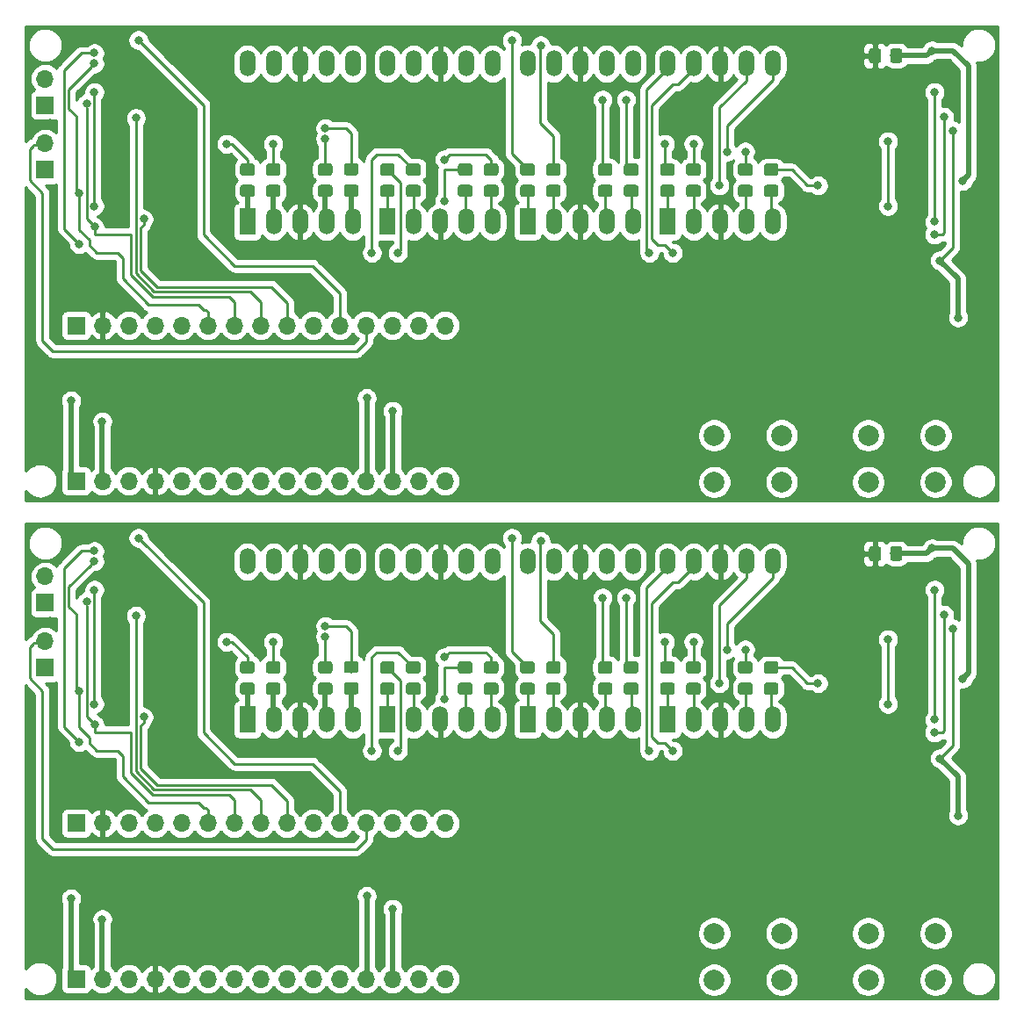
<source format=gbr>
G04 #@! TF.GenerationSoftware,KiCad,Pcbnew,(5.1.2)-1*
G04 #@! TF.CreationDate,2019-07-16T10:56:38+01:00*
G04 #@! TF.ProjectId,Reference_voltage,52656665-7265-46e6-9365-5f766f6c7461,rev?*
G04 #@! TF.SameCoordinates,Original*
G04 #@! TF.FileFunction,Copper,L2,Bot*
G04 #@! TF.FilePolarity,Positive*
%FSLAX46Y46*%
G04 Gerber Fmt 4.6, Leading zero omitted, Abs format (unit mm)*
G04 Created by KiCad (PCBNEW (5.1.2)-1) date 2019-07-16 10:56:38*
%MOMM*%
%LPD*%
G04 APERTURE LIST*
%ADD10C,0.100000*%
%ADD11C,1.150000*%
%ADD12R,1.700000X1.700000*%
%ADD13O,1.700000X1.700000*%
%ADD14O,1.524000X2.524000*%
%ADD15R,1.524000X2.524000*%
%ADD16C,2.000000*%
%ADD17C,0.800000*%
%ADD18C,0.250000*%
%ADD19C,0.500000*%
%ADD20C,0.254000*%
G04 APERTURE END LIST*
D10*
G36*
X129974505Y-111426204D02*
G01*
X129998773Y-111429804D01*
X130022572Y-111435765D01*
X130045671Y-111444030D01*
X130067850Y-111454520D01*
X130088893Y-111467132D01*
X130108599Y-111481747D01*
X130126777Y-111498223D01*
X130143253Y-111516401D01*
X130157868Y-111536107D01*
X130170480Y-111557150D01*
X130180970Y-111579329D01*
X130189235Y-111602428D01*
X130195196Y-111626227D01*
X130198796Y-111650495D01*
X130200000Y-111674999D01*
X130200000Y-112325001D01*
X130198796Y-112349505D01*
X130195196Y-112373773D01*
X130189235Y-112397572D01*
X130180970Y-112420671D01*
X130170480Y-112442850D01*
X130157868Y-112463893D01*
X130143253Y-112483599D01*
X130126777Y-112501777D01*
X130108599Y-112518253D01*
X130088893Y-112532868D01*
X130067850Y-112545480D01*
X130045671Y-112555970D01*
X130022572Y-112564235D01*
X129998773Y-112570196D01*
X129974505Y-112573796D01*
X129950001Y-112575000D01*
X129049999Y-112575000D01*
X129025495Y-112573796D01*
X129001227Y-112570196D01*
X128977428Y-112564235D01*
X128954329Y-112555970D01*
X128932150Y-112545480D01*
X128911107Y-112532868D01*
X128891401Y-112518253D01*
X128873223Y-112501777D01*
X128856747Y-112483599D01*
X128842132Y-112463893D01*
X128829520Y-112442850D01*
X128819030Y-112420671D01*
X128810765Y-112397572D01*
X128804804Y-112373773D01*
X128801204Y-112349505D01*
X128800000Y-112325001D01*
X128800000Y-111674999D01*
X128801204Y-111650495D01*
X128804804Y-111626227D01*
X128810765Y-111602428D01*
X128819030Y-111579329D01*
X128829520Y-111557150D01*
X128842132Y-111536107D01*
X128856747Y-111516401D01*
X128873223Y-111498223D01*
X128891401Y-111481747D01*
X128911107Y-111467132D01*
X128932150Y-111454520D01*
X128954329Y-111444030D01*
X128977428Y-111435765D01*
X129001227Y-111429804D01*
X129025495Y-111426204D01*
X129049999Y-111425000D01*
X129950001Y-111425000D01*
X129974505Y-111426204D01*
X129974505Y-111426204D01*
G37*
D11*
X129500000Y-112000000D03*
D10*
G36*
X129974505Y-109376204D02*
G01*
X129998773Y-109379804D01*
X130022572Y-109385765D01*
X130045671Y-109394030D01*
X130067850Y-109404520D01*
X130088893Y-109417132D01*
X130108599Y-109431747D01*
X130126777Y-109448223D01*
X130143253Y-109466401D01*
X130157868Y-109486107D01*
X130170480Y-109507150D01*
X130180970Y-109529329D01*
X130189235Y-109552428D01*
X130195196Y-109576227D01*
X130198796Y-109600495D01*
X130200000Y-109624999D01*
X130200000Y-110275001D01*
X130198796Y-110299505D01*
X130195196Y-110323773D01*
X130189235Y-110347572D01*
X130180970Y-110370671D01*
X130170480Y-110392850D01*
X130157868Y-110413893D01*
X130143253Y-110433599D01*
X130126777Y-110451777D01*
X130108599Y-110468253D01*
X130088893Y-110482868D01*
X130067850Y-110495480D01*
X130045671Y-110505970D01*
X130022572Y-110514235D01*
X129998773Y-110520196D01*
X129974505Y-110523796D01*
X129950001Y-110525000D01*
X129049999Y-110525000D01*
X129025495Y-110523796D01*
X129001227Y-110520196D01*
X128977428Y-110514235D01*
X128954329Y-110505970D01*
X128932150Y-110495480D01*
X128911107Y-110482868D01*
X128891401Y-110468253D01*
X128873223Y-110451777D01*
X128856747Y-110433599D01*
X128842132Y-110413893D01*
X128829520Y-110392850D01*
X128819030Y-110370671D01*
X128810765Y-110347572D01*
X128804804Y-110323773D01*
X128801204Y-110299505D01*
X128800000Y-110275001D01*
X128800000Y-109624999D01*
X128801204Y-109600495D01*
X128804804Y-109576227D01*
X128810765Y-109552428D01*
X128819030Y-109529329D01*
X128829520Y-109507150D01*
X128842132Y-109486107D01*
X128856747Y-109466401D01*
X128873223Y-109448223D01*
X128891401Y-109431747D01*
X128911107Y-109417132D01*
X128932150Y-109404520D01*
X128954329Y-109394030D01*
X128977428Y-109385765D01*
X129001227Y-109379804D01*
X129025495Y-109376204D01*
X129049999Y-109375000D01*
X129950001Y-109375000D01*
X129974505Y-109376204D01*
X129974505Y-109376204D01*
G37*
D11*
X129500000Y-109950000D03*
D10*
G36*
X146974505Y-111451204D02*
G01*
X146998773Y-111454804D01*
X147022572Y-111460765D01*
X147045671Y-111469030D01*
X147067850Y-111479520D01*
X147088893Y-111492132D01*
X147108599Y-111506747D01*
X147126777Y-111523223D01*
X147143253Y-111541401D01*
X147157868Y-111561107D01*
X147170480Y-111582150D01*
X147180970Y-111604329D01*
X147189235Y-111627428D01*
X147195196Y-111651227D01*
X147198796Y-111675495D01*
X147200000Y-111699999D01*
X147200000Y-112350001D01*
X147198796Y-112374505D01*
X147195196Y-112398773D01*
X147189235Y-112422572D01*
X147180970Y-112445671D01*
X147170480Y-112467850D01*
X147157868Y-112488893D01*
X147143253Y-112508599D01*
X147126777Y-112526777D01*
X147108599Y-112543253D01*
X147088893Y-112557868D01*
X147067850Y-112570480D01*
X147045671Y-112580970D01*
X147022572Y-112589235D01*
X146998773Y-112595196D01*
X146974505Y-112598796D01*
X146950001Y-112600000D01*
X146049999Y-112600000D01*
X146025495Y-112598796D01*
X146001227Y-112595196D01*
X145977428Y-112589235D01*
X145954329Y-112580970D01*
X145932150Y-112570480D01*
X145911107Y-112557868D01*
X145891401Y-112543253D01*
X145873223Y-112526777D01*
X145856747Y-112508599D01*
X145842132Y-112488893D01*
X145829520Y-112467850D01*
X145819030Y-112445671D01*
X145810765Y-112422572D01*
X145804804Y-112398773D01*
X145801204Y-112374505D01*
X145800000Y-112350001D01*
X145800000Y-111699999D01*
X145801204Y-111675495D01*
X145804804Y-111651227D01*
X145810765Y-111627428D01*
X145819030Y-111604329D01*
X145829520Y-111582150D01*
X145842132Y-111561107D01*
X145856747Y-111541401D01*
X145873223Y-111523223D01*
X145891401Y-111506747D01*
X145911107Y-111492132D01*
X145932150Y-111479520D01*
X145954329Y-111469030D01*
X145977428Y-111460765D01*
X146001227Y-111454804D01*
X146025495Y-111451204D01*
X146049999Y-111450000D01*
X146950001Y-111450000D01*
X146974505Y-111451204D01*
X146974505Y-111451204D01*
G37*
D11*
X146500000Y-112025000D03*
D10*
G36*
X146974505Y-109401204D02*
G01*
X146998773Y-109404804D01*
X147022572Y-109410765D01*
X147045671Y-109419030D01*
X147067850Y-109429520D01*
X147088893Y-109442132D01*
X147108599Y-109456747D01*
X147126777Y-109473223D01*
X147143253Y-109491401D01*
X147157868Y-109511107D01*
X147170480Y-109532150D01*
X147180970Y-109554329D01*
X147189235Y-109577428D01*
X147195196Y-109601227D01*
X147198796Y-109625495D01*
X147200000Y-109649999D01*
X147200000Y-110300001D01*
X147198796Y-110324505D01*
X147195196Y-110348773D01*
X147189235Y-110372572D01*
X147180970Y-110395671D01*
X147170480Y-110417850D01*
X147157868Y-110438893D01*
X147143253Y-110458599D01*
X147126777Y-110476777D01*
X147108599Y-110493253D01*
X147088893Y-110507868D01*
X147067850Y-110520480D01*
X147045671Y-110530970D01*
X147022572Y-110539235D01*
X146998773Y-110545196D01*
X146974505Y-110548796D01*
X146950001Y-110550000D01*
X146049999Y-110550000D01*
X146025495Y-110548796D01*
X146001227Y-110545196D01*
X145977428Y-110539235D01*
X145954329Y-110530970D01*
X145932150Y-110520480D01*
X145911107Y-110507868D01*
X145891401Y-110493253D01*
X145873223Y-110476777D01*
X145856747Y-110458599D01*
X145842132Y-110438893D01*
X145829520Y-110417850D01*
X145819030Y-110395671D01*
X145810765Y-110372572D01*
X145804804Y-110348773D01*
X145801204Y-110324505D01*
X145800000Y-110300001D01*
X145800000Y-109649999D01*
X145801204Y-109625495D01*
X145804804Y-109601227D01*
X145810765Y-109577428D01*
X145819030Y-109554329D01*
X145829520Y-109532150D01*
X145842132Y-109511107D01*
X145856747Y-109491401D01*
X145873223Y-109473223D01*
X145891401Y-109456747D01*
X145911107Y-109442132D01*
X145932150Y-109429520D01*
X145954329Y-109419030D01*
X145977428Y-109410765D01*
X146001227Y-109404804D01*
X146025495Y-109401204D01*
X146049999Y-109400000D01*
X146950001Y-109400000D01*
X146974505Y-109401204D01*
X146974505Y-109401204D01*
G37*
D11*
X146500000Y-109975000D03*
D10*
G36*
X149474505Y-111451204D02*
G01*
X149498773Y-111454804D01*
X149522572Y-111460765D01*
X149545671Y-111469030D01*
X149567850Y-111479520D01*
X149588893Y-111492132D01*
X149608599Y-111506747D01*
X149626777Y-111523223D01*
X149643253Y-111541401D01*
X149657868Y-111561107D01*
X149670480Y-111582150D01*
X149680970Y-111604329D01*
X149689235Y-111627428D01*
X149695196Y-111651227D01*
X149698796Y-111675495D01*
X149700000Y-111699999D01*
X149700000Y-112350001D01*
X149698796Y-112374505D01*
X149695196Y-112398773D01*
X149689235Y-112422572D01*
X149680970Y-112445671D01*
X149670480Y-112467850D01*
X149657868Y-112488893D01*
X149643253Y-112508599D01*
X149626777Y-112526777D01*
X149608599Y-112543253D01*
X149588893Y-112557868D01*
X149567850Y-112570480D01*
X149545671Y-112580970D01*
X149522572Y-112589235D01*
X149498773Y-112595196D01*
X149474505Y-112598796D01*
X149450001Y-112600000D01*
X148549999Y-112600000D01*
X148525495Y-112598796D01*
X148501227Y-112595196D01*
X148477428Y-112589235D01*
X148454329Y-112580970D01*
X148432150Y-112570480D01*
X148411107Y-112557868D01*
X148391401Y-112543253D01*
X148373223Y-112526777D01*
X148356747Y-112508599D01*
X148342132Y-112488893D01*
X148329520Y-112467850D01*
X148319030Y-112445671D01*
X148310765Y-112422572D01*
X148304804Y-112398773D01*
X148301204Y-112374505D01*
X148300000Y-112350001D01*
X148300000Y-111699999D01*
X148301204Y-111675495D01*
X148304804Y-111651227D01*
X148310765Y-111627428D01*
X148319030Y-111604329D01*
X148329520Y-111582150D01*
X148342132Y-111561107D01*
X148356747Y-111541401D01*
X148373223Y-111523223D01*
X148391401Y-111506747D01*
X148411107Y-111492132D01*
X148432150Y-111479520D01*
X148454329Y-111469030D01*
X148477428Y-111460765D01*
X148501227Y-111454804D01*
X148525495Y-111451204D01*
X148549999Y-111450000D01*
X149450001Y-111450000D01*
X149474505Y-111451204D01*
X149474505Y-111451204D01*
G37*
D11*
X149000000Y-112025000D03*
D10*
G36*
X149474505Y-109401204D02*
G01*
X149498773Y-109404804D01*
X149522572Y-109410765D01*
X149545671Y-109419030D01*
X149567850Y-109429520D01*
X149588893Y-109442132D01*
X149608599Y-109456747D01*
X149626777Y-109473223D01*
X149643253Y-109491401D01*
X149657868Y-109511107D01*
X149670480Y-109532150D01*
X149680970Y-109554329D01*
X149689235Y-109577428D01*
X149695196Y-109601227D01*
X149698796Y-109625495D01*
X149700000Y-109649999D01*
X149700000Y-110300001D01*
X149698796Y-110324505D01*
X149695196Y-110348773D01*
X149689235Y-110372572D01*
X149680970Y-110395671D01*
X149670480Y-110417850D01*
X149657868Y-110438893D01*
X149643253Y-110458599D01*
X149626777Y-110476777D01*
X149608599Y-110493253D01*
X149588893Y-110507868D01*
X149567850Y-110520480D01*
X149545671Y-110530970D01*
X149522572Y-110539235D01*
X149498773Y-110545196D01*
X149474505Y-110548796D01*
X149450001Y-110550000D01*
X148549999Y-110550000D01*
X148525495Y-110548796D01*
X148501227Y-110545196D01*
X148477428Y-110539235D01*
X148454329Y-110530970D01*
X148432150Y-110520480D01*
X148411107Y-110507868D01*
X148391401Y-110493253D01*
X148373223Y-110476777D01*
X148356747Y-110458599D01*
X148342132Y-110438893D01*
X148329520Y-110417850D01*
X148319030Y-110395671D01*
X148310765Y-110372572D01*
X148304804Y-110348773D01*
X148301204Y-110324505D01*
X148300000Y-110300001D01*
X148300000Y-109649999D01*
X148301204Y-109625495D01*
X148304804Y-109601227D01*
X148310765Y-109577428D01*
X148319030Y-109554329D01*
X148329520Y-109532150D01*
X148342132Y-109511107D01*
X148356747Y-109491401D01*
X148373223Y-109473223D01*
X148391401Y-109456747D01*
X148411107Y-109442132D01*
X148432150Y-109429520D01*
X148454329Y-109419030D01*
X148477428Y-109410765D01*
X148501227Y-109404804D01*
X148525495Y-109401204D01*
X148549999Y-109400000D01*
X149450001Y-109400000D01*
X149474505Y-109401204D01*
X149474505Y-109401204D01*
G37*
D11*
X149000000Y-109975000D03*
D10*
G36*
X154474505Y-111451204D02*
G01*
X154498773Y-111454804D01*
X154522572Y-111460765D01*
X154545671Y-111469030D01*
X154567850Y-111479520D01*
X154588893Y-111492132D01*
X154608599Y-111506747D01*
X154626777Y-111523223D01*
X154643253Y-111541401D01*
X154657868Y-111561107D01*
X154670480Y-111582150D01*
X154680970Y-111604329D01*
X154689235Y-111627428D01*
X154695196Y-111651227D01*
X154698796Y-111675495D01*
X154700000Y-111699999D01*
X154700000Y-112350001D01*
X154698796Y-112374505D01*
X154695196Y-112398773D01*
X154689235Y-112422572D01*
X154680970Y-112445671D01*
X154670480Y-112467850D01*
X154657868Y-112488893D01*
X154643253Y-112508599D01*
X154626777Y-112526777D01*
X154608599Y-112543253D01*
X154588893Y-112557868D01*
X154567850Y-112570480D01*
X154545671Y-112580970D01*
X154522572Y-112589235D01*
X154498773Y-112595196D01*
X154474505Y-112598796D01*
X154450001Y-112600000D01*
X153549999Y-112600000D01*
X153525495Y-112598796D01*
X153501227Y-112595196D01*
X153477428Y-112589235D01*
X153454329Y-112580970D01*
X153432150Y-112570480D01*
X153411107Y-112557868D01*
X153391401Y-112543253D01*
X153373223Y-112526777D01*
X153356747Y-112508599D01*
X153342132Y-112488893D01*
X153329520Y-112467850D01*
X153319030Y-112445671D01*
X153310765Y-112422572D01*
X153304804Y-112398773D01*
X153301204Y-112374505D01*
X153300000Y-112350001D01*
X153300000Y-111699999D01*
X153301204Y-111675495D01*
X153304804Y-111651227D01*
X153310765Y-111627428D01*
X153319030Y-111604329D01*
X153329520Y-111582150D01*
X153342132Y-111561107D01*
X153356747Y-111541401D01*
X153373223Y-111523223D01*
X153391401Y-111506747D01*
X153411107Y-111492132D01*
X153432150Y-111479520D01*
X153454329Y-111469030D01*
X153477428Y-111460765D01*
X153501227Y-111454804D01*
X153525495Y-111451204D01*
X153549999Y-111450000D01*
X154450001Y-111450000D01*
X154474505Y-111451204D01*
X154474505Y-111451204D01*
G37*
D11*
X154000000Y-112025000D03*
D10*
G36*
X154474505Y-109401204D02*
G01*
X154498773Y-109404804D01*
X154522572Y-109410765D01*
X154545671Y-109419030D01*
X154567850Y-109429520D01*
X154588893Y-109442132D01*
X154608599Y-109456747D01*
X154626777Y-109473223D01*
X154643253Y-109491401D01*
X154657868Y-109511107D01*
X154670480Y-109532150D01*
X154680970Y-109554329D01*
X154689235Y-109577428D01*
X154695196Y-109601227D01*
X154698796Y-109625495D01*
X154700000Y-109649999D01*
X154700000Y-110300001D01*
X154698796Y-110324505D01*
X154695196Y-110348773D01*
X154689235Y-110372572D01*
X154680970Y-110395671D01*
X154670480Y-110417850D01*
X154657868Y-110438893D01*
X154643253Y-110458599D01*
X154626777Y-110476777D01*
X154608599Y-110493253D01*
X154588893Y-110507868D01*
X154567850Y-110520480D01*
X154545671Y-110530970D01*
X154522572Y-110539235D01*
X154498773Y-110545196D01*
X154474505Y-110548796D01*
X154450001Y-110550000D01*
X153549999Y-110550000D01*
X153525495Y-110548796D01*
X153501227Y-110545196D01*
X153477428Y-110539235D01*
X153454329Y-110530970D01*
X153432150Y-110520480D01*
X153411107Y-110507868D01*
X153391401Y-110493253D01*
X153373223Y-110476777D01*
X153356747Y-110458599D01*
X153342132Y-110438893D01*
X153329520Y-110417850D01*
X153319030Y-110395671D01*
X153310765Y-110372572D01*
X153304804Y-110348773D01*
X153301204Y-110324505D01*
X153300000Y-110300001D01*
X153300000Y-109649999D01*
X153301204Y-109625495D01*
X153304804Y-109601227D01*
X153310765Y-109577428D01*
X153319030Y-109554329D01*
X153329520Y-109532150D01*
X153342132Y-109511107D01*
X153356747Y-109491401D01*
X153373223Y-109473223D01*
X153391401Y-109456747D01*
X153411107Y-109442132D01*
X153432150Y-109429520D01*
X153454329Y-109419030D01*
X153477428Y-109410765D01*
X153501227Y-109404804D01*
X153525495Y-109401204D01*
X153549999Y-109400000D01*
X154450001Y-109400000D01*
X154474505Y-109401204D01*
X154474505Y-109401204D01*
G37*
D11*
X154000000Y-109975000D03*
D10*
G36*
X156974505Y-111451204D02*
G01*
X156998773Y-111454804D01*
X157022572Y-111460765D01*
X157045671Y-111469030D01*
X157067850Y-111479520D01*
X157088893Y-111492132D01*
X157108599Y-111506747D01*
X157126777Y-111523223D01*
X157143253Y-111541401D01*
X157157868Y-111561107D01*
X157170480Y-111582150D01*
X157180970Y-111604329D01*
X157189235Y-111627428D01*
X157195196Y-111651227D01*
X157198796Y-111675495D01*
X157200000Y-111699999D01*
X157200000Y-112350001D01*
X157198796Y-112374505D01*
X157195196Y-112398773D01*
X157189235Y-112422572D01*
X157180970Y-112445671D01*
X157170480Y-112467850D01*
X157157868Y-112488893D01*
X157143253Y-112508599D01*
X157126777Y-112526777D01*
X157108599Y-112543253D01*
X157088893Y-112557868D01*
X157067850Y-112570480D01*
X157045671Y-112580970D01*
X157022572Y-112589235D01*
X156998773Y-112595196D01*
X156974505Y-112598796D01*
X156950001Y-112600000D01*
X156049999Y-112600000D01*
X156025495Y-112598796D01*
X156001227Y-112595196D01*
X155977428Y-112589235D01*
X155954329Y-112580970D01*
X155932150Y-112570480D01*
X155911107Y-112557868D01*
X155891401Y-112543253D01*
X155873223Y-112526777D01*
X155856747Y-112508599D01*
X155842132Y-112488893D01*
X155829520Y-112467850D01*
X155819030Y-112445671D01*
X155810765Y-112422572D01*
X155804804Y-112398773D01*
X155801204Y-112374505D01*
X155800000Y-112350001D01*
X155800000Y-111699999D01*
X155801204Y-111675495D01*
X155804804Y-111651227D01*
X155810765Y-111627428D01*
X155819030Y-111604329D01*
X155829520Y-111582150D01*
X155842132Y-111561107D01*
X155856747Y-111541401D01*
X155873223Y-111523223D01*
X155891401Y-111506747D01*
X155911107Y-111492132D01*
X155932150Y-111479520D01*
X155954329Y-111469030D01*
X155977428Y-111460765D01*
X156001227Y-111454804D01*
X156025495Y-111451204D01*
X156049999Y-111450000D01*
X156950001Y-111450000D01*
X156974505Y-111451204D01*
X156974505Y-111451204D01*
G37*
D11*
X156500000Y-112025000D03*
D10*
G36*
X156974505Y-109401204D02*
G01*
X156998773Y-109404804D01*
X157022572Y-109410765D01*
X157045671Y-109419030D01*
X157067850Y-109429520D01*
X157088893Y-109442132D01*
X157108599Y-109456747D01*
X157126777Y-109473223D01*
X157143253Y-109491401D01*
X157157868Y-109511107D01*
X157170480Y-109532150D01*
X157180970Y-109554329D01*
X157189235Y-109577428D01*
X157195196Y-109601227D01*
X157198796Y-109625495D01*
X157200000Y-109649999D01*
X157200000Y-110300001D01*
X157198796Y-110324505D01*
X157195196Y-110348773D01*
X157189235Y-110372572D01*
X157180970Y-110395671D01*
X157170480Y-110417850D01*
X157157868Y-110438893D01*
X157143253Y-110458599D01*
X157126777Y-110476777D01*
X157108599Y-110493253D01*
X157088893Y-110507868D01*
X157067850Y-110520480D01*
X157045671Y-110530970D01*
X157022572Y-110539235D01*
X156998773Y-110545196D01*
X156974505Y-110548796D01*
X156950001Y-110550000D01*
X156049999Y-110550000D01*
X156025495Y-110548796D01*
X156001227Y-110545196D01*
X155977428Y-110539235D01*
X155954329Y-110530970D01*
X155932150Y-110520480D01*
X155911107Y-110507868D01*
X155891401Y-110493253D01*
X155873223Y-110476777D01*
X155856747Y-110458599D01*
X155842132Y-110438893D01*
X155829520Y-110417850D01*
X155819030Y-110395671D01*
X155810765Y-110372572D01*
X155804804Y-110348773D01*
X155801204Y-110324505D01*
X155800000Y-110300001D01*
X155800000Y-109649999D01*
X155801204Y-109625495D01*
X155804804Y-109601227D01*
X155810765Y-109577428D01*
X155819030Y-109554329D01*
X155829520Y-109532150D01*
X155842132Y-109511107D01*
X155856747Y-109491401D01*
X155873223Y-109473223D01*
X155891401Y-109456747D01*
X155911107Y-109442132D01*
X155932150Y-109429520D01*
X155954329Y-109419030D01*
X155977428Y-109410765D01*
X156001227Y-109404804D01*
X156025495Y-109401204D01*
X156049999Y-109400000D01*
X156950001Y-109400000D01*
X156974505Y-109401204D01*
X156974505Y-109401204D01*
G37*
D11*
X156500000Y-109975000D03*
D12*
X103000000Y-140000000D03*
D13*
X105540000Y-140000000D03*
X108080000Y-140000000D03*
X110620000Y-140000000D03*
X113160000Y-140000000D03*
X115700000Y-140000000D03*
X118240000Y-140000000D03*
X120780000Y-140000000D03*
X123320000Y-140000000D03*
X125860000Y-140000000D03*
X128400000Y-140000000D03*
X130940000Y-140000000D03*
X133480000Y-140000000D03*
X136020000Y-140000000D03*
X138560000Y-140000000D03*
D12*
X103000000Y-125000000D03*
D13*
X105540000Y-125000000D03*
X108080000Y-125000000D03*
X110620000Y-125000000D03*
X113160000Y-125000000D03*
X115700000Y-125000000D03*
X118240000Y-125000000D03*
X120780000Y-125000000D03*
X123320000Y-125000000D03*
X125860000Y-125000000D03*
X128400000Y-125000000D03*
X130940000Y-125000000D03*
X133480000Y-125000000D03*
X136020000Y-125000000D03*
X138560000Y-125000000D03*
D10*
G36*
X160474505Y-111451204D02*
G01*
X160498773Y-111454804D01*
X160522572Y-111460765D01*
X160545671Y-111469030D01*
X160567850Y-111479520D01*
X160588893Y-111492132D01*
X160608599Y-111506747D01*
X160626777Y-111523223D01*
X160643253Y-111541401D01*
X160657868Y-111561107D01*
X160670480Y-111582150D01*
X160680970Y-111604329D01*
X160689235Y-111627428D01*
X160695196Y-111651227D01*
X160698796Y-111675495D01*
X160700000Y-111699999D01*
X160700000Y-112350001D01*
X160698796Y-112374505D01*
X160695196Y-112398773D01*
X160689235Y-112422572D01*
X160680970Y-112445671D01*
X160670480Y-112467850D01*
X160657868Y-112488893D01*
X160643253Y-112508599D01*
X160626777Y-112526777D01*
X160608599Y-112543253D01*
X160588893Y-112557868D01*
X160567850Y-112570480D01*
X160545671Y-112580970D01*
X160522572Y-112589235D01*
X160498773Y-112595196D01*
X160474505Y-112598796D01*
X160450001Y-112600000D01*
X159549999Y-112600000D01*
X159525495Y-112598796D01*
X159501227Y-112595196D01*
X159477428Y-112589235D01*
X159454329Y-112580970D01*
X159432150Y-112570480D01*
X159411107Y-112557868D01*
X159391401Y-112543253D01*
X159373223Y-112526777D01*
X159356747Y-112508599D01*
X159342132Y-112488893D01*
X159329520Y-112467850D01*
X159319030Y-112445671D01*
X159310765Y-112422572D01*
X159304804Y-112398773D01*
X159301204Y-112374505D01*
X159300000Y-112350001D01*
X159300000Y-111699999D01*
X159301204Y-111675495D01*
X159304804Y-111651227D01*
X159310765Y-111627428D01*
X159319030Y-111604329D01*
X159329520Y-111582150D01*
X159342132Y-111561107D01*
X159356747Y-111541401D01*
X159373223Y-111523223D01*
X159391401Y-111506747D01*
X159411107Y-111492132D01*
X159432150Y-111479520D01*
X159454329Y-111469030D01*
X159477428Y-111460765D01*
X159501227Y-111454804D01*
X159525495Y-111451204D01*
X159549999Y-111450000D01*
X160450001Y-111450000D01*
X160474505Y-111451204D01*
X160474505Y-111451204D01*
G37*
D11*
X160000000Y-112025000D03*
D10*
G36*
X160474505Y-109401204D02*
G01*
X160498773Y-109404804D01*
X160522572Y-109410765D01*
X160545671Y-109419030D01*
X160567850Y-109429520D01*
X160588893Y-109442132D01*
X160608599Y-109456747D01*
X160626777Y-109473223D01*
X160643253Y-109491401D01*
X160657868Y-109511107D01*
X160670480Y-109532150D01*
X160680970Y-109554329D01*
X160689235Y-109577428D01*
X160695196Y-109601227D01*
X160698796Y-109625495D01*
X160700000Y-109649999D01*
X160700000Y-110300001D01*
X160698796Y-110324505D01*
X160695196Y-110348773D01*
X160689235Y-110372572D01*
X160680970Y-110395671D01*
X160670480Y-110417850D01*
X160657868Y-110438893D01*
X160643253Y-110458599D01*
X160626777Y-110476777D01*
X160608599Y-110493253D01*
X160588893Y-110507868D01*
X160567850Y-110520480D01*
X160545671Y-110530970D01*
X160522572Y-110539235D01*
X160498773Y-110545196D01*
X160474505Y-110548796D01*
X160450001Y-110550000D01*
X159549999Y-110550000D01*
X159525495Y-110548796D01*
X159501227Y-110545196D01*
X159477428Y-110539235D01*
X159454329Y-110530970D01*
X159432150Y-110520480D01*
X159411107Y-110507868D01*
X159391401Y-110493253D01*
X159373223Y-110476777D01*
X159356747Y-110458599D01*
X159342132Y-110438893D01*
X159329520Y-110417850D01*
X159319030Y-110395671D01*
X159310765Y-110372572D01*
X159304804Y-110348773D01*
X159301204Y-110324505D01*
X159300000Y-110300001D01*
X159300000Y-109649999D01*
X159301204Y-109625495D01*
X159304804Y-109601227D01*
X159310765Y-109577428D01*
X159319030Y-109554329D01*
X159329520Y-109532150D01*
X159342132Y-109511107D01*
X159356747Y-109491401D01*
X159373223Y-109473223D01*
X159391401Y-109456747D01*
X159411107Y-109442132D01*
X159432150Y-109429520D01*
X159454329Y-109419030D01*
X159477428Y-109410765D01*
X159501227Y-109404804D01*
X159525495Y-109401204D01*
X159549999Y-109400000D01*
X160450001Y-109400000D01*
X160474505Y-109401204D01*
X160474505Y-109401204D01*
G37*
D11*
X160000000Y-109975000D03*
D10*
G36*
X162974505Y-111451204D02*
G01*
X162998773Y-111454804D01*
X163022572Y-111460765D01*
X163045671Y-111469030D01*
X163067850Y-111479520D01*
X163088893Y-111492132D01*
X163108599Y-111506747D01*
X163126777Y-111523223D01*
X163143253Y-111541401D01*
X163157868Y-111561107D01*
X163170480Y-111582150D01*
X163180970Y-111604329D01*
X163189235Y-111627428D01*
X163195196Y-111651227D01*
X163198796Y-111675495D01*
X163200000Y-111699999D01*
X163200000Y-112350001D01*
X163198796Y-112374505D01*
X163195196Y-112398773D01*
X163189235Y-112422572D01*
X163180970Y-112445671D01*
X163170480Y-112467850D01*
X163157868Y-112488893D01*
X163143253Y-112508599D01*
X163126777Y-112526777D01*
X163108599Y-112543253D01*
X163088893Y-112557868D01*
X163067850Y-112570480D01*
X163045671Y-112580970D01*
X163022572Y-112589235D01*
X162998773Y-112595196D01*
X162974505Y-112598796D01*
X162950001Y-112600000D01*
X162049999Y-112600000D01*
X162025495Y-112598796D01*
X162001227Y-112595196D01*
X161977428Y-112589235D01*
X161954329Y-112580970D01*
X161932150Y-112570480D01*
X161911107Y-112557868D01*
X161891401Y-112543253D01*
X161873223Y-112526777D01*
X161856747Y-112508599D01*
X161842132Y-112488893D01*
X161829520Y-112467850D01*
X161819030Y-112445671D01*
X161810765Y-112422572D01*
X161804804Y-112398773D01*
X161801204Y-112374505D01*
X161800000Y-112350001D01*
X161800000Y-111699999D01*
X161801204Y-111675495D01*
X161804804Y-111651227D01*
X161810765Y-111627428D01*
X161819030Y-111604329D01*
X161829520Y-111582150D01*
X161842132Y-111561107D01*
X161856747Y-111541401D01*
X161873223Y-111523223D01*
X161891401Y-111506747D01*
X161911107Y-111492132D01*
X161932150Y-111479520D01*
X161954329Y-111469030D01*
X161977428Y-111460765D01*
X162001227Y-111454804D01*
X162025495Y-111451204D01*
X162049999Y-111450000D01*
X162950001Y-111450000D01*
X162974505Y-111451204D01*
X162974505Y-111451204D01*
G37*
D11*
X162500000Y-112025000D03*
D10*
G36*
X162974505Y-109401204D02*
G01*
X162998773Y-109404804D01*
X163022572Y-109410765D01*
X163045671Y-109419030D01*
X163067850Y-109429520D01*
X163088893Y-109442132D01*
X163108599Y-109456747D01*
X163126777Y-109473223D01*
X163143253Y-109491401D01*
X163157868Y-109511107D01*
X163170480Y-109532150D01*
X163180970Y-109554329D01*
X163189235Y-109577428D01*
X163195196Y-109601227D01*
X163198796Y-109625495D01*
X163200000Y-109649999D01*
X163200000Y-110300001D01*
X163198796Y-110324505D01*
X163195196Y-110348773D01*
X163189235Y-110372572D01*
X163180970Y-110395671D01*
X163170480Y-110417850D01*
X163157868Y-110438893D01*
X163143253Y-110458599D01*
X163126777Y-110476777D01*
X163108599Y-110493253D01*
X163088893Y-110507868D01*
X163067850Y-110520480D01*
X163045671Y-110530970D01*
X163022572Y-110539235D01*
X162998773Y-110545196D01*
X162974505Y-110548796D01*
X162950001Y-110550000D01*
X162049999Y-110550000D01*
X162025495Y-110548796D01*
X162001227Y-110545196D01*
X161977428Y-110539235D01*
X161954329Y-110530970D01*
X161932150Y-110520480D01*
X161911107Y-110507868D01*
X161891401Y-110493253D01*
X161873223Y-110476777D01*
X161856747Y-110458599D01*
X161842132Y-110438893D01*
X161829520Y-110417850D01*
X161819030Y-110395671D01*
X161810765Y-110372572D01*
X161804804Y-110348773D01*
X161801204Y-110324505D01*
X161800000Y-110300001D01*
X161800000Y-109649999D01*
X161801204Y-109625495D01*
X161804804Y-109601227D01*
X161810765Y-109577428D01*
X161819030Y-109554329D01*
X161829520Y-109532150D01*
X161842132Y-109511107D01*
X161856747Y-109491401D01*
X161873223Y-109473223D01*
X161891401Y-109456747D01*
X161911107Y-109442132D01*
X161932150Y-109429520D01*
X161954329Y-109419030D01*
X161977428Y-109410765D01*
X162001227Y-109404804D01*
X162025495Y-109401204D01*
X162049999Y-109400000D01*
X162950001Y-109400000D01*
X162974505Y-109401204D01*
X162974505Y-109401204D01*
G37*
D11*
X162500000Y-109975000D03*
D10*
G36*
X167974505Y-111451204D02*
G01*
X167998773Y-111454804D01*
X168022572Y-111460765D01*
X168045671Y-111469030D01*
X168067850Y-111479520D01*
X168088893Y-111492132D01*
X168108599Y-111506747D01*
X168126777Y-111523223D01*
X168143253Y-111541401D01*
X168157868Y-111561107D01*
X168170480Y-111582150D01*
X168180970Y-111604329D01*
X168189235Y-111627428D01*
X168195196Y-111651227D01*
X168198796Y-111675495D01*
X168200000Y-111699999D01*
X168200000Y-112350001D01*
X168198796Y-112374505D01*
X168195196Y-112398773D01*
X168189235Y-112422572D01*
X168180970Y-112445671D01*
X168170480Y-112467850D01*
X168157868Y-112488893D01*
X168143253Y-112508599D01*
X168126777Y-112526777D01*
X168108599Y-112543253D01*
X168088893Y-112557868D01*
X168067850Y-112570480D01*
X168045671Y-112580970D01*
X168022572Y-112589235D01*
X167998773Y-112595196D01*
X167974505Y-112598796D01*
X167950001Y-112600000D01*
X167049999Y-112600000D01*
X167025495Y-112598796D01*
X167001227Y-112595196D01*
X166977428Y-112589235D01*
X166954329Y-112580970D01*
X166932150Y-112570480D01*
X166911107Y-112557868D01*
X166891401Y-112543253D01*
X166873223Y-112526777D01*
X166856747Y-112508599D01*
X166842132Y-112488893D01*
X166829520Y-112467850D01*
X166819030Y-112445671D01*
X166810765Y-112422572D01*
X166804804Y-112398773D01*
X166801204Y-112374505D01*
X166800000Y-112350001D01*
X166800000Y-111699999D01*
X166801204Y-111675495D01*
X166804804Y-111651227D01*
X166810765Y-111627428D01*
X166819030Y-111604329D01*
X166829520Y-111582150D01*
X166842132Y-111561107D01*
X166856747Y-111541401D01*
X166873223Y-111523223D01*
X166891401Y-111506747D01*
X166911107Y-111492132D01*
X166932150Y-111479520D01*
X166954329Y-111469030D01*
X166977428Y-111460765D01*
X167001227Y-111454804D01*
X167025495Y-111451204D01*
X167049999Y-111450000D01*
X167950001Y-111450000D01*
X167974505Y-111451204D01*
X167974505Y-111451204D01*
G37*
D11*
X167500000Y-112025000D03*
D10*
G36*
X167974505Y-109401204D02*
G01*
X167998773Y-109404804D01*
X168022572Y-109410765D01*
X168045671Y-109419030D01*
X168067850Y-109429520D01*
X168088893Y-109442132D01*
X168108599Y-109456747D01*
X168126777Y-109473223D01*
X168143253Y-109491401D01*
X168157868Y-109511107D01*
X168170480Y-109532150D01*
X168180970Y-109554329D01*
X168189235Y-109577428D01*
X168195196Y-109601227D01*
X168198796Y-109625495D01*
X168200000Y-109649999D01*
X168200000Y-110300001D01*
X168198796Y-110324505D01*
X168195196Y-110348773D01*
X168189235Y-110372572D01*
X168180970Y-110395671D01*
X168170480Y-110417850D01*
X168157868Y-110438893D01*
X168143253Y-110458599D01*
X168126777Y-110476777D01*
X168108599Y-110493253D01*
X168088893Y-110507868D01*
X168067850Y-110520480D01*
X168045671Y-110530970D01*
X168022572Y-110539235D01*
X167998773Y-110545196D01*
X167974505Y-110548796D01*
X167950001Y-110550000D01*
X167049999Y-110550000D01*
X167025495Y-110548796D01*
X167001227Y-110545196D01*
X166977428Y-110539235D01*
X166954329Y-110530970D01*
X166932150Y-110520480D01*
X166911107Y-110507868D01*
X166891401Y-110493253D01*
X166873223Y-110476777D01*
X166856747Y-110458599D01*
X166842132Y-110438893D01*
X166829520Y-110417850D01*
X166819030Y-110395671D01*
X166810765Y-110372572D01*
X166804804Y-110348773D01*
X166801204Y-110324505D01*
X166800000Y-110300001D01*
X166800000Y-109649999D01*
X166801204Y-109625495D01*
X166804804Y-109601227D01*
X166810765Y-109577428D01*
X166819030Y-109554329D01*
X166829520Y-109532150D01*
X166842132Y-109511107D01*
X166856747Y-109491401D01*
X166873223Y-109473223D01*
X166891401Y-109456747D01*
X166911107Y-109442132D01*
X166932150Y-109429520D01*
X166954329Y-109419030D01*
X166977428Y-109410765D01*
X167001227Y-109404804D01*
X167025495Y-109401204D01*
X167049999Y-109400000D01*
X167950001Y-109400000D01*
X167974505Y-109401204D01*
X167974505Y-109401204D01*
G37*
D11*
X167500000Y-109975000D03*
D10*
G36*
X182399505Y-98301204D02*
G01*
X182423773Y-98304804D01*
X182447572Y-98310765D01*
X182470671Y-98319030D01*
X182492850Y-98329520D01*
X182513893Y-98342132D01*
X182533599Y-98356747D01*
X182551777Y-98373223D01*
X182568253Y-98391401D01*
X182582868Y-98411107D01*
X182595480Y-98432150D01*
X182605970Y-98454329D01*
X182614235Y-98477428D01*
X182620196Y-98501227D01*
X182623796Y-98525495D01*
X182625000Y-98549999D01*
X182625000Y-99450001D01*
X182623796Y-99474505D01*
X182620196Y-99498773D01*
X182614235Y-99522572D01*
X182605970Y-99545671D01*
X182595480Y-99567850D01*
X182582868Y-99588893D01*
X182568253Y-99608599D01*
X182551777Y-99626777D01*
X182533599Y-99643253D01*
X182513893Y-99657868D01*
X182492850Y-99670480D01*
X182470671Y-99680970D01*
X182447572Y-99689235D01*
X182423773Y-99695196D01*
X182399505Y-99698796D01*
X182375001Y-99700000D01*
X181724999Y-99700000D01*
X181700495Y-99698796D01*
X181676227Y-99695196D01*
X181652428Y-99689235D01*
X181629329Y-99680970D01*
X181607150Y-99670480D01*
X181586107Y-99657868D01*
X181566401Y-99643253D01*
X181548223Y-99626777D01*
X181531747Y-99608599D01*
X181517132Y-99588893D01*
X181504520Y-99567850D01*
X181494030Y-99545671D01*
X181485765Y-99522572D01*
X181479804Y-99498773D01*
X181476204Y-99474505D01*
X181475000Y-99450001D01*
X181475000Y-98549999D01*
X181476204Y-98525495D01*
X181479804Y-98501227D01*
X181485765Y-98477428D01*
X181494030Y-98454329D01*
X181504520Y-98432150D01*
X181517132Y-98411107D01*
X181531747Y-98391401D01*
X181548223Y-98373223D01*
X181566401Y-98356747D01*
X181586107Y-98342132D01*
X181607150Y-98329520D01*
X181629329Y-98319030D01*
X181652428Y-98310765D01*
X181676227Y-98304804D01*
X181700495Y-98301204D01*
X181724999Y-98300000D01*
X182375001Y-98300000D01*
X182399505Y-98301204D01*
X182399505Y-98301204D01*
G37*
D11*
X182050000Y-99000000D03*
D10*
G36*
X180349505Y-98301204D02*
G01*
X180373773Y-98304804D01*
X180397572Y-98310765D01*
X180420671Y-98319030D01*
X180442850Y-98329520D01*
X180463893Y-98342132D01*
X180483599Y-98356747D01*
X180501777Y-98373223D01*
X180518253Y-98391401D01*
X180532868Y-98411107D01*
X180545480Y-98432150D01*
X180555970Y-98454329D01*
X180564235Y-98477428D01*
X180570196Y-98501227D01*
X180573796Y-98525495D01*
X180575000Y-98549999D01*
X180575000Y-99450001D01*
X180573796Y-99474505D01*
X180570196Y-99498773D01*
X180564235Y-99522572D01*
X180555970Y-99545671D01*
X180545480Y-99567850D01*
X180532868Y-99588893D01*
X180518253Y-99608599D01*
X180501777Y-99626777D01*
X180483599Y-99643253D01*
X180463893Y-99657868D01*
X180442850Y-99670480D01*
X180420671Y-99680970D01*
X180397572Y-99689235D01*
X180373773Y-99695196D01*
X180349505Y-99698796D01*
X180325001Y-99700000D01*
X179674999Y-99700000D01*
X179650495Y-99698796D01*
X179626227Y-99695196D01*
X179602428Y-99689235D01*
X179579329Y-99680970D01*
X179557150Y-99670480D01*
X179536107Y-99657868D01*
X179516401Y-99643253D01*
X179498223Y-99626777D01*
X179481747Y-99608599D01*
X179467132Y-99588893D01*
X179454520Y-99567850D01*
X179444030Y-99545671D01*
X179435765Y-99522572D01*
X179429804Y-99498773D01*
X179426204Y-99474505D01*
X179425000Y-99450001D01*
X179425000Y-98549999D01*
X179426204Y-98525495D01*
X179429804Y-98501227D01*
X179435765Y-98477428D01*
X179444030Y-98454329D01*
X179454520Y-98432150D01*
X179467132Y-98411107D01*
X179481747Y-98391401D01*
X179498223Y-98373223D01*
X179516401Y-98356747D01*
X179536107Y-98342132D01*
X179557150Y-98329520D01*
X179579329Y-98319030D01*
X179602428Y-98310765D01*
X179626227Y-98304804D01*
X179650495Y-98301204D01*
X179674999Y-98300000D01*
X180325001Y-98300000D01*
X180349505Y-98301204D01*
X180349505Y-98301204D01*
G37*
D11*
X180000000Y-99000000D03*
D14*
X119500000Y-99760000D03*
X122040000Y-99760000D03*
X124580000Y-99760000D03*
X127120000Y-99760000D03*
X129660000Y-99760000D03*
X129660000Y-115000000D03*
X127120000Y-115000000D03*
X124580000Y-115000000D03*
X122040000Y-115000000D03*
D15*
X119500000Y-115000000D03*
D14*
X133000000Y-99760000D03*
X135540000Y-99760000D03*
X138080000Y-99760000D03*
X140620000Y-99760000D03*
X143160000Y-99760000D03*
X143160000Y-115000000D03*
X140620000Y-115000000D03*
X138080000Y-115000000D03*
X135540000Y-115000000D03*
D15*
X133000000Y-115000000D03*
D14*
X146500000Y-99760000D03*
X149040000Y-99760000D03*
X151580000Y-99760000D03*
X154120000Y-99760000D03*
X156660000Y-99760000D03*
X156660000Y-115000000D03*
X154120000Y-115000000D03*
X151580000Y-115000000D03*
X149040000Y-115000000D03*
D15*
X146500000Y-115000000D03*
D14*
X160000000Y-99760000D03*
X162540000Y-99760000D03*
X165080000Y-99760000D03*
X167620000Y-99760000D03*
X170160000Y-99760000D03*
X170160000Y-115000000D03*
X167620000Y-115000000D03*
X165080000Y-115000000D03*
X162540000Y-115000000D03*
D15*
X160000000Y-115000000D03*
D16*
X164500000Y-140100000D03*
X164500000Y-135600000D03*
X171000000Y-140100000D03*
X171000000Y-135600000D03*
X179350000Y-140100000D03*
X179350000Y-135600000D03*
X185850000Y-140100000D03*
X185850000Y-135600000D03*
D12*
X100000000Y-103750000D03*
D13*
X100000000Y-101210000D03*
D12*
X100000000Y-110000000D03*
D13*
X100000000Y-107460000D03*
D10*
G36*
X143474505Y-111451204D02*
G01*
X143498773Y-111454804D01*
X143522572Y-111460765D01*
X143545671Y-111469030D01*
X143567850Y-111479520D01*
X143588893Y-111492132D01*
X143608599Y-111506747D01*
X143626777Y-111523223D01*
X143643253Y-111541401D01*
X143657868Y-111561107D01*
X143670480Y-111582150D01*
X143680970Y-111604329D01*
X143689235Y-111627428D01*
X143695196Y-111651227D01*
X143698796Y-111675495D01*
X143700000Y-111699999D01*
X143700000Y-112350001D01*
X143698796Y-112374505D01*
X143695196Y-112398773D01*
X143689235Y-112422572D01*
X143680970Y-112445671D01*
X143670480Y-112467850D01*
X143657868Y-112488893D01*
X143643253Y-112508599D01*
X143626777Y-112526777D01*
X143608599Y-112543253D01*
X143588893Y-112557868D01*
X143567850Y-112570480D01*
X143545671Y-112580970D01*
X143522572Y-112589235D01*
X143498773Y-112595196D01*
X143474505Y-112598796D01*
X143450001Y-112600000D01*
X142549999Y-112600000D01*
X142525495Y-112598796D01*
X142501227Y-112595196D01*
X142477428Y-112589235D01*
X142454329Y-112580970D01*
X142432150Y-112570480D01*
X142411107Y-112557868D01*
X142391401Y-112543253D01*
X142373223Y-112526777D01*
X142356747Y-112508599D01*
X142342132Y-112488893D01*
X142329520Y-112467850D01*
X142319030Y-112445671D01*
X142310765Y-112422572D01*
X142304804Y-112398773D01*
X142301204Y-112374505D01*
X142300000Y-112350001D01*
X142300000Y-111699999D01*
X142301204Y-111675495D01*
X142304804Y-111651227D01*
X142310765Y-111627428D01*
X142319030Y-111604329D01*
X142329520Y-111582150D01*
X142342132Y-111561107D01*
X142356747Y-111541401D01*
X142373223Y-111523223D01*
X142391401Y-111506747D01*
X142411107Y-111492132D01*
X142432150Y-111479520D01*
X142454329Y-111469030D01*
X142477428Y-111460765D01*
X142501227Y-111454804D01*
X142525495Y-111451204D01*
X142549999Y-111450000D01*
X143450001Y-111450000D01*
X143474505Y-111451204D01*
X143474505Y-111451204D01*
G37*
D11*
X143000000Y-112025000D03*
D10*
G36*
X143474505Y-109401204D02*
G01*
X143498773Y-109404804D01*
X143522572Y-109410765D01*
X143545671Y-109419030D01*
X143567850Y-109429520D01*
X143588893Y-109442132D01*
X143608599Y-109456747D01*
X143626777Y-109473223D01*
X143643253Y-109491401D01*
X143657868Y-109511107D01*
X143670480Y-109532150D01*
X143680970Y-109554329D01*
X143689235Y-109577428D01*
X143695196Y-109601227D01*
X143698796Y-109625495D01*
X143700000Y-109649999D01*
X143700000Y-110300001D01*
X143698796Y-110324505D01*
X143695196Y-110348773D01*
X143689235Y-110372572D01*
X143680970Y-110395671D01*
X143670480Y-110417850D01*
X143657868Y-110438893D01*
X143643253Y-110458599D01*
X143626777Y-110476777D01*
X143608599Y-110493253D01*
X143588893Y-110507868D01*
X143567850Y-110520480D01*
X143545671Y-110530970D01*
X143522572Y-110539235D01*
X143498773Y-110545196D01*
X143474505Y-110548796D01*
X143450001Y-110550000D01*
X142549999Y-110550000D01*
X142525495Y-110548796D01*
X142501227Y-110545196D01*
X142477428Y-110539235D01*
X142454329Y-110530970D01*
X142432150Y-110520480D01*
X142411107Y-110507868D01*
X142391401Y-110493253D01*
X142373223Y-110476777D01*
X142356747Y-110458599D01*
X142342132Y-110438893D01*
X142329520Y-110417850D01*
X142319030Y-110395671D01*
X142310765Y-110372572D01*
X142304804Y-110348773D01*
X142301204Y-110324505D01*
X142300000Y-110300001D01*
X142300000Y-109649999D01*
X142301204Y-109625495D01*
X142304804Y-109601227D01*
X142310765Y-109577428D01*
X142319030Y-109554329D01*
X142329520Y-109532150D01*
X142342132Y-109511107D01*
X142356747Y-109491401D01*
X142373223Y-109473223D01*
X142391401Y-109456747D01*
X142411107Y-109442132D01*
X142432150Y-109429520D01*
X142454329Y-109419030D01*
X142477428Y-109410765D01*
X142501227Y-109404804D01*
X142525495Y-109401204D01*
X142549999Y-109400000D01*
X143450001Y-109400000D01*
X143474505Y-109401204D01*
X143474505Y-109401204D01*
G37*
D11*
X143000000Y-109975000D03*
D10*
G36*
X119974505Y-111451204D02*
G01*
X119998773Y-111454804D01*
X120022572Y-111460765D01*
X120045671Y-111469030D01*
X120067850Y-111479520D01*
X120088893Y-111492132D01*
X120108599Y-111506747D01*
X120126777Y-111523223D01*
X120143253Y-111541401D01*
X120157868Y-111561107D01*
X120170480Y-111582150D01*
X120180970Y-111604329D01*
X120189235Y-111627428D01*
X120195196Y-111651227D01*
X120198796Y-111675495D01*
X120200000Y-111699999D01*
X120200000Y-112350001D01*
X120198796Y-112374505D01*
X120195196Y-112398773D01*
X120189235Y-112422572D01*
X120180970Y-112445671D01*
X120170480Y-112467850D01*
X120157868Y-112488893D01*
X120143253Y-112508599D01*
X120126777Y-112526777D01*
X120108599Y-112543253D01*
X120088893Y-112557868D01*
X120067850Y-112570480D01*
X120045671Y-112580970D01*
X120022572Y-112589235D01*
X119998773Y-112595196D01*
X119974505Y-112598796D01*
X119950001Y-112600000D01*
X119049999Y-112600000D01*
X119025495Y-112598796D01*
X119001227Y-112595196D01*
X118977428Y-112589235D01*
X118954329Y-112580970D01*
X118932150Y-112570480D01*
X118911107Y-112557868D01*
X118891401Y-112543253D01*
X118873223Y-112526777D01*
X118856747Y-112508599D01*
X118842132Y-112488893D01*
X118829520Y-112467850D01*
X118819030Y-112445671D01*
X118810765Y-112422572D01*
X118804804Y-112398773D01*
X118801204Y-112374505D01*
X118800000Y-112350001D01*
X118800000Y-111699999D01*
X118801204Y-111675495D01*
X118804804Y-111651227D01*
X118810765Y-111627428D01*
X118819030Y-111604329D01*
X118829520Y-111582150D01*
X118842132Y-111561107D01*
X118856747Y-111541401D01*
X118873223Y-111523223D01*
X118891401Y-111506747D01*
X118911107Y-111492132D01*
X118932150Y-111479520D01*
X118954329Y-111469030D01*
X118977428Y-111460765D01*
X119001227Y-111454804D01*
X119025495Y-111451204D01*
X119049999Y-111450000D01*
X119950001Y-111450000D01*
X119974505Y-111451204D01*
X119974505Y-111451204D01*
G37*
D11*
X119500000Y-112025000D03*
D10*
G36*
X119974505Y-109401204D02*
G01*
X119998773Y-109404804D01*
X120022572Y-109410765D01*
X120045671Y-109419030D01*
X120067850Y-109429520D01*
X120088893Y-109442132D01*
X120108599Y-109456747D01*
X120126777Y-109473223D01*
X120143253Y-109491401D01*
X120157868Y-109511107D01*
X120170480Y-109532150D01*
X120180970Y-109554329D01*
X120189235Y-109577428D01*
X120195196Y-109601227D01*
X120198796Y-109625495D01*
X120200000Y-109649999D01*
X120200000Y-110300001D01*
X120198796Y-110324505D01*
X120195196Y-110348773D01*
X120189235Y-110372572D01*
X120180970Y-110395671D01*
X120170480Y-110417850D01*
X120157868Y-110438893D01*
X120143253Y-110458599D01*
X120126777Y-110476777D01*
X120108599Y-110493253D01*
X120088893Y-110507868D01*
X120067850Y-110520480D01*
X120045671Y-110530970D01*
X120022572Y-110539235D01*
X119998773Y-110545196D01*
X119974505Y-110548796D01*
X119950001Y-110550000D01*
X119049999Y-110550000D01*
X119025495Y-110548796D01*
X119001227Y-110545196D01*
X118977428Y-110539235D01*
X118954329Y-110530970D01*
X118932150Y-110520480D01*
X118911107Y-110507868D01*
X118891401Y-110493253D01*
X118873223Y-110476777D01*
X118856747Y-110458599D01*
X118842132Y-110438893D01*
X118829520Y-110417850D01*
X118819030Y-110395671D01*
X118810765Y-110372572D01*
X118804804Y-110348773D01*
X118801204Y-110324505D01*
X118800000Y-110300001D01*
X118800000Y-109649999D01*
X118801204Y-109625495D01*
X118804804Y-109601227D01*
X118810765Y-109577428D01*
X118819030Y-109554329D01*
X118829520Y-109532150D01*
X118842132Y-109511107D01*
X118856747Y-109491401D01*
X118873223Y-109473223D01*
X118891401Y-109456747D01*
X118911107Y-109442132D01*
X118932150Y-109429520D01*
X118954329Y-109419030D01*
X118977428Y-109410765D01*
X119001227Y-109404804D01*
X119025495Y-109401204D01*
X119049999Y-109400000D01*
X119950001Y-109400000D01*
X119974505Y-109401204D01*
X119974505Y-109401204D01*
G37*
D11*
X119500000Y-109975000D03*
D10*
G36*
X122474505Y-111451204D02*
G01*
X122498773Y-111454804D01*
X122522572Y-111460765D01*
X122545671Y-111469030D01*
X122567850Y-111479520D01*
X122588893Y-111492132D01*
X122608599Y-111506747D01*
X122626777Y-111523223D01*
X122643253Y-111541401D01*
X122657868Y-111561107D01*
X122670480Y-111582150D01*
X122680970Y-111604329D01*
X122689235Y-111627428D01*
X122695196Y-111651227D01*
X122698796Y-111675495D01*
X122700000Y-111699999D01*
X122700000Y-112350001D01*
X122698796Y-112374505D01*
X122695196Y-112398773D01*
X122689235Y-112422572D01*
X122680970Y-112445671D01*
X122670480Y-112467850D01*
X122657868Y-112488893D01*
X122643253Y-112508599D01*
X122626777Y-112526777D01*
X122608599Y-112543253D01*
X122588893Y-112557868D01*
X122567850Y-112570480D01*
X122545671Y-112580970D01*
X122522572Y-112589235D01*
X122498773Y-112595196D01*
X122474505Y-112598796D01*
X122450001Y-112600000D01*
X121549999Y-112600000D01*
X121525495Y-112598796D01*
X121501227Y-112595196D01*
X121477428Y-112589235D01*
X121454329Y-112580970D01*
X121432150Y-112570480D01*
X121411107Y-112557868D01*
X121391401Y-112543253D01*
X121373223Y-112526777D01*
X121356747Y-112508599D01*
X121342132Y-112488893D01*
X121329520Y-112467850D01*
X121319030Y-112445671D01*
X121310765Y-112422572D01*
X121304804Y-112398773D01*
X121301204Y-112374505D01*
X121300000Y-112350001D01*
X121300000Y-111699999D01*
X121301204Y-111675495D01*
X121304804Y-111651227D01*
X121310765Y-111627428D01*
X121319030Y-111604329D01*
X121329520Y-111582150D01*
X121342132Y-111561107D01*
X121356747Y-111541401D01*
X121373223Y-111523223D01*
X121391401Y-111506747D01*
X121411107Y-111492132D01*
X121432150Y-111479520D01*
X121454329Y-111469030D01*
X121477428Y-111460765D01*
X121501227Y-111454804D01*
X121525495Y-111451204D01*
X121549999Y-111450000D01*
X122450001Y-111450000D01*
X122474505Y-111451204D01*
X122474505Y-111451204D01*
G37*
D11*
X122000000Y-112025000D03*
D10*
G36*
X122474505Y-109401204D02*
G01*
X122498773Y-109404804D01*
X122522572Y-109410765D01*
X122545671Y-109419030D01*
X122567850Y-109429520D01*
X122588893Y-109442132D01*
X122608599Y-109456747D01*
X122626777Y-109473223D01*
X122643253Y-109491401D01*
X122657868Y-109511107D01*
X122670480Y-109532150D01*
X122680970Y-109554329D01*
X122689235Y-109577428D01*
X122695196Y-109601227D01*
X122698796Y-109625495D01*
X122700000Y-109649999D01*
X122700000Y-110300001D01*
X122698796Y-110324505D01*
X122695196Y-110348773D01*
X122689235Y-110372572D01*
X122680970Y-110395671D01*
X122670480Y-110417850D01*
X122657868Y-110438893D01*
X122643253Y-110458599D01*
X122626777Y-110476777D01*
X122608599Y-110493253D01*
X122588893Y-110507868D01*
X122567850Y-110520480D01*
X122545671Y-110530970D01*
X122522572Y-110539235D01*
X122498773Y-110545196D01*
X122474505Y-110548796D01*
X122450001Y-110550000D01*
X121549999Y-110550000D01*
X121525495Y-110548796D01*
X121501227Y-110545196D01*
X121477428Y-110539235D01*
X121454329Y-110530970D01*
X121432150Y-110520480D01*
X121411107Y-110507868D01*
X121391401Y-110493253D01*
X121373223Y-110476777D01*
X121356747Y-110458599D01*
X121342132Y-110438893D01*
X121329520Y-110417850D01*
X121319030Y-110395671D01*
X121310765Y-110372572D01*
X121304804Y-110348773D01*
X121301204Y-110324505D01*
X121300000Y-110300001D01*
X121300000Y-109649999D01*
X121301204Y-109625495D01*
X121304804Y-109601227D01*
X121310765Y-109577428D01*
X121319030Y-109554329D01*
X121329520Y-109532150D01*
X121342132Y-109511107D01*
X121356747Y-109491401D01*
X121373223Y-109473223D01*
X121391401Y-109456747D01*
X121411107Y-109442132D01*
X121432150Y-109429520D01*
X121454329Y-109419030D01*
X121477428Y-109410765D01*
X121501227Y-109404804D01*
X121525495Y-109401204D01*
X121549999Y-109400000D01*
X122450001Y-109400000D01*
X122474505Y-109401204D01*
X122474505Y-109401204D01*
G37*
D11*
X122000000Y-109975000D03*
D10*
G36*
X127474505Y-111451204D02*
G01*
X127498773Y-111454804D01*
X127522572Y-111460765D01*
X127545671Y-111469030D01*
X127567850Y-111479520D01*
X127588893Y-111492132D01*
X127608599Y-111506747D01*
X127626777Y-111523223D01*
X127643253Y-111541401D01*
X127657868Y-111561107D01*
X127670480Y-111582150D01*
X127680970Y-111604329D01*
X127689235Y-111627428D01*
X127695196Y-111651227D01*
X127698796Y-111675495D01*
X127700000Y-111699999D01*
X127700000Y-112350001D01*
X127698796Y-112374505D01*
X127695196Y-112398773D01*
X127689235Y-112422572D01*
X127680970Y-112445671D01*
X127670480Y-112467850D01*
X127657868Y-112488893D01*
X127643253Y-112508599D01*
X127626777Y-112526777D01*
X127608599Y-112543253D01*
X127588893Y-112557868D01*
X127567850Y-112570480D01*
X127545671Y-112580970D01*
X127522572Y-112589235D01*
X127498773Y-112595196D01*
X127474505Y-112598796D01*
X127450001Y-112600000D01*
X126549999Y-112600000D01*
X126525495Y-112598796D01*
X126501227Y-112595196D01*
X126477428Y-112589235D01*
X126454329Y-112580970D01*
X126432150Y-112570480D01*
X126411107Y-112557868D01*
X126391401Y-112543253D01*
X126373223Y-112526777D01*
X126356747Y-112508599D01*
X126342132Y-112488893D01*
X126329520Y-112467850D01*
X126319030Y-112445671D01*
X126310765Y-112422572D01*
X126304804Y-112398773D01*
X126301204Y-112374505D01*
X126300000Y-112350001D01*
X126300000Y-111699999D01*
X126301204Y-111675495D01*
X126304804Y-111651227D01*
X126310765Y-111627428D01*
X126319030Y-111604329D01*
X126329520Y-111582150D01*
X126342132Y-111561107D01*
X126356747Y-111541401D01*
X126373223Y-111523223D01*
X126391401Y-111506747D01*
X126411107Y-111492132D01*
X126432150Y-111479520D01*
X126454329Y-111469030D01*
X126477428Y-111460765D01*
X126501227Y-111454804D01*
X126525495Y-111451204D01*
X126549999Y-111450000D01*
X127450001Y-111450000D01*
X127474505Y-111451204D01*
X127474505Y-111451204D01*
G37*
D11*
X127000000Y-112025000D03*
D10*
G36*
X127474505Y-109401204D02*
G01*
X127498773Y-109404804D01*
X127522572Y-109410765D01*
X127545671Y-109419030D01*
X127567850Y-109429520D01*
X127588893Y-109442132D01*
X127608599Y-109456747D01*
X127626777Y-109473223D01*
X127643253Y-109491401D01*
X127657868Y-109511107D01*
X127670480Y-109532150D01*
X127680970Y-109554329D01*
X127689235Y-109577428D01*
X127695196Y-109601227D01*
X127698796Y-109625495D01*
X127700000Y-109649999D01*
X127700000Y-110300001D01*
X127698796Y-110324505D01*
X127695196Y-110348773D01*
X127689235Y-110372572D01*
X127680970Y-110395671D01*
X127670480Y-110417850D01*
X127657868Y-110438893D01*
X127643253Y-110458599D01*
X127626777Y-110476777D01*
X127608599Y-110493253D01*
X127588893Y-110507868D01*
X127567850Y-110520480D01*
X127545671Y-110530970D01*
X127522572Y-110539235D01*
X127498773Y-110545196D01*
X127474505Y-110548796D01*
X127450001Y-110550000D01*
X126549999Y-110550000D01*
X126525495Y-110548796D01*
X126501227Y-110545196D01*
X126477428Y-110539235D01*
X126454329Y-110530970D01*
X126432150Y-110520480D01*
X126411107Y-110507868D01*
X126391401Y-110493253D01*
X126373223Y-110476777D01*
X126356747Y-110458599D01*
X126342132Y-110438893D01*
X126329520Y-110417850D01*
X126319030Y-110395671D01*
X126310765Y-110372572D01*
X126304804Y-110348773D01*
X126301204Y-110324505D01*
X126300000Y-110300001D01*
X126300000Y-109649999D01*
X126301204Y-109625495D01*
X126304804Y-109601227D01*
X126310765Y-109577428D01*
X126319030Y-109554329D01*
X126329520Y-109532150D01*
X126342132Y-109511107D01*
X126356747Y-109491401D01*
X126373223Y-109473223D01*
X126391401Y-109456747D01*
X126411107Y-109442132D01*
X126432150Y-109429520D01*
X126454329Y-109419030D01*
X126477428Y-109410765D01*
X126501227Y-109404804D01*
X126525495Y-109401204D01*
X126549999Y-109400000D01*
X127450001Y-109400000D01*
X127474505Y-109401204D01*
X127474505Y-109401204D01*
G37*
D11*
X127000000Y-109975000D03*
D10*
G36*
X170474505Y-111451204D02*
G01*
X170498773Y-111454804D01*
X170522572Y-111460765D01*
X170545671Y-111469030D01*
X170567850Y-111479520D01*
X170588893Y-111492132D01*
X170608599Y-111506747D01*
X170626777Y-111523223D01*
X170643253Y-111541401D01*
X170657868Y-111561107D01*
X170670480Y-111582150D01*
X170680970Y-111604329D01*
X170689235Y-111627428D01*
X170695196Y-111651227D01*
X170698796Y-111675495D01*
X170700000Y-111699999D01*
X170700000Y-112350001D01*
X170698796Y-112374505D01*
X170695196Y-112398773D01*
X170689235Y-112422572D01*
X170680970Y-112445671D01*
X170670480Y-112467850D01*
X170657868Y-112488893D01*
X170643253Y-112508599D01*
X170626777Y-112526777D01*
X170608599Y-112543253D01*
X170588893Y-112557868D01*
X170567850Y-112570480D01*
X170545671Y-112580970D01*
X170522572Y-112589235D01*
X170498773Y-112595196D01*
X170474505Y-112598796D01*
X170450001Y-112600000D01*
X169549999Y-112600000D01*
X169525495Y-112598796D01*
X169501227Y-112595196D01*
X169477428Y-112589235D01*
X169454329Y-112580970D01*
X169432150Y-112570480D01*
X169411107Y-112557868D01*
X169391401Y-112543253D01*
X169373223Y-112526777D01*
X169356747Y-112508599D01*
X169342132Y-112488893D01*
X169329520Y-112467850D01*
X169319030Y-112445671D01*
X169310765Y-112422572D01*
X169304804Y-112398773D01*
X169301204Y-112374505D01*
X169300000Y-112350001D01*
X169300000Y-111699999D01*
X169301204Y-111675495D01*
X169304804Y-111651227D01*
X169310765Y-111627428D01*
X169319030Y-111604329D01*
X169329520Y-111582150D01*
X169342132Y-111561107D01*
X169356747Y-111541401D01*
X169373223Y-111523223D01*
X169391401Y-111506747D01*
X169411107Y-111492132D01*
X169432150Y-111479520D01*
X169454329Y-111469030D01*
X169477428Y-111460765D01*
X169501227Y-111454804D01*
X169525495Y-111451204D01*
X169549999Y-111450000D01*
X170450001Y-111450000D01*
X170474505Y-111451204D01*
X170474505Y-111451204D01*
G37*
D11*
X170000000Y-112025000D03*
D10*
G36*
X170474505Y-109401204D02*
G01*
X170498773Y-109404804D01*
X170522572Y-109410765D01*
X170545671Y-109419030D01*
X170567850Y-109429520D01*
X170588893Y-109442132D01*
X170608599Y-109456747D01*
X170626777Y-109473223D01*
X170643253Y-109491401D01*
X170657868Y-109511107D01*
X170670480Y-109532150D01*
X170680970Y-109554329D01*
X170689235Y-109577428D01*
X170695196Y-109601227D01*
X170698796Y-109625495D01*
X170700000Y-109649999D01*
X170700000Y-110300001D01*
X170698796Y-110324505D01*
X170695196Y-110348773D01*
X170689235Y-110372572D01*
X170680970Y-110395671D01*
X170670480Y-110417850D01*
X170657868Y-110438893D01*
X170643253Y-110458599D01*
X170626777Y-110476777D01*
X170608599Y-110493253D01*
X170588893Y-110507868D01*
X170567850Y-110520480D01*
X170545671Y-110530970D01*
X170522572Y-110539235D01*
X170498773Y-110545196D01*
X170474505Y-110548796D01*
X170450001Y-110550000D01*
X169549999Y-110550000D01*
X169525495Y-110548796D01*
X169501227Y-110545196D01*
X169477428Y-110539235D01*
X169454329Y-110530970D01*
X169432150Y-110520480D01*
X169411107Y-110507868D01*
X169391401Y-110493253D01*
X169373223Y-110476777D01*
X169356747Y-110458599D01*
X169342132Y-110438893D01*
X169329520Y-110417850D01*
X169319030Y-110395671D01*
X169310765Y-110372572D01*
X169304804Y-110348773D01*
X169301204Y-110324505D01*
X169300000Y-110300001D01*
X169300000Y-109649999D01*
X169301204Y-109625495D01*
X169304804Y-109601227D01*
X169310765Y-109577428D01*
X169319030Y-109554329D01*
X169329520Y-109532150D01*
X169342132Y-109511107D01*
X169356747Y-109491401D01*
X169373223Y-109473223D01*
X169391401Y-109456747D01*
X169411107Y-109442132D01*
X169432150Y-109429520D01*
X169454329Y-109419030D01*
X169477428Y-109410765D01*
X169501227Y-109404804D01*
X169525495Y-109401204D01*
X169549999Y-109400000D01*
X170450001Y-109400000D01*
X170474505Y-109401204D01*
X170474505Y-109401204D01*
G37*
D11*
X170000000Y-109975000D03*
D10*
G36*
X133474505Y-111451204D02*
G01*
X133498773Y-111454804D01*
X133522572Y-111460765D01*
X133545671Y-111469030D01*
X133567850Y-111479520D01*
X133588893Y-111492132D01*
X133608599Y-111506747D01*
X133626777Y-111523223D01*
X133643253Y-111541401D01*
X133657868Y-111561107D01*
X133670480Y-111582150D01*
X133680970Y-111604329D01*
X133689235Y-111627428D01*
X133695196Y-111651227D01*
X133698796Y-111675495D01*
X133700000Y-111699999D01*
X133700000Y-112350001D01*
X133698796Y-112374505D01*
X133695196Y-112398773D01*
X133689235Y-112422572D01*
X133680970Y-112445671D01*
X133670480Y-112467850D01*
X133657868Y-112488893D01*
X133643253Y-112508599D01*
X133626777Y-112526777D01*
X133608599Y-112543253D01*
X133588893Y-112557868D01*
X133567850Y-112570480D01*
X133545671Y-112580970D01*
X133522572Y-112589235D01*
X133498773Y-112595196D01*
X133474505Y-112598796D01*
X133450001Y-112600000D01*
X132549999Y-112600000D01*
X132525495Y-112598796D01*
X132501227Y-112595196D01*
X132477428Y-112589235D01*
X132454329Y-112580970D01*
X132432150Y-112570480D01*
X132411107Y-112557868D01*
X132391401Y-112543253D01*
X132373223Y-112526777D01*
X132356747Y-112508599D01*
X132342132Y-112488893D01*
X132329520Y-112467850D01*
X132319030Y-112445671D01*
X132310765Y-112422572D01*
X132304804Y-112398773D01*
X132301204Y-112374505D01*
X132300000Y-112350001D01*
X132300000Y-111699999D01*
X132301204Y-111675495D01*
X132304804Y-111651227D01*
X132310765Y-111627428D01*
X132319030Y-111604329D01*
X132329520Y-111582150D01*
X132342132Y-111561107D01*
X132356747Y-111541401D01*
X132373223Y-111523223D01*
X132391401Y-111506747D01*
X132411107Y-111492132D01*
X132432150Y-111479520D01*
X132454329Y-111469030D01*
X132477428Y-111460765D01*
X132501227Y-111454804D01*
X132525495Y-111451204D01*
X132549999Y-111450000D01*
X133450001Y-111450000D01*
X133474505Y-111451204D01*
X133474505Y-111451204D01*
G37*
D11*
X133000000Y-112025000D03*
D10*
G36*
X133474505Y-109401204D02*
G01*
X133498773Y-109404804D01*
X133522572Y-109410765D01*
X133545671Y-109419030D01*
X133567850Y-109429520D01*
X133588893Y-109442132D01*
X133608599Y-109456747D01*
X133626777Y-109473223D01*
X133643253Y-109491401D01*
X133657868Y-109511107D01*
X133670480Y-109532150D01*
X133680970Y-109554329D01*
X133689235Y-109577428D01*
X133695196Y-109601227D01*
X133698796Y-109625495D01*
X133700000Y-109649999D01*
X133700000Y-110300001D01*
X133698796Y-110324505D01*
X133695196Y-110348773D01*
X133689235Y-110372572D01*
X133680970Y-110395671D01*
X133670480Y-110417850D01*
X133657868Y-110438893D01*
X133643253Y-110458599D01*
X133626777Y-110476777D01*
X133608599Y-110493253D01*
X133588893Y-110507868D01*
X133567850Y-110520480D01*
X133545671Y-110530970D01*
X133522572Y-110539235D01*
X133498773Y-110545196D01*
X133474505Y-110548796D01*
X133450001Y-110550000D01*
X132549999Y-110550000D01*
X132525495Y-110548796D01*
X132501227Y-110545196D01*
X132477428Y-110539235D01*
X132454329Y-110530970D01*
X132432150Y-110520480D01*
X132411107Y-110507868D01*
X132391401Y-110493253D01*
X132373223Y-110476777D01*
X132356747Y-110458599D01*
X132342132Y-110438893D01*
X132329520Y-110417850D01*
X132319030Y-110395671D01*
X132310765Y-110372572D01*
X132304804Y-110348773D01*
X132301204Y-110324505D01*
X132300000Y-110300001D01*
X132300000Y-109649999D01*
X132301204Y-109625495D01*
X132304804Y-109601227D01*
X132310765Y-109577428D01*
X132319030Y-109554329D01*
X132329520Y-109532150D01*
X132342132Y-109511107D01*
X132356747Y-109491401D01*
X132373223Y-109473223D01*
X132391401Y-109456747D01*
X132411107Y-109442132D01*
X132432150Y-109429520D01*
X132454329Y-109419030D01*
X132477428Y-109410765D01*
X132501227Y-109404804D01*
X132525495Y-109401204D01*
X132549999Y-109400000D01*
X133450001Y-109400000D01*
X133474505Y-109401204D01*
X133474505Y-109401204D01*
G37*
D11*
X133000000Y-109975000D03*
D10*
G36*
X135974505Y-111451204D02*
G01*
X135998773Y-111454804D01*
X136022572Y-111460765D01*
X136045671Y-111469030D01*
X136067850Y-111479520D01*
X136088893Y-111492132D01*
X136108599Y-111506747D01*
X136126777Y-111523223D01*
X136143253Y-111541401D01*
X136157868Y-111561107D01*
X136170480Y-111582150D01*
X136180970Y-111604329D01*
X136189235Y-111627428D01*
X136195196Y-111651227D01*
X136198796Y-111675495D01*
X136200000Y-111699999D01*
X136200000Y-112350001D01*
X136198796Y-112374505D01*
X136195196Y-112398773D01*
X136189235Y-112422572D01*
X136180970Y-112445671D01*
X136170480Y-112467850D01*
X136157868Y-112488893D01*
X136143253Y-112508599D01*
X136126777Y-112526777D01*
X136108599Y-112543253D01*
X136088893Y-112557868D01*
X136067850Y-112570480D01*
X136045671Y-112580970D01*
X136022572Y-112589235D01*
X135998773Y-112595196D01*
X135974505Y-112598796D01*
X135950001Y-112600000D01*
X135049999Y-112600000D01*
X135025495Y-112598796D01*
X135001227Y-112595196D01*
X134977428Y-112589235D01*
X134954329Y-112580970D01*
X134932150Y-112570480D01*
X134911107Y-112557868D01*
X134891401Y-112543253D01*
X134873223Y-112526777D01*
X134856747Y-112508599D01*
X134842132Y-112488893D01*
X134829520Y-112467850D01*
X134819030Y-112445671D01*
X134810765Y-112422572D01*
X134804804Y-112398773D01*
X134801204Y-112374505D01*
X134800000Y-112350001D01*
X134800000Y-111699999D01*
X134801204Y-111675495D01*
X134804804Y-111651227D01*
X134810765Y-111627428D01*
X134819030Y-111604329D01*
X134829520Y-111582150D01*
X134842132Y-111561107D01*
X134856747Y-111541401D01*
X134873223Y-111523223D01*
X134891401Y-111506747D01*
X134911107Y-111492132D01*
X134932150Y-111479520D01*
X134954329Y-111469030D01*
X134977428Y-111460765D01*
X135001227Y-111454804D01*
X135025495Y-111451204D01*
X135049999Y-111450000D01*
X135950001Y-111450000D01*
X135974505Y-111451204D01*
X135974505Y-111451204D01*
G37*
D11*
X135500000Y-112025000D03*
D10*
G36*
X135974505Y-109401204D02*
G01*
X135998773Y-109404804D01*
X136022572Y-109410765D01*
X136045671Y-109419030D01*
X136067850Y-109429520D01*
X136088893Y-109442132D01*
X136108599Y-109456747D01*
X136126777Y-109473223D01*
X136143253Y-109491401D01*
X136157868Y-109511107D01*
X136170480Y-109532150D01*
X136180970Y-109554329D01*
X136189235Y-109577428D01*
X136195196Y-109601227D01*
X136198796Y-109625495D01*
X136200000Y-109649999D01*
X136200000Y-110300001D01*
X136198796Y-110324505D01*
X136195196Y-110348773D01*
X136189235Y-110372572D01*
X136180970Y-110395671D01*
X136170480Y-110417850D01*
X136157868Y-110438893D01*
X136143253Y-110458599D01*
X136126777Y-110476777D01*
X136108599Y-110493253D01*
X136088893Y-110507868D01*
X136067850Y-110520480D01*
X136045671Y-110530970D01*
X136022572Y-110539235D01*
X135998773Y-110545196D01*
X135974505Y-110548796D01*
X135950001Y-110550000D01*
X135049999Y-110550000D01*
X135025495Y-110548796D01*
X135001227Y-110545196D01*
X134977428Y-110539235D01*
X134954329Y-110530970D01*
X134932150Y-110520480D01*
X134911107Y-110507868D01*
X134891401Y-110493253D01*
X134873223Y-110476777D01*
X134856747Y-110458599D01*
X134842132Y-110438893D01*
X134829520Y-110417850D01*
X134819030Y-110395671D01*
X134810765Y-110372572D01*
X134804804Y-110348773D01*
X134801204Y-110324505D01*
X134800000Y-110300001D01*
X134800000Y-109649999D01*
X134801204Y-109625495D01*
X134804804Y-109601227D01*
X134810765Y-109577428D01*
X134819030Y-109554329D01*
X134829520Y-109532150D01*
X134842132Y-109511107D01*
X134856747Y-109491401D01*
X134873223Y-109473223D01*
X134891401Y-109456747D01*
X134911107Y-109442132D01*
X134932150Y-109429520D01*
X134954329Y-109419030D01*
X134977428Y-109410765D01*
X135001227Y-109404804D01*
X135025495Y-109401204D01*
X135049999Y-109400000D01*
X135950001Y-109400000D01*
X135974505Y-109401204D01*
X135974505Y-109401204D01*
G37*
D11*
X135500000Y-109975000D03*
D10*
G36*
X140974505Y-111451204D02*
G01*
X140998773Y-111454804D01*
X141022572Y-111460765D01*
X141045671Y-111469030D01*
X141067850Y-111479520D01*
X141088893Y-111492132D01*
X141108599Y-111506747D01*
X141126777Y-111523223D01*
X141143253Y-111541401D01*
X141157868Y-111561107D01*
X141170480Y-111582150D01*
X141180970Y-111604329D01*
X141189235Y-111627428D01*
X141195196Y-111651227D01*
X141198796Y-111675495D01*
X141200000Y-111699999D01*
X141200000Y-112350001D01*
X141198796Y-112374505D01*
X141195196Y-112398773D01*
X141189235Y-112422572D01*
X141180970Y-112445671D01*
X141170480Y-112467850D01*
X141157868Y-112488893D01*
X141143253Y-112508599D01*
X141126777Y-112526777D01*
X141108599Y-112543253D01*
X141088893Y-112557868D01*
X141067850Y-112570480D01*
X141045671Y-112580970D01*
X141022572Y-112589235D01*
X140998773Y-112595196D01*
X140974505Y-112598796D01*
X140950001Y-112600000D01*
X140049999Y-112600000D01*
X140025495Y-112598796D01*
X140001227Y-112595196D01*
X139977428Y-112589235D01*
X139954329Y-112580970D01*
X139932150Y-112570480D01*
X139911107Y-112557868D01*
X139891401Y-112543253D01*
X139873223Y-112526777D01*
X139856747Y-112508599D01*
X139842132Y-112488893D01*
X139829520Y-112467850D01*
X139819030Y-112445671D01*
X139810765Y-112422572D01*
X139804804Y-112398773D01*
X139801204Y-112374505D01*
X139800000Y-112350001D01*
X139800000Y-111699999D01*
X139801204Y-111675495D01*
X139804804Y-111651227D01*
X139810765Y-111627428D01*
X139819030Y-111604329D01*
X139829520Y-111582150D01*
X139842132Y-111561107D01*
X139856747Y-111541401D01*
X139873223Y-111523223D01*
X139891401Y-111506747D01*
X139911107Y-111492132D01*
X139932150Y-111479520D01*
X139954329Y-111469030D01*
X139977428Y-111460765D01*
X140001227Y-111454804D01*
X140025495Y-111451204D01*
X140049999Y-111450000D01*
X140950001Y-111450000D01*
X140974505Y-111451204D01*
X140974505Y-111451204D01*
G37*
D11*
X140500000Y-112025000D03*
D10*
G36*
X140974505Y-109401204D02*
G01*
X140998773Y-109404804D01*
X141022572Y-109410765D01*
X141045671Y-109419030D01*
X141067850Y-109429520D01*
X141088893Y-109442132D01*
X141108599Y-109456747D01*
X141126777Y-109473223D01*
X141143253Y-109491401D01*
X141157868Y-109511107D01*
X141170480Y-109532150D01*
X141180970Y-109554329D01*
X141189235Y-109577428D01*
X141195196Y-109601227D01*
X141198796Y-109625495D01*
X141200000Y-109649999D01*
X141200000Y-110300001D01*
X141198796Y-110324505D01*
X141195196Y-110348773D01*
X141189235Y-110372572D01*
X141180970Y-110395671D01*
X141170480Y-110417850D01*
X141157868Y-110438893D01*
X141143253Y-110458599D01*
X141126777Y-110476777D01*
X141108599Y-110493253D01*
X141088893Y-110507868D01*
X141067850Y-110520480D01*
X141045671Y-110530970D01*
X141022572Y-110539235D01*
X140998773Y-110545196D01*
X140974505Y-110548796D01*
X140950001Y-110550000D01*
X140049999Y-110550000D01*
X140025495Y-110548796D01*
X140001227Y-110545196D01*
X139977428Y-110539235D01*
X139954329Y-110530970D01*
X139932150Y-110520480D01*
X139911107Y-110507868D01*
X139891401Y-110493253D01*
X139873223Y-110476777D01*
X139856747Y-110458599D01*
X139842132Y-110438893D01*
X139829520Y-110417850D01*
X139819030Y-110395671D01*
X139810765Y-110372572D01*
X139804804Y-110348773D01*
X139801204Y-110324505D01*
X139800000Y-110300001D01*
X139800000Y-109649999D01*
X139801204Y-109625495D01*
X139804804Y-109601227D01*
X139810765Y-109577428D01*
X139819030Y-109554329D01*
X139829520Y-109532150D01*
X139842132Y-109511107D01*
X139856747Y-109491401D01*
X139873223Y-109473223D01*
X139891401Y-109456747D01*
X139911107Y-109442132D01*
X139932150Y-109429520D01*
X139954329Y-109419030D01*
X139977428Y-109410765D01*
X140001227Y-109404804D01*
X140025495Y-109401204D01*
X140049999Y-109400000D01*
X140950001Y-109400000D01*
X140974505Y-109401204D01*
X140974505Y-109401204D01*
G37*
D11*
X140500000Y-109975000D03*
D15*
X160000000Y-67000000D03*
D14*
X162540000Y-67000000D03*
X165080000Y-67000000D03*
X167620000Y-67000000D03*
X170160000Y-67000000D03*
X170160000Y-51760000D03*
X167620000Y-51760000D03*
X165080000Y-51760000D03*
X162540000Y-51760000D03*
X160000000Y-51760000D03*
D15*
X146500000Y-67000000D03*
D14*
X149040000Y-67000000D03*
X151580000Y-67000000D03*
X154120000Y-67000000D03*
X156660000Y-67000000D03*
X156660000Y-51760000D03*
X154120000Y-51760000D03*
X151580000Y-51760000D03*
X149040000Y-51760000D03*
X146500000Y-51760000D03*
D15*
X133000000Y-67000000D03*
D14*
X135540000Y-67000000D03*
X138080000Y-67000000D03*
X140620000Y-67000000D03*
X143160000Y-67000000D03*
X143160000Y-51760000D03*
X140620000Y-51760000D03*
X138080000Y-51760000D03*
X135540000Y-51760000D03*
X133000000Y-51760000D03*
D15*
X119500000Y-67000000D03*
D14*
X122040000Y-67000000D03*
X124580000Y-67000000D03*
X127120000Y-67000000D03*
X129660000Y-67000000D03*
X129660000Y-51760000D03*
X127120000Y-51760000D03*
X124580000Y-51760000D03*
X122040000Y-51760000D03*
X119500000Y-51760000D03*
D13*
X100000000Y-59460000D03*
D12*
X100000000Y-62000000D03*
D13*
X100000000Y-53210000D03*
D12*
X100000000Y-55750000D03*
D16*
X185850000Y-87600000D03*
X185850000Y-92100000D03*
X179350000Y-87600000D03*
X179350000Y-92100000D03*
X171000000Y-87600000D03*
X171000000Y-92100000D03*
X164500000Y-87600000D03*
X164500000Y-92100000D03*
D10*
G36*
X129974505Y-61376204D02*
G01*
X129998773Y-61379804D01*
X130022572Y-61385765D01*
X130045671Y-61394030D01*
X130067850Y-61404520D01*
X130088893Y-61417132D01*
X130108599Y-61431747D01*
X130126777Y-61448223D01*
X130143253Y-61466401D01*
X130157868Y-61486107D01*
X130170480Y-61507150D01*
X130180970Y-61529329D01*
X130189235Y-61552428D01*
X130195196Y-61576227D01*
X130198796Y-61600495D01*
X130200000Y-61624999D01*
X130200000Y-62275001D01*
X130198796Y-62299505D01*
X130195196Y-62323773D01*
X130189235Y-62347572D01*
X130180970Y-62370671D01*
X130170480Y-62392850D01*
X130157868Y-62413893D01*
X130143253Y-62433599D01*
X130126777Y-62451777D01*
X130108599Y-62468253D01*
X130088893Y-62482868D01*
X130067850Y-62495480D01*
X130045671Y-62505970D01*
X130022572Y-62514235D01*
X129998773Y-62520196D01*
X129974505Y-62523796D01*
X129950001Y-62525000D01*
X129049999Y-62525000D01*
X129025495Y-62523796D01*
X129001227Y-62520196D01*
X128977428Y-62514235D01*
X128954329Y-62505970D01*
X128932150Y-62495480D01*
X128911107Y-62482868D01*
X128891401Y-62468253D01*
X128873223Y-62451777D01*
X128856747Y-62433599D01*
X128842132Y-62413893D01*
X128829520Y-62392850D01*
X128819030Y-62370671D01*
X128810765Y-62347572D01*
X128804804Y-62323773D01*
X128801204Y-62299505D01*
X128800000Y-62275001D01*
X128800000Y-61624999D01*
X128801204Y-61600495D01*
X128804804Y-61576227D01*
X128810765Y-61552428D01*
X128819030Y-61529329D01*
X128829520Y-61507150D01*
X128842132Y-61486107D01*
X128856747Y-61466401D01*
X128873223Y-61448223D01*
X128891401Y-61431747D01*
X128911107Y-61417132D01*
X128932150Y-61404520D01*
X128954329Y-61394030D01*
X128977428Y-61385765D01*
X129001227Y-61379804D01*
X129025495Y-61376204D01*
X129049999Y-61375000D01*
X129950001Y-61375000D01*
X129974505Y-61376204D01*
X129974505Y-61376204D01*
G37*
D11*
X129500000Y-61950000D03*
D10*
G36*
X129974505Y-63426204D02*
G01*
X129998773Y-63429804D01*
X130022572Y-63435765D01*
X130045671Y-63444030D01*
X130067850Y-63454520D01*
X130088893Y-63467132D01*
X130108599Y-63481747D01*
X130126777Y-63498223D01*
X130143253Y-63516401D01*
X130157868Y-63536107D01*
X130170480Y-63557150D01*
X130180970Y-63579329D01*
X130189235Y-63602428D01*
X130195196Y-63626227D01*
X130198796Y-63650495D01*
X130200000Y-63674999D01*
X130200000Y-64325001D01*
X130198796Y-64349505D01*
X130195196Y-64373773D01*
X130189235Y-64397572D01*
X130180970Y-64420671D01*
X130170480Y-64442850D01*
X130157868Y-64463893D01*
X130143253Y-64483599D01*
X130126777Y-64501777D01*
X130108599Y-64518253D01*
X130088893Y-64532868D01*
X130067850Y-64545480D01*
X130045671Y-64555970D01*
X130022572Y-64564235D01*
X129998773Y-64570196D01*
X129974505Y-64573796D01*
X129950001Y-64575000D01*
X129049999Y-64575000D01*
X129025495Y-64573796D01*
X129001227Y-64570196D01*
X128977428Y-64564235D01*
X128954329Y-64555970D01*
X128932150Y-64545480D01*
X128911107Y-64532868D01*
X128891401Y-64518253D01*
X128873223Y-64501777D01*
X128856747Y-64483599D01*
X128842132Y-64463893D01*
X128829520Y-64442850D01*
X128819030Y-64420671D01*
X128810765Y-64397572D01*
X128804804Y-64373773D01*
X128801204Y-64349505D01*
X128800000Y-64325001D01*
X128800000Y-63674999D01*
X128801204Y-63650495D01*
X128804804Y-63626227D01*
X128810765Y-63602428D01*
X128819030Y-63579329D01*
X128829520Y-63557150D01*
X128842132Y-63536107D01*
X128856747Y-63516401D01*
X128873223Y-63498223D01*
X128891401Y-63481747D01*
X128911107Y-63467132D01*
X128932150Y-63454520D01*
X128954329Y-63444030D01*
X128977428Y-63435765D01*
X129001227Y-63429804D01*
X129025495Y-63426204D01*
X129049999Y-63425000D01*
X129950001Y-63425000D01*
X129974505Y-63426204D01*
X129974505Y-63426204D01*
G37*
D11*
X129500000Y-64000000D03*
D10*
G36*
X127474505Y-61401204D02*
G01*
X127498773Y-61404804D01*
X127522572Y-61410765D01*
X127545671Y-61419030D01*
X127567850Y-61429520D01*
X127588893Y-61442132D01*
X127608599Y-61456747D01*
X127626777Y-61473223D01*
X127643253Y-61491401D01*
X127657868Y-61511107D01*
X127670480Y-61532150D01*
X127680970Y-61554329D01*
X127689235Y-61577428D01*
X127695196Y-61601227D01*
X127698796Y-61625495D01*
X127700000Y-61649999D01*
X127700000Y-62300001D01*
X127698796Y-62324505D01*
X127695196Y-62348773D01*
X127689235Y-62372572D01*
X127680970Y-62395671D01*
X127670480Y-62417850D01*
X127657868Y-62438893D01*
X127643253Y-62458599D01*
X127626777Y-62476777D01*
X127608599Y-62493253D01*
X127588893Y-62507868D01*
X127567850Y-62520480D01*
X127545671Y-62530970D01*
X127522572Y-62539235D01*
X127498773Y-62545196D01*
X127474505Y-62548796D01*
X127450001Y-62550000D01*
X126549999Y-62550000D01*
X126525495Y-62548796D01*
X126501227Y-62545196D01*
X126477428Y-62539235D01*
X126454329Y-62530970D01*
X126432150Y-62520480D01*
X126411107Y-62507868D01*
X126391401Y-62493253D01*
X126373223Y-62476777D01*
X126356747Y-62458599D01*
X126342132Y-62438893D01*
X126329520Y-62417850D01*
X126319030Y-62395671D01*
X126310765Y-62372572D01*
X126304804Y-62348773D01*
X126301204Y-62324505D01*
X126300000Y-62300001D01*
X126300000Y-61649999D01*
X126301204Y-61625495D01*
X126304804Y-61601227D01*
X126310765Y-61577428D01*
X126319030Y-61554329D01*
X126329520Y-61532150D01*
X126342132Y-61511107D01*
X126356747Y-61491401D01*
X126373223Y-61473223D01*
X126391401Y-61456747D01*
X126411107Y-61442132D01*
X126432150Y-61429520D01*
X126454329Y-61419030D01*
X126477428Y-61410765D01*
X126501227Y-61404804D01*
X126525495Y-61401204D01*
X126549999Y-61400000D01*
X127450001Y-61400000D01*
X127474505Y-61401204D01*
X127474505Y-61401204D01*
G37*
D11*
X127000000Y-61975000D03*
D10*
G36*
X127474505Y-63451204D02*
G01*
X127498773Y-63454804D01*
X127522572Y-63460765D01*
X127545671Y-63469030D01*
X127567850Y-63479520D01*
X127588893Y-63492132D01*
X127608599Y-63506747D01*
X127626777Y-63523223D01*
X127643253Y-63541401D01*
X127657868Y-63561107D01*
X127670480Y-63582150D01*
X127680970Y-63604329D01*
X127689235Y-63627428D01*
X127695196Y-63651227D01*
X127698796Y-63675495D01*
X127700000Y-63699999D01*
X127700000Y-64350001D01*
X127698796Y-64374505D01*
X127695196Y-64398773D01*
X127689235Y-64422572D01*
X127680970Y-64445671D01*
X127670480Y-64467850D01*
X127657868Y-64488893D01*
X127643253Y-64508599D01*
X127626777Y-64526777D01*
X127608599Y-64543253D01*
X127588893Y-64557868D01*
X127567850Y-64570480D01*
X127545671Y-64580970D01*
X127522572Y-64589235D01*
X127498773Y-64595196D01*
X127474505Y-64598796D01*
X127450001Y-64600000D01*
X126549999Y-64600000D01*
X126525495Y-64598796D01*
X126501227Y-64595196D01*
X126477428Y-64589235D01*
X126454329Y-64580970D01*
X126432150Y-64570480D01*
X126411107Y-64557868D01*
X126391401Y-64543253D01*
X126373223Y-64526777D01*
X126356747Y-64508599D01*
X126342132Y-64488893D01*
X126329520Y-64467850D01*
X126319030Y-64445671D01*
X126310765Y-64422572D01*
X126304804Y-64398773D01*
X126301204Y-64374505D01*
X126300000Y-64350001D01*
X126300000Y-63699999D01*
X126301204Y-63675495D01*
X126304804Y-63651227D01*
X126310765Y-63627428D01*
X126319030Y-63604329D01*
X126329520Y-63582150D01*
X126342132Y-63561107D01*
X126356747Y-63541401D01*
X126373223Y-63523223D01*
X126391401Y-63506747D01*
X126411107Y-63492132D01*
X126432150Y-63479520D01*
X126454329Y-63469030D01*
X126477428Y-63460765D01*
X126501227Y-63454804D01*
X126525495Y-63451204D01*
X126549999Y-63450000D01*
X127450001Y-63450000D01*
X127474505Y-63451204D01*
X127474505Y-63451204D01*
G37*
D11*
X127000000Y-64025000D03*
D10*
G36*
X122474505Y-61401204D02*
G01*
X122498773Y-61404804D01*
X122522572Y-61410765D01*
X122545671Y-61419030D01*
X122567850Y-61429520D01*
X122588893Y-61442132D01*
X122608599Y-61456747D01*
X122626777Y-61473223D01*
X122643253Y-61491401D01*
X122657868Y-61511107D01*
X122670480Y-61532150D01*
X122680970Y-61554329D01*
X122689235Y-61577428D01*
X122695196Y-61601227D01*
X122698796Y-61625495D01*
X122700000Y-61649999D01*
X122700000Y-62300001D01*
X122698796Y-62324505D01*
X122695196Y-62348773D01*
X122689235Y-62372572D01*
X122680970Y-62395671D01*
X122670480Y-62417850D01*
X122657868Y-62438893D01*
X122643253Y-62458599D01*
X122626777Y-62476777D01*
X122608599Y-62493253D01*
X122588893Y-62507868D01*
X122567850Y-62520480D01*
X122545671Y-62530970D01*
X122522572Y-62539235D01*
X122498773Y-62545196D01*
X122474505Y-62548796D01*
X122450001Y-62550000D01*
X121549999Y-62550000D01*
X121525495Y-62548796D01*
X121501227Y-62545196D01*
X121477428Y-62539235D01*
X121454329Y-62530970D01*
X121432150Y-62520480D01*
X121411107Y-62507868D01*
X121391401Y-62493253D01*
X121373223Y-62476777D01*
X121356747Y-62458599D01*
X121342132Y-62438893D01*
X121329520Y-62417850D01*
X121319030Y-62395671D01*
X121310765Y-62372572D01*
X121304804Y-62348773D01*
X121301204Y-62324505D01*
X121300000Y-62300001D01*
X121300000Y-61649999D01*
X121301204Y-61625495D01*
X121304804Y-61601227D01*
X121310765Y-61577428D01*
X121319030Y-61554329D01*
X121329520Y-61532150D01*
X121342132Y-61511107D01*
X121356747Y-61491401D01*
X121373223Y-61473223D01*
X121391401Y-61456747D01*
X121411107Y-61442132D01*
X121432150Y-61429520D01*
X121454329Y-61419030D01*
X121477428Y-61410765D01*
X121501227Y-61404804D01*
X121525495Y-61401204D01*
X121549999Y-61400000D01*
X122450001Y-61400000D01*
X122474505Y-61401204D01*
X122474505Y-61401204D01*
G37*
D11*
X122000000Y-61975000D03*
D10*
G36*
X122474505Y-63451204D02*
G01*
X122498773Y-63454804D01*
X122522572Y-63460765D01*
X122545671Y-63469030D01*
X122567850Y-63479520D01*
X122588893Y-63492132D01*
X122608599Y-63506747D01*
X122626777Y-63523223D01*
X122643253Y-63541401D01*
X122657868Y-63561107D01*
X122670480Y-63582150D01*
X122680970Y-63604329D01*
X122689235Y-63627428D01*
X122695196Y-63651227D01*
X122698796Y-63675495D01*
X122700000Y-63699999D01*
X122700000Y-64350001D01*
X122698796Y-64374505D01*
X122695196Y-64398773D01*
X122689235Y-64422572D01*
X122680970Y-64445671D01*
X122670480Y-64467850D01*
X122657868Y-64488893D01*
X122643253Y-64508599D01*
X122626777Y-64526777D01*
X122608599Y-64543253D01*
X122588893Y-64557868D01*
X122567850Y-64570480D01*
X122545671Y-64580970D01*
X122522572Y-64589235D01*
X122498773Y-64595196D01*
X122474505Y-64598796D01*
X122450001Y-64600000D01*
X121549999Y-64600000D01*
X121525495Y-64598796D01*
X121501227Y-64595196D01*
X121477428Y-64589235D01*
X121454329Y-64580970D01*
X121432150Y-64570480D01*
X121411107Y-64557868D01*
X121391401Y-64543253D01*
X121373223Y-64526777D01*
X121356747Y-64508599D01*
X121342132Y-64488893D01*
X121329520Y-64467850D01*
X121319030Y-64445671D01*
X121310765Y-64422572D01*
X121304804Y-64398773D01*
X121301204Y-64374505D01*
X121300000Y-64350001D01*
X121300000Y-63699999D01*
X121301204Y-63675495D01*
X121304804Y-63651227D01*
X121310765Y-63627428D01*
X121319030Y-63604329D01*
X121329520Y-63582150D01*
X121342132Y-63561107D01*
X121356747Y-63541401D01*
X121373223Y-63523223D01*
X121391401Y-63506747D01*
X121411107Y-63492132D01*
X121432150Y-63479520D01*
X121454329Y-63469030D01*
X121477428Y-63460765D01*
X121501227Y-63454804D01*
X121525495Y-63451204D01*
X121549999Y-63450000D01*
X122450001Y-63450000D01*
X122474505Y-63451204D01*
X122474505Y-63451204D01*
G37*
D11*
X122000000Y-64025000D03*
D10*
G36*
X119974505Y-61401204D02*
G01*
X119998773Y-61404804D01*
X120022572Y-61410765D01*
X120045671Y-61419030D01*
X120067850Y-61429520D01*
X120088893Y-61442132D01*
X120108599Y-61456747D01*
X120126777Y-61473223D01*
X120143253Y-61491401D01*
X120157868Y-61511107D01*
X120170480Y-61532150D01*
X120180970Y-61554329D01*
X120189235Y-61577428D01*
X120195196Y-61601227D01*
X120198796Y-61625495D01*
X120200000Y-61649999D01*
X120200000Y-62300001D01*
X120198796Y-62324505D01*
X120195196Y-62348773D01*
X120189235Y-62372572D01*
X120180970Y-62395671D01*
X120170480Y-62417850D01*
X120157868Y-62438893D01*
X120143253Y-62458599D01*
X120126777Y-62476777D01*
X120108599Y-62493253D01*
X120088893Y-62507868D01*
X120067850Y-62520480D01*
X120045671Y-62530970D01*
X120022572Y-62539235D01*
X119998773Y-62545196D01*
X119974505Y-62548796D01*
X119950001Y-62550000D01*
X119049999Y-62550000D01*
X119025495Y-62548796D01*
X119001227Y-62545196D01*
X118977428Y-62539235D01*
X118954329Y-62530970D01*
X118932150Y-62520480D01*
X118911107Y-62507868D01*
X118891401Y-62493253D01*
X118873223Y-62476777D01*
X118856747Y-62458599D01*
X118842132Y-62438893D01*
X118829520Y-62417850D01*
X118819030Y-62395671D01*
X118810765Y-62372572D01*
X118804804Y-62348773D01*
X118801204Y-62324505D01*
X118800000Y-62300001D01*
X118800000Y-61649999D01*
X118801204Y-61625495D01*
X118804804Y-61601227D01*
X118810765Y-61577428D01*
X118819030Y-61554329D01*
X118829520Y-61532150D01*
X118842132Y-61511107D01*
X118856747Y-61491401D01*
X118873223Y-61473223D01*
X118891401Y-61456747D01*
X118911107Y-61442132D01*
X118932150Y-61429520D01*
X118954329Y-61419030D01*
X118977428Y-61410765D01*
X119001227Y-61404804D01*
X119025495Y-61401204D01*
X119049999Y-61400000D01*
X119950001Y-61400000D01*
X119974505Y-61401204D01*
X119974505Y-61401204D01*
G37*
D11*
X119500000Y-61975000D03*
D10*
G36*
X119974505Y-63451204D02*
G01*
X119998773Y-63454804D01*
X120022572Y-63460765D01*
X120045671Y-63469030D01*
X120067850Y-63479520D01*
X120088893Y-63492132D01*
X120108599Y-63506747D01*
X120126777Y-63523223D01*
X120143253Y-63541401D01*
X120157868Y-63561107D01*
X120170480Y-63582150D01*
X120180970Y-63604329D01*
X120189235Y-63627428D01*
X120195196Y-63651227D01*
X120198796Y-63675495D01*
X120200000Y-63699999D01*
X120200000Y-64350001D01*
X120198796Y-64374505D01*
X120195196Y-64398773D01*
X120189235Y-64422572D01*
X120180970Y-64445671D01*
X120170480Y-64467850D01*
X120157868Y-64488893D01*
X120143253Y-64508599D01*
X120126777Y-64526777D01*
X120108599Y-64543253D01*
X120088893Y-64557868D01*
X120067850Y-64570480D01*
X120045671Y-64580970D01*
X120022572Y-64589235D01*
X119998773Y-64595196D01*
X119974505Y-64598796D01*
X119950001Y-64600000D01*
X119049999Y-64600000D01*
X119025495Y-64598796D01*
X119001227Y-64595196D01*
X118977428Y-64589235D01*
X118954329Y-64580970D01*
X118932150Y-64570480D01*
X118911107Y-64557868D01*
X118891401Y-64543253D01*
X118873223Y-64526777D01*
X118856747Y-64508599D01*
X118842132Y-64488893D01*
X118829520Y-64467850D01*
X118819030Y-64445671D01*
X118810765Y-64422572D01*
X118804804Y-64398773D01*
X118801204Y-64374505D01*
X118800000Y-64350001D01*
X118800000Y-63699999D01*
X118801204Y-63675495D01*
X118804804Y-63651227D01*
X118810765Y-63627428D01*
X118819030Y-63604329D01*
X118829520Y-63582150D01*
X118842132Y-63561107D01*
X118856747Y-63541401D01*
X118873223Y-63523223D01*
X118891401Y-63506747D01*
X118911107Y-63492132D01*
X118932150Y-63479520D01*
X118954329Y-63469030D01*
X118977428Y-63460765D01*
X119001227Y-63454804D01*
X119025495Y-63451204D01*
X119049999Y-63450000D01*
X119950001Y-63450000D01*
X119974505Y-63451204D01*
X119974505Y-63451204D01*
G37*
D11*
X119500000Y-64025000D03*
D10*
G36*
X156974505Y-61401204D02*
G01*
X156998773Y-61404804D01*
X157022572Y-61410765D01*
X157045671Y-61419030D01*
X157067850Y-61429520D01*
X157088893Y-61442132D01*
X157108599Y-61456747D01*
X157126777Y-61473223D01*
X157143253Y-61491401D01*
X157157868Y-61511107D01*
X157170480Y-61532150D01*
X157180970Y-61554329D01*
X157189235Y-61577428D01*
X157195196Y-61601227D01*
X157198796Y-61625495D01*
X157200000Y-61649999D01*
X157200000Y-62300001D01*
X157198796Y-62324505D01*
X157195196Y-62348773D01*
X157189235Y-62372572D01*
X157180970Y-62395671D01*
X157170480Y-62417850D01*
X157157868Y-62438893D01*
X157143253Y-62458599D01*
X157126777Y-62476777D01*
X157108599Y-62493253D01*
X157088893Y-62507868D01*
X157067850Y-62520480D01*
X157045671Y-62530970D01*
X157022572Y-62539235D01*
X156998773Y-62545196D01*
X156974505Y-62548796D01*
X156950001Y-62550000D01*
X156049999Y-62550000D01*
X156025495Y-62548796D01*
X156001227Y-62545196D01*
X155977428Y-62539235D01*
X155954329Y-62530970D01*
X155932150Y-62520480D01*
X155911107Y-62507868D01*
X155891401Y-62493253D01*
X155873223Y-62476777D01*
X155856747Y-62458599D01*
X155842132Y-62438893D01*
X155829520Y-62417850D01*
X155819030Y-62395671D01*
X155810765Y-62372572D01*
X155804804Y-62348773D01*
X155801204Y-62324505D01*
X155800000Y-62300001D01*
X155800000Y-61649999D01*
X155801204Y-61625495D01*
X155804804Y-61601227D01*
X155810765Y-61577428D01*
X155819030Y-61554329D01*
X155829520Y-61532150D01*
X155842132Y-61511107D01*
X155856747Y-61491401D01*
X155873223Y-61473223D01*
X155891401Y-61456747D01*
X155911107Y-61442132D01*
X155932150Y-61429520D01*
X155954329Y-61419030D01*
X155977428Y-61410765D01*
X156001227Y-61404804D01*
X156025495Y-61401204D01*
X156049999Y-61400000D01*
X156950001Y-61400000D01*
X156974505Y-61401204D01*
X156974505Y-61401204D01*
G37*
D11*
X156500000Y-61975000D03*
D10*
G36*
X156974505Y-63451204D02*
G01*
X156998773Y-63454804D01*
X157022572Y-63460765D01*
X157045671Y-63469030D01*
X157067850Y-63479520D01*
X157088893Y-63492132D01*
X157108599Y-63506747D01*
X157126777Y-63523223D01*
X157143253Y-63541401D01*
X157157868Y-63561107D01*
X157170480Y-63582150D01*
X157180970Y-63604329D01*
X157189235Y-63627428D01*
X157195196Y-63651227D01*
X157198796Y-63675495D01*
X157200000Y-63699999D01*
X157200000Y-64350001D01*
X157198796Y-64374505D01*
X157195196Y-64398773D01*
X157189235Y-64422572D01*
X157180970Y-64445671D01*
X157170480Y-64467850D01*
X157157868Y-64488893D01*
X157143253Y-64508599D01*
X157126777Y-64526777D01*
X157108599Y-64543253D01*
X157088893Y-64557868D01*
X157067850Y-64570480D01*
X157045671Y-64580970D01*
X157022572Y-64589235D01*
X156998773Y-64595196D01*
X156974505Y-64598796D01*
X156950001Y-64600000D01*
X156049999Y-64600000D01*
X156025495Y-64598796D01*
X156001227Y-64595196D01*
X155977428Y-64589235D01*
X155954329Y-64580970D01*
X155932150Y-64570480D01*
X155911107Y-64557868D01*
X155891401Y-64543253D01*
X155873223Y-64526777D01*
X155856747Y-64508599D01*
X155842132Y-64488893D01*
X155829520Y-64467850D01*
X155819030Y-64445671D01*
X155810765Y-64422572D01*
X155804804Y-64398773D01*
X155801204Y-64374505D01*
X155800000Y-64350001D01*
X155800000Y-63699999D01*
X155801204Y-63675495D01*
X155804804Y-63651227D01*
X155810765Y-63627428D01*
X155819030Y-63604329D01*
X155829520Y-63582150D01*
X155842132Y-63561107D01*
X155856747Y-63541401D01*
X155873223Y-63523223D01*
X155891401Y-63506747D01*
X155911107Y-63492132D01*
X155932150Y-63479520D01*
X155954329Y-63469030D01*
X155977428Y-63460765D01*
X156001227Y-63454804D01*
X156025495Y-63451204D01*
X156049999Y-63450000D01*
X156950001Y-63450000D01*
X156974505Y-63451204D01*
X156974505Y-63451204D01*
G37*
D11*
X156500000Y-64025000D03*
D10*
G36*
X154474505Y-61401204D02*
G01*
X154498773Y-61404804D01*
X154522572Y-61410765D01*
X154545671Y-61419030D01*
X154567850Y-61429520D01*
X154588893Y-61442132D01*
X154608599Y-61456747D01*
X154626777Y-61473223D01*
X154643253Y-61491401D01*
X154657868Y-61511107D01*
X154670480Y-61532150D01*
X154680970Y-61554329D01*
X154689235Y-61577428D01*
X154695196Y-61601227D01*
X154698796Y-61625495D01*
X154700000Y-61649999D01*
X154700000Y-62300001D01*
X154698796Y-62324505D01*
X154695196Y-62348773D01*
X154689235Y-62372572D01*
X154680970Y-62395671D01*
X154670480Y-62417850D01*
X154657868Y-62438893D01*
X154643253Y-62458599D01*
X154626777Y-62476777D01*
X154608599Y-62493253D01*
X154588893Y-62507868D01*
X154567850Y-62520480D01*
X154545671Y-62530970D01*
X154522572Y-62539235D01*
X154498773Y-62545196D01*
X154474505Y-62548796D01*
X154450001Y-62550000D01*
X153549999Y-62550000D01*
X153525495Y-62548796D01*
X153501227Y-62545196D01*
X153477428Y-62539235D01*
X153454329Y-62530970D01*
X153432150Y-62520480D01*
X153411107Y-62507868D01*
X153391401Y-62493253D01*
X153373223Y-62476777D01*
X153356747Y-62458599D01*
X153342132Y-62438893D01*
X153329520Y-62417850D01*
X153319030Y-62395671D01*
X153310765Y-62372572D01*
X153304804Y-62348773D01*
X153301204Y-62324505D01*
X153300000Y-62300001D01*
X153300000Y-61649999D01*
X153301204Y-61625495D01*
X153304804Y-61601227D01*
X153310765Y-61577428D01*
X153319030Y-61554329D01*
X153329520Y-61532150D01*
X153342132Y-61511107D01*
X153356747Y-61491401D01*
X153373223Y-61473223D01*
X153391401Y-61456747D01*
X153411107Y-61442132D01*
X153432150Y-61429520D01*
X153454329Y-61419030D01*
X153477428Y-61410765D01*
X153501227Y-61404804D01*
X153525495Y-61401204D01*
X153549999Y-61400000D01*
X154450001Y-61400000D01*
X154474505Y-61401204D01*
X154474505Y-61401204D01*
G37*
D11*
X154000000Y-61975000D03*
D10*
G36*
X154474505Y-63451204D02*
G01*
X154498773Y-63454804D01*
X154522572Y-63460765D01*
X154545671Y-63469030D01*
X154567850Y-63479520D01*
X154588893Y-63492132D01*
X154608599Y-63506747D01*
X154626777Y-63523223D01*
X154643253Y-63541401D01*
X154657868Y-63561107D01*
X154670480Y-63582150D01*
X154680970Y-63604329D01*
X154689235Y-63627428D01*
X154695196Y-63651227D01*
X154698796Y-63675495D01*
X154700000Y-63699999D01*
X154700000Y-64350001D01*
X154698796Y-64374505D01*
X154695196Y-64398773D01*
X154689235Y-64422572D01*
X154680970Y-64445671D01*
X154670480Y-64467850D01*
X154657868Y-64488893D01*
X154643253Y-64508599D01*
X154626777Y-64526777D01*
X154608599Y-64543253D01*
X154588893Y-64557868D01*
X154567850Y-64570480D01*
X154545671Y-64580970D01*
X154522572Y-64589235D01*
X154498773Y-64595196D01*
X154474505Y-64598796D01*
X154450001Y-64600000D01*
X153549999Y-64600000D01*
X153525495Y-64598796D01*
X153501227Y-64595196D01*
X153477428Y-64589235D01*
X153454329Y-64580970D01*
X153432150Y-64570480D01*
X153411107Y-64557868D01*
X153391401Y-64543253D01*
X153373223Y-64526777D01*
X153356747Y-64508599D01*
X153342132Y-64488893D01*
X153329520Y-64467850D01*
X153319030Y-64445671D01*
X153310765Y-64422572D01*
X153304804Y-64398773D01*
X153301204Y-64374505D01*
X153300000Y-64350001D01*
X153300000Y-63699999D01*
X153301204Y-63675495D01*
X153304804Y-63651227D01*
X153310765Y-63627428D01*
X153319030Y-63604329D01*
X153329520Y-63582150D01*
X153342132Y-63561107D01*
X153356747Y-63541401D01*
X153373223Y-63523223D01*
X153391401Y-63506747D01*
X153411107Y-63492132D01*
X153432150Y-63479520D01*
X153454329Y-63469030D01*
X153477428Y-63460765D01*
X153501227Y-63454804D01*
X153525495Y-63451204D01*
X153549999Y-63450000D01*
X154450001Y-63450000D01*
X154474505Y-63451204D01*
X154474505Y-63451204D01*
G37*
D11*
X154000000Y-64025000D03*
D10*
G36*
X149474505Y-61401204D02*
G01*
X149498773Y-61404804D01*
X149522572Y-61410765D01*
X149545671Y-61419030D01*
X149567850Y-61429520D01*
X149588893Y-61442132D01*
X149608599Y-61456747D01*
X149626777Y-61473223D01*
X149643253Y-61491401D01*
X149657868Y-61511107D01*
X149670480Y-61532150D01*
X149680970Y-61554329D01*
X149689235Y-61577428D01*
X149695196Y-61601227D01*
X149698796Y-61625495D01*
X149700000Y-61649999D01*
X149700000Y-62300001D01*
X149698796Y-62324505D01*
X149695196Y-62348773D01*
X149689235Y-62372572D01*
X149680970Y-62395671D01*
X149670480Y-62417850D01*
X149657868Y-62438893D01*
X149643253Y-62458599D01*
X149626777Y-62476777D01*
X149608599Y-62493253D01*
X149588893Y-62507868D01*
X149567850Y-62520480D01*
X149545671Y-62530970D01*
X149522572Y-62539235D01*
X149498773Y-62545196D01*
X149474505Y-62548796D01*
X149450001Y-62550000D01*
X148549999Y-62550000D01*
X148525495Y-62548796D01*
X148501227Y-62545196D01*
X148477428Y-62539235D01*
X148454329Y-62530970D01*
X148432150Y-62520480D01*
X148411107Y-62507868D01*
X148391401Y-62493253D01*
X148373223Y-62476777D01*
X148356747Y-62458599D01*
X148342132Y-62438893D01*
X148329520Y-62417850D01*
X148319030Y-62395671D01*
X148310765Y-62372572D01*
X148304804Y-62348773D01*
X148301204Y-62324505D01*
X148300000Y-62300001D01*
X148300000Y-61649999D01*
X148301204Y-61625495D01*
X148304804Y-61601227D01*
X148310765Y-61577428D01*
X148319030Y-61554329D01*
X148329520Y-61532150D01*
X148342132Y-61511107D01*
X148356747Y-61491401D01*
X148373223Y-61473223D01*
X148391401Y-61456747D01*
X148411107Y-61442132D01*
X148432150Y-61429520D01*
X148454329Y-61419030D01*
X148477428Y-61410765D01*
X148501227Y-61404804D01*
X148525495Y-61401204D01*
X148549999Y-61400000D01*
X149450001Y-61400000D01*
X149474505Y-61401204D01*
X149474505Y-61401204D01*
G37*
D11*
X149000000Y-61975000D03*
D10*
G36*
X149474505Y-63451204D02*
G01*
X149498773Y-63454804D01*
X149522572Y-63460765D01*
X149545671Y-63469030D01*
X149567850Y-63479520D01*
X149588893Y-63492132D01*
X149608599Y-63506747D01*
X149626777Y-63523223D01*
X149643253Y-63541401D01*
X149657868Y-63561107D01*
X149670480Y-63582150D01*
X149680970Y-63604329D01*
X149689235Y-63627428D01*
X149695196Y-63651227D01*
X149698796Y-63675495D01*
X149700000Y-63699999D01*
X149700000Y-64350001D01*
X149698796Y-64374505D01*
X149695196Y-64398773D01*
X149689235Y-64422572D01*
X149680970Y-64445671D01*
X149670480Y-64467850D01*
X149657868Y-64488893D01*
X149643253Y-64508599D01*
X149626777Y-64526777D01*
X149608599Y-64543253D01*
X149588893Y-64557868D01*
X149567850Y-64570480D01*
X149545671Y-64580970D01*
X149522572Y-64589235D01*
X149498773Y-64595196D01*
X149474505Y-64598796D01*
X149450001Y-64600000D01*
X148549999Y-64600000D01*
X148525495Y-64598796D01*
X148501227Y-64595196D01*
X148477428Y-64589235D01*
X148454329Y-64580970D01*
X148432150Y-64570480D01*
X148411107Y-64557868D01*
X148391401Y-64543253D01*
X148373223Y-64526777D01*
X148356747Y-64508599D01*
X148342132Y-64488893D01*
X148329520Y-64467850D01*
X148319030Y-64445671D01*
X148310765Y-64422572D01*
X148304804Y-64398773D01*
X148301204Y-64374505D01*
X148300000Y-64350001D01*
X148300000Y-63699999D01*
X148301204Y-63675495D01*
X148304804Y-63651227D01*
X148310765Y-63627428D01*
X148319030Y-63604329D01*
X148329520Y-63582150D01*
X148342132Y-63561107D01*
X148356747Y-63541401D01*
X148373223Y-63523223D01*
X148391401Y-63506747D01*
X148411107Y-63492132D01*
X148432150Y-63479520D01*
X148454329Y-63469030D01*
X148477428Y-63460765D01*
X148501227Y-63454804D01*
X148525495Y-63451204D01*
X148549999Y-63450000D01*
X149450001Y-63450000D01*
X149474505Y-63451204D01*
X149474505Y-63451204D01*
G37*
D11*
X149000000Y-64025000D03*
D10*
G36*
X146974505Y-61401204D02*
G01*
X146998773Y-61404804D01*
X147022572Y-61410765D01*
X147045671Y-61419030D01*
X147067850Y-61429520D01*
X147088893Y-61442132D01*
X147108599Y-61456747D01*
X147126777Y-61473223D01*
X147143253Y-61491401D01*
X147157868Y-61511107D01*
X147170480Y-61532150D01*
X147180970Y-61554329D01*
X147189235Y-61577428D01*
X147195196Y-61601227D01*
X147198796Y-61625495D01*
X147200000Y-61649999D01*
X147200000Y-62300001D01*
X147198796Y-62324505D01*
X147195196Y-62348773D01*
X147189235Y-62372572D01*
X147180970Y-62395671D01*
X147170480Y-62417850D01*
X147157868Y-62438893D01*
X147143253Y-62458599D01*
X147126777Y-62476777D01*
X147108599Y-62493253D01*
X147088893Y-62507868D01*
X147067850Y-62520480D01*
X147045671Y-62530970D01*
X147022572Y-62539235D01*
X146998773Y-62545196D01*
X146974505Y-62548796D01*
X146950001Y-62550000D01*
X146049999Y-62550000D01*
X146025495Y-62548796D01*
X146001227Y-62545196D01*
X145977428Y-62539235D01*
X145954329Y-62530970D01*
X145932150Y-62520480D01*
X145911107Y-62507868D01*
X145891401Y-62493253D01*
X145873223Y-62476777D01*
X145856747Y-62458599D01*
X145842132Y-62438893D01*
X145829520Y-62417850D01*
X145819030Y-62395671D01*
X145810765Y-62372572D01*
X145804804Y-62348773D01*
X145801204Y-62324505D01*
X145800000Y-62300001D01*
X145800000Y-61649999D01*
X145801204Y-61625495D01*
X145804804Y-61601227D01*
X145810765Y-61577428D01*
X145819030Y-61554329D01*
X145829520Y-61532150D01*
X145842132Y-61511107D01*
X145856747Y-61491401D01*
X145873223Y-61473223D01*
X145891401Y-61456747D01*
X145911107Y-61442132D01*
X145932150Y-61429520D01*
X145954329Y-61419030D01*
X145977428Y-61410765D01*
X146001227Y-61404804D01*
X146025495Y-61401204D01*
X146049999Y-61400000D01*
X146950001Y-61400000D01*
X146974505Y-61401204D01*
X146974505Y-61401204D01*
G37*
D11*
X146500000Y-61975000D03*
D10*
G36*
X146974505Y-63451204D02*
G01*
X146998773Y-63454804D01*
X147022572Y-63460765D01*
X147045671Y-63469030D01*
X147067850Y-63479520D01*
X147088893Y-63492132D01*
X147108599Y-63506747D01*
X147126777Y-63523223D01*
X147143253Y-63541401D01*
X147157868Y-63561107D01*
X147170480Y-63582150D01*
X147180970Y-63604329D01*
X147189235Y-63627428D01*
X147195196Y-63651227D01*
X147198796Y-63675495D01*
X147200000Y-63699999D01*
X147200000Y-64350001D01*
X147198796Y-64374505D01*
X147195196Y-64398773D01*
X147189235Y-64422572D01*
X147180970Y-64445671D01*
X147170480Y-64467850D01*
X147157868Y-64488893D01*
X147143253Y-64508599D01*
X147126777Y-64526777D01*
X147108599Y-64543253D01*
X147088893Y-64557868D01*
X147067850Y-64570480D01*
X147045671Y-64580970D01*
X147022572Y-64589235D01*
X146998773Y-64595196D01*
X146974505Y-64598796D01*
X146950001Y-64600000D01*
X146049999Y-64600000D01*
X146025495Y-64598796D01*
X146001227Y-64595196D01*
X145977428Y-64589235D01*
X145954329Y-64580970D01*
X145932150Y-64570480D01*
X145911107Y-64557868D01*
X145891401Y-64543253D01*
X145873223Y-64526777D01*
X145856747Y-64508599D01*
X145842132Y-64488893D01*
X145829520Y-64467850D01*
X145819030Y-64445671D01*
X145810765Y-64422572D01*
X145804804Y-64398773D01*
X145801204Y-64374505D01*
X145800000Y-64350001D01*
X145800000Y-63699999D01*
X145801204Y-63675495D01*
X145804804Y-63651227D01*
X145810765Y-63627428D01*
X145819030Y-63604329D01*
X145829520Y-63582150D01*
X145842132Y-63561107D01*
X145856747Y-63541401D01*
X145873223Y-63523223D01*
X145891401Y-63506747D01*
X145911107Y-63492132D01*
X145932150Y-63479520D01*
X145954329Y-63469030D01*
X145977428Y-63460765D01*
X146001227Y-63454804D01*
X146025495Y-63451204D01*
X146049999Y-63450000D01*
X146950001Y-63450000D01*
X146974505Y-63451204D01*
X146974505Y-63451204D01*
G37*
D11*
X146500000Y-64025000D03*
D10*
G36*
X143474505Y-61401204D02*
G01*
X143498773Y-61404804D01*
X143522572Y-61410765D01*
X143545671Y-61419030D01*
X143567850Y-61429520D01*
X143588893Y-61442132D01*
X143608599Y-61456747D01*
X143626777Y-61473223D01*
X143643253Y-61491401D01*
X143657868Y-61511107D01*
X143670480Y-61532150D01*
X143680970Y-61554329D01*
X143689235Y-61577428D01*
X143695196Y-61601227D01*
X143698796Y-61625495D01*
X143700000Y-61649999D01*
X143700000Y-62300001D01*
X143698796Y-62324505D01*
X143695196Y-62348773D01*
X143689235Y-62372572D01*
X143680970Y-62395671D01*
X143670480Y-62417850D01*
X143657868Y-62438893D01*
X143643253Y-62458599D01*
X143626777Y-62476777D01*
X143608599Y-62493253D01*
X143588893Y-62507868D01*
X143567850Y-62520480D01*
X143545671Y-62530970D01*
X143522572Y-62539235D01*
X143498773Y-62545196D01*
X143474505Y-62548796D01*
X143450001Y-62550000D01*
X142549999Y-62550000D01*
X142525495Y-62548796D01*
X142501227Y-62545196D01*
X142477428Y-62539235D01*
X142454329Y-62530970D01*
X142432150Y-62520480D01*
X142411107Y-62507868D01*
X142391401Y-62493253D01*
X142373223Y-62476777D01*
X142356747Y-62458599D01*
X142342132Y-62438893D01*
X142329520Y-62417850D01*
X142319030Y-62395671D01*
X142310765Y-62372572D01*
X142304804Y-62348773D01*
X142301204Y-62324505D01*
X142300000Y-62300001D01*
X142300000Y-61649999D01*
X142301204Y-61625495D01*
X142304804Y-61601227D01*
X142310765Y-61577428D01*
X142319030Y-61554329D01*
X142329520Y-61532150D01*
X142342132Y-61511107D01*
X142356747Y-61491401D01*
X142373223Y-61473223D01*
X142391401Y-61456747D01*
X142411107Y-61442132D01*
X142432150Y-61429520D01*
X142454329Y-61419030D01*
X142477428Y-61410765D01*
X142501227Y-61404804D01*
X142525495Y-61401204D01*
X142549999Y-61400000D01*
X143450001Y-61400000D01*
X143474505Y-61401204D01*
X143474505Y-61401204D01*
G37*
D11*
X143000000Y-61975000D03*
D10*
G36*
X143474505Y-63451204D02*
G01*
X143498773Y-63454804D01*
X143522572Y-63460765D01*
X143545671Y-63469030D01*
X143567850Y-63479520D01*
X143588893Y-63492132D01*
X143608599Y-63506747D01*
X143626777Y-63523223D01*
X143643253Y-63541401D01*
X143657868Y-63561107D01*
X143670480Y-63582150D01*
X143680970Y-63604329D01*
X143689235Y-63627428D01*
X143695196Y-63651227D01*
X143698796Y-63675495D01*
X143700000Y-63699999D01*
X143700000Y-64350001D01*
X143698796Y-64374505D01*
X143695196Y-64398773D01*
X143689235Y-64422572D01*
X143680970Y-64445671D01*
X143670480Y-64467850D01*
X143657868Y-64488893D01*
X143643253Y-64508599D01*
X143626777Y-64526777D01*
X143608599Y-64543253D01*
X143588893Y-64557868D01*
X143567850Y-64570480D01*
X143545671Y-64580970D01*
X143522572Y-64589235D01*
X143498773Y-64595196D01*
X143474505Y-64598796D01*
X143450001Y-64600000D01*
X142549999Y-64600000D01*
X142525495Y-64598796D01*
X142501227Y-64595196D01*
X142477428Y-64589235D01*
X142454329Y-64580970D01*
X142432150Y-64570480D01*
X142411107Y-64557868D01*
X142391401Y-64543253D01*
X142373223Y-64526777D01*
X142356747Y-64508599D01*
X142342132Y-64488893D01*
X142329520Y-64467850D01*
X142319030Y-64445671D01*
X142310765Y-64422572D01*
X142304804Y-64398773D01*
X142301204Y-64374505D01*
X142300000Y-64350001D01*
X142300000Y-63699999D01*
X142301204Y-63675495D01*
X142304804Y-63651227D01*
X142310765Y-63627428D01*
X142319030Y-63604329D01*
X142329520Y-63582150D01*
X142342132Y-63561107D01*
X142356747Y-63541401D01*
X142373223Y-63523223D01*
X142391401Y-63506747D01*
X142411107Y-63492132D01*
X142432150Y-63479520D01*
X142454329Y-63469030D01*
X142477428Y-63460765D01*
X142501227Y-63454804D01*
X142525495Y-63451204D01*
X142549999Y-63450000D01*
X143450001Y-63450000D01*
X143474505Y-63451204D01*
X143474505Y-63451204D01*
G37*
D11*
X143000000Y-64025000D03*
D10*
G36*
X140974505Y-61401204D02*
G01*
X140998773Y-61404804D01*
X141022572Y-61410765D01*
X141045671Y-61419030D01*
X141067850Y-61429520D01*
X141088893Y-61442132D01*
X141108599Y-61456747D01*
X141126777Y-61473223D01*
X141143253Y-61491401D01*
X141157868Y-61511107D01*
X141170480Y-61532150D01*
X141180970Y-61554329D01*
X141189235Y-61577428D01*
X141195196Y-61601227D01*
X141198796Y-61625495D01*
X141200000Y-61649999D01*
X141200000Y-62300001D01*
X141198796Y-62324505D01*
X141195196Y-62348773D01*
X141189235Y-62372572D01*
X141180970Y-62395671D01*
X141170480Y-62417850D01*
X141157868Y-62438893D01*
X141143253Y-62458599D01*
X141126777Y-62476777D01*
X141108599Y-62493253D01*
X141088893Y-62507868D01*
X141067850Y-62520480D01*
X141045671Y-62530970D01*
X141022572Y-62539235D01*
X140998773Y-62545196D01*
X140974505Y-62548796D01*
X140950001Y-62550000D01*
X140049999Y-62550000D01*
X140025495Y-62548796D01*
X140001227Y-62545196D01*
X139977428Y-62539235D01*
X139954329Y-62530970D01*
X139932150Y-62520480D01*
X139911107Y-62507868D01*
X139891401Y-62493253D01*
X139873223Y-62476777D01*
X139856747Y-62458599D01*
X139842132Y-62438893D01*
X139829520Y-62417850D01*
X139819030Y-62395671D01*
X139810765Y-62372572D01*
X139804804Y-62348773D01*
X139801204Y-62324505D01*
X139800000Y-62300001D01*
X139800000Y-61649999D01*
X139801204Y-61625495D01*
X139804804Y-61601227D01*
X139810765Y-61577428D01*
X139819030Y-61554329D01*
X139829520Y-61532150D01*
X139842132Y-61511107D01*
X139856747Y-61491401D01*
X139873223Y-61473223D01*
X139891401Y-61456747D01*
X139911107Y-61442132D01*
X139932150Y-61429520D01*
X139954329Y-61419030D01*
X139977428Y-61410765D01*
X140001227Y-61404804D01*
X140025495Y-61401204D01*
X140049999Y-61400000D01*
X140950001Y-61400000D01*
X140974505Y-61401204D01*
X140974505Y-61401204D01*
G37*
D11*
X140500000Y-61975000D03*
D10*
G36*
X140974505Y-63451204D02*
G01*
X140998773Y-63454804D01*
X141022572Y-63460765D01*
X141045671Y-63469030D01*
X141067850Y-63479520D01*
X141088893Y-63492132D01*
X141108599Y-63506747D01*
X141126777Y-63523223D01*
X141143253Y-63541401D01*
X141157868Y-63561107D01*
X141170480Y-63582150D01*
X141180970Y-63604329D01*
X141189235Y-63627428D01*
X141195196Y-63651227D01*
X141198796Y-63675495D01*
X141200000Y-63699999D01*
X141200000Y-64350001D01*
X141198796Y-64374505D01*
X141195196Y-64398773D01*
X141189235Y-64422572D01*
X141180970Y-64445671D01*
X141170480Y-64467850D01*
X141157868Y-64488893D01*
X141143253Y-64508599D01*
X141126777Y-64526777D01*
X141108599Y-64543253D01*
X141088893Y-64557868D01*
X141067850Y-64570480D01*
X141045671Y-64580970D01*
X141022572Y-64589235D01*
X140998773Y-64595196D01*
X140974505Y-64598796D01*
X140950001Y-64600000D01*
X140049999Y-64600000D01*
X140025495Y-64598796D01*
X140001227Y-64595196D01*
X139977428Y-64589235D01*
X139954329Y-64580970D01*
X139932150Y-64570480D01*
X139911107Y-64557868D01*
X139891401Y-64543253D01*
X139873223Y-64526777D01*
X139856747Y-64508599D01*
X139842132Y-64488893D01*
X139829520Y-64467850D01*
X139819030Y-64445671D01*
X139810765Y-64422572D01*
X139804804Y-64398773D01*
X139801204Y-64374505D01*
X139800000Y-64350001D01*
X139800000Y-63699999D01*
X139801204Y-63675495D01*
X139804804Y-63651227D01*
X139810765Y-63627428D01*
X139819030Y-63604329D01*
X139829520Y-63582150D01*
X139842132Y-63561107D01*
X139856747Y-63541401D01*
X139873223Y-63523223D01*
X139891401Y-63506747D01*
X139911107Y-63492132D01*
X139932150Y-63479520D01*
X139954329Y-63469030D01*
X139977428Y-63460765D01*
X140001227Y-63454804D01*
X140025495Y-63451204D01*
X140049999Y-63450000D01*
X140950001Y-63450000D01*
X140974505Y-63451204D01*
X140974505Y-63451204D01*
G37*
D11*
X140500000Y-64025000D03*
D10*
G36*
X135974505Y-61401204D02*
G01*
X135998773Y-61404804D01*
X136022572Y-61410765D01*
X136045671Y-61419030D01*
X136067850Y-61429520D01*
X136088893Y-61442132D01*
X136108599Y-61456747D01*
X136126777Y-61473223D01*
X136143253Y-61491401D01*
X136157868Y-61511107D01*
X136170480Y-61532150D01*
X136180970Y-61554329D01*
X136189235Y-61577428D01*
X136195196Y-61601227D01*
X136198796Y-61625495D01*
X136200000Y-61649999D01*
X136200000Y-62300001D01*
X136198796Y-62324505D01*
X136195196Y-62348773D01*
X136189235Y-62372572D01*
X136180970Y-62395671D01*
X136170480Y-62417850D01*
X136157868Y-62438893D01*
X136143253Y-62458599D01*
X136126777Y-62476777D01*
X136108599Y-62493253D01*
X136088893Y-62507868D01*
X136067850Y-62520480D01*
X136045671Y-62530970D01*
X136022572Y-62539235D01*
X135998773Y-62545196D01*
X135974505Y-62548796D01*
X135950001Y-62550000D01*
X135049999Y-62550000D01*
X135025495Y-62548796D01*
X135001227Y-62545196D01*
X134977428Y-62539235D01*
X134954329Y-62530970D01*
X134932150Y-62520480D01*
X134911107Y-62507868D01*
X134891401Y-62493253D01*
X134873223Y-62476777D01*
X134856747Y-62458599D01*
X134842132Y-62438893D01*
X134829520Y-62417850D01*
X134819030Y-62395671D01*
X134810765Y-62372572D01*
X134804804Y-62348773D01*
X134801204Y-62324505D01*
X134800000Y-62300001D01*
X134800000Y-61649999D01*
X134801204Y-61625495D01*
X134804804Y-61601227D01*
X134810765Y-61577428D01*
X134819030Y-61554329D01*
X134829520Y-61532150D01*
X134842132Y-61511107D01*
X134856747Y-61491401D01*
X134873223Y-61473223D01*
X134891401Y-61456747D01*
X134911107Y-61442132D01*
X134932150Y-61429520D01*
X134954329Y-61419030D01*
X134977428Y-61410765D01*
X135001227Y-61404804D01*
X135025495Y-61401204D01*
X135049999Y-61400000D01*
X135950001Y-61400000D01*
X135974505Y-61401204D01*
X135974505Y-61401204D01*
G37*
D11*
X135500000Y-61975000D03*
D10*
G36*
X135974505Y-63451204D02*
G01*
X135998773Y-63454804D01*
X136022572Y-63460765D01*
X136045671Y-63469030D01*
X136067850Y-63479520D01*
X136088893Y-63492132D01*
X136108599Y-63506747D01*
X136126777Y-63523223D01*
X136143253Y-63541401D01*
X136157868Y-63561107D01*
X136170480Y-63582150D01*
X136180970Y-63604329D01*
X136189235Y-63627428D01*
X136195196Y-63651227D01*
X136198796Y-63675495D01*
X136200000Y-63699999D01*
X136200000Y-64350001D01*
X136198796Y-64374505D01*
X136195196Y-64398773D01*
X136189235Y-64422572D01*
X136180970Y-64445671D01*
X136170480Y-64467850D01*
X136157868Y-64488893D01*
X136143253Y-64508599D01*
X136126777Y-64526777D01*
X136108599Y-64543253D01*
X136088893Y-64557868D01*
X136067850Y-64570480D01*
X136045671Y-64580970D01*
X136022572Y-64589235D01*
X135998773Y-64595196D01*
X135974505Y-64598796D01*
X135950001Y-64600000D01*
X135049999Y-64600000D01*
X135025495Y-64598796D01*
X135001227Y-64595196D01*
X134977428Y-64589235D01*
X134954329Y-64580970D01*
X134932150Y-64570480D01*
X134911107Y-64557868D01*
X134891401Y-64543253D01*
X134873223Y-64526777D01*
X134856747Y-64508599D01*
X134842132Y-64488893D01*
X134829520Y-64467850D01*
X134819030Y-64445671D01*
X134810765Y-64422572D01*
X134804804Y-64398773D01*
X134801204Y-64374505D01*
X134800000Y-64350001D01*
X134800000Y-63699999D01*
X134801204Y-63675495D01*
X134804804Y-63651227D01*
X134810765Y-63627428D01*
X134819030Y-63604329D01*
X134829520Y-63582150D01*
X134842132Y-63561107D01*
X134856747Y-63541401D01*
X134873223Y-63523223D01*
X134891401Y-63506747D01*
X134911107Y-63492132D01*
X134932150Y-63479520D01*
X134954329Y-63469030D01*
X134977428Y-63460765D01*
X135001227Y-63454804D01*
X135025495Y-63451204D01*
X135049999Y-63450000D01*
X135950001Y-63450000D01*
X135974505Y-63451204D01*
X135974505Y-63451204D01*
G37*
D11*
X135500000Y-64025000D03*
D10*
G36*
X133474505Y-61401204D02*
G01*
X133498773Y-61404804D01*
X133522572Y-61410765D01*
X133545671Y-61419030D01*
X133567850Y-61429520D01*
X133588893Y-61442132D01*
X133608599Y-61456747D01*
X133626777Y-61473223D01*
X133643253Y-61491401D01*
X133657868Y-61511107D01*
X133670480Y-61532150D01*
X133680970Y-61554329D01*
X133689235Y-61577428D01*
X133695196Y-61601227D01*
X133698796Y-61625495D01*
X133700000Y-61649999D01*
X133700000Y-62300001D01*
X133698796Y-62324505D01*
X133695196Y-62348773D01*
X133689235Y-62372572D01*
X133680970Y-62395671D01*
X133670480Y-62417850D01*
X133657868Y-62438893D01*
X133643253Y-62458599D01*
X133626777Y-62476777D01*
X133608599Y-62493253D01*
X133588893Y-62507868D01*
X133567850Y-62520480D01*
X133545671Y-62530970D01*
X133522572Y-62539235D01*
X133498773Y-62545196D01*
X133474505Y-62548796D01*
X133450001Y-62550000D01*
X132549999Y-62550000D01*
X132525495Y-62548796D01*
X132501227Y-62545196D01*
X132477428Y-62539235D01*
X132454329Y-62530970D01*
X132432150Y-62520480D01*
X132411107Y-62507868D01*
X132391401Y-62493253D01*
X132373223Y-62476777D01*
X132356747Y-62458599D01*
X132342132Y-62438893D01*
X132329520Y-62417850D01*
X132319030Y-62395671D01*
X132310765Y-62372572D01*
X132304804Y-62348773D01*
X132301204Y-62324505D01*
X132300000Y-62300001D01*
X132300000Y-61649999D01*
X132301204Y-61625495D01*
X132304804Y-61601227D01*
X132310765Y-61577428D01*
X132319030Y-61554329D01*
X132329520Y-61532150D01*
X132342132Y-61511107D01*
X132356747Y-61491401D01*
X132373223Y-61473223D01*
X132391401Y-61456747D01*
X132411107Y-61442132D01*
X132432150Y-61429520D01*
X132454329Y-61419030D01*
X132477428Y-61410765D01*
X132501227Y-61404804D01*
X132525495Y-61401204D01*
X132549999Y-61400000D01*
X133450001Y-61400000D01*
X133474505Y-61401204D01*
X133474505Y-61401204D01*
G37*
D11*
X133000000Y-61975000D03*
D10*
G36*
X133474505Y-63451204D02*
G01*
X133498773Y-63454804D01*
X133522572Y-63460765D01*
X133545671Y-63469030D01*
X133567850Y-63479520D01*
X133588893Y-63492132D01*
X133608599Y-63506747D01*
X133626777Y-63523223D01*
X133643253Y-63541401D01*
X133657868Y-63561107D01*
X133670480Y-63582150D01*
X133680970Y-63604329D01*
X133689235Y-63627428D01*
X133695196Y-63651227D01*
X133698796Y-63675495D01*
X133700000Y-63699999D01*
X133700000Y-64350001D01*
X133698796Y-64374505D01*
X133695196Y-64398773D01*
X133689235Y-64422572D01*
X133680970Y-64445671D01*
X133670480Y-64467850D01*
X133657868Y-64488893D01*
X133643253Y-64508599D01*
X133626777Y-64526777D01*
X133608599Y-64543253D01*
X133588893Y-64557868D01*
X133567850Y-64570480D01*
X133545671Y-64580970D01*
X133522572Y-64589235D01*
X133498773Y-64595196D01*
X133474505Y-64598796D01*
X133450001Y-64600000D01*
X132549999Y-64600000D01*
X132525495Y-64598796D01*
X132501227Y-64595196D01*
X132477428Y-64589235D01*
X132454329Y-64580970D01*
X132432150Y-64570480D01*
X132411107Y-64557868D01*
X132391401Y-64543253D01*
X132373223Y-64526777D01*
X132356747Y-64508599D01*
X132342132Y-64488893D01*
X132329520Y-64467850D01*
X132319030Y-64445671D01*
X132310765Y-64422572D01*
X132304804Y-64398773D01*
X132301204Y-64374505D01*
X132300000Y-64350001D01*
X132300000Y-63699999D01*
X132301204Y-63675495D01*
X132304804Y-63651227D01*
X132310765Y-63627428D01*
X132319030Y-63604329D01*
X132329520Y-63582150D01*
X132342132Y-63561107D01*
X132356747Y-63541401D01*
X132373223Y-63523223D01*
X132391401Y-63506747D01*
X132411107Y-63492132D01*
X132432150Y-63479520D01*
X132454329Y-63469030D01*
X132477428Y-63460765D01*
X132501227Y-63454804D01*
X132525495Y-63451204D01*
X132549999Y-63450000D01*
X133450001Y-63450000D01*
X133474505Y-63451204D01*
X133474505Y-63451204D01*
G37*
D11*
X133000000Y-64025000D03*
D10*
G36*
X170474505Y-61401204D02*
G01*
X170498773Y-61404804D01*
X170522572Y-61410765D01*
X170545671Y-61419030D01*
X170567850Y-61429520D01*
X170588893Y-61442132D01*
X170608599Y-61456747D01*
X170626777Y-61473223D01*
X170643253Y-61491401D01*
X170657868Y-61511107D01*
X170670480Y-61532150D01*
X170680970Y-61554329D01*
X170689235Y-61577428D01*
X170695196Y-61601227D01*
X170698796Y-61625495D01*
X170700000Y-61649999D01*
X170700000Y-62300001D01*
X170698796Y-62324505D01*
X170695196Y-62348773D01*
X170689235Y-62372572D01*
X170680970Y-62395671D01*
X170670480Y-62417850D01*
X170657868Y-62438893D01*
X170643253Y-62458599D01*
X170626777Y-62476777D01*
X170608599Y-62493253D01*
X170588893Y-62507868D01*
X170567850Y-62520480D01*
X170545671Y-62530970D01*
X170522572Y-62539235D01*
X170498773Y-62545196D01*
X170474505Y-62548796D01*
X170450001Y-62550000D01*
X169549999Y-62550000D01*
X169525495Y-62548796D01*
X169501227Y-62545196D01*
X169477428Y-62539235D01*
X169454329Y-62530970D01*
X169432150Y-62520480D01*
X169411107Y-62507868D01*
X169391401Y-62493253D01*
X169373223Y-62476777D01*
X169356747Y-62458599D01*
X169342132Y-62438893D01*
X169329520Y-62417850D01*
X169319030Y-62395671D01*
X169310765Y-62372572D01*
X169304804Y-62348773D01*
X169301204Y-62324505D01*
X169300000Y-62300001D01*
X169300000Y-61649999D01*
X169301204Y-61625495D01*
X169304804Y-61601227D01*
X169310765Y-61577428D01*
X169319030Y-61554329D01*
X169329520Y-61532150D01*
X169342132Y-61511107D01*
X169356747Y-61491401D01*
X169373223Y-61473223D01*
X169391401Y-61456747D01*
X169411107Y-61442132D01*
X169432150Y-61429520D01*
X169454329Y-61419030D01*
X169477428Y-61410765D01*
X169501227Y-61404804D01*
X169525495Y-61401204D01*
X169549999Y-61400000D01*
X170450001Y-61400000D01*
X170474505Y-61401204D01*
X170474505Y-61401204D01*
G37*
D11*
X170000000Y-61975000D03*
D10*
G36*
X170474505Y-63451204D02*
G01*
X170498773Y-63454804D01*
X170522572Y-63460765D01*
X170545671Y-63469030D01*
X170567850Y-63479520D01*
X170588893Y-63492132D01*
X170608599Y-63506747D01*
X170626777Y-63523223D01*
X170643253Y-63541401D01*
X170657868Y-63561107D01*
X170670480Y-63582150D01*
X170680970Y-63604329D01*
X170689235Y-63627428D01*
X170695196Y-63651227D01*
X170698796Y-63675495D01*
X170700000Y-63699999D01*
X170700000Y-64350001D01*
X170698796Y-64374505D01*
X170695196Y-64398773D01*
X170689235Y-64422572D01*
X170680970Y-64445671D01*
X170670480Y-64467850D01*
X170657868Y-64488893D01*
X170643253Y-64508599D01*
X170626777Y-64526777D01*
X170608599Y-64543253D01*
X170588893Y-64557868D01*
X170567850Y-64570480D01*
X170545671Y-64580970D01*
X170522572Y-64589235D01*
X170498773Y-64595196D01*
X170474505Y-64598796D01*
X170450001Y-64600000D01*
X169549999Y-64600000D01*
X169525495Y-64598796D01*
X169501227Y-64595196D01*
X169477428Y-64589235D01*
X169454329Y-64580970D01*
X169432150Y-64570480D01*
X169411107Y-64557868D01*
X169391401Y-64543253D01*
X169373223Y-64526777D01*
X169356747Y-64508599D01*
X169342132Y-64488893D01*
X169329520Y-64467850D01*
X169319030Y-64445671D01*
X169310765Y-64422572D01*
X169304804Y-64398773D01*
X169301204Y-64374505D01*
X169300000Y-64350001D01*
X169300000Y-63699999D01*
X169301204Y-63675495D01*
X169304804Y-63651227D01*
X169310765Y-63627428D01*
X169319030Y-63604329D01*
X169329520Y-63582150D01*
X169342132Y-63561107D01*
X169356747Y-63541401D01*
X169373223Y-63523223D01*
X169391401Y-63506747D01*
X169411107Y-63492132D01*
X169432150Y-63479520D01*
X169454329Y-63469030D01*
X169477428Y-63460765D01*
X169501227Y-63454804D01*
X169525495Y-63451204D01*
X169549999Y-63450000D01*
X170450001Y-63450000D01*
X170474505Y-63451204D01*
X170474505Y-63451204D01*
G37*
D11*
X170000000Y-64025000D03*
D10*
G36*
X167974505Y-61401204D02*
G01*
X167998773Y-61404804D01*
X168022572Y-61410765D01*
X168045671Y-61419030D01*
X168067850Y-61429520D01*
X168088893Y-61442132D01*
X168108599Y-61456747D01*
X168126777Y-61473223D01*
X168143253Y-61491401D01*
X168157868Y-61511107D01*
X168170480Y-61532150D01*
X168180970Y-61554329D01*
X168189235Y-61577428D01*
X168195196Y-61601227D01*
X168198796Y-61625495D01*
X168200000Y-61649999D01*
X168200000Y-62300001D01*
X168198796Y-62324505D01*
X168195196Y-62348773D01*
X168189235Y-62372572D01*
X168180970Y-62395671D01*
X168170480Y-62417850D01*
X168157868Y-62438893D01*
X168143253Y-62458599D01*
X168126777Y-62476777D01*
X168108599Y-62493253D01*
X168088893Y-62507868D01*
X168067850Y-62520480D01*
X168045671Y-62530970D01*
X168022572Y-62539235D01*
X167998773Y-62545196D01*
X167974505Y-62548796D01*
X167950001Y-62550000D01*
X167049999Y-62550000D01*
X167025495Y-62548796D01*
X167001227Y-62545196D01*
X166977428Y-62539235D01*
X166954329Y-62530970D01*
X166932150Y-62520480D01*
X166911107Y-62507868D01*
X166891401Y-62493253D01*
X166873223Y-62476777D01*
X166856747Y-62458599D01*
X166842132Y-62438893D01*
X166829520Y-62417850D01*
X166819030Y-62395671D01*
X166810765Y-62372572D01*
X166804804Y-62348773D01*
X166801204Y-62324505D01*
X166800000Y-62300001D01*
X166800000Y-61649999D01*
X166801204Y-61625495D01*
X166804804Y-61601227D01*
X166810765Y-61577428D01*
X166819030Y-61554329D01*
X166829520Y-61532150D01*
X166842132Y-61511107D01*
X166856747Y-61491401D01*
X166873223Y-61473223D01*
X166891401Y-61456747D01*
X166911107Y-61442132D01*
X166932150Y-61429520D01*
X166954329Y-61419030D01*
X166977428Y-61410765D01*
X167001227Y-61404804D01*
X167025495Y-61401204D01*
X167049999Y-61400000D01*
X167950001Y-61400000D01*
X167974505Y-61401204D01*
X167974505Y-61401204D01*
G37*
D11*
X167500000Y-61975000D03*
D10*
G36*
X167974505Y-63451204D02*
G01*
X167998773Y-63454804D01*
X168022572Y-63460765D01*
X168045671Y-63469030D01*
X168067850Y-63479520D01*
X168088893Y-63492132D01*
X168108599Y-63506747D01*
X168126777Y-63523223D01*
X168143253Y-63541401D01*
X168157868Y-63561107D01*
X168170480Y-63582150D01*
X168180970Y-63604329D01*
X168189235Y-63627428D01*
X168195196Y-63651227D01*
X168198796Y-63675495D01*
X168200000Y-63699999D01*
X168200000Y-64350001D01*
X168198796Y-64374505D01*
X168195196Y-64398773D01*
X168189235Y-64422572D01*
X168180970Y-64445671D01*
X168170480Y-64467850D01*
X168157868Y-64488893D01*
X168143253Y-64508599D01*
X168126777Y-64526777D01*
X168108599Y-64543253D01*
X168088893Y-64557868D01*
X168067850Y-64570480D01*
X168045671Y-64580970D01*
X168022572Y-64589235D01*
X167998773Y-64595196D01*
X167974505Y-64598796D01*
X167950001Y-64600000D01*
X167049999Y-64600000D01*
X167025495Y-64598796D01*
X167001227Y-64595196D01*
X166977428Y-64589235D01*
X166954329Y-64580970D01*
X166932150Y-64570480D01*
X166911107Y-64557868D01*
X166891401Y-64543253D01*
X166873223Y-64526777D01*
X166856747Y-64508599D01*
X166842132Y-64488893D01*
X166829520Y-64467850D01*
X166819030Y-64445671D01*
X166810765Y-64422572D01*
X166804804Y-64398773D01*
X166801204Y-64374505D01*
X166800000Y-64350001D01*
X166800000Y-63699999D01*
X166801204Y-63675495D01*
X166804804Y-63651227D01*
X166810765Y-63627428D01*
X166819030Y-63604329D01*
X166829520Y-63582150D01*
X166842132Y-63561107D01*
X166856747Y-63541401D01*
X166873223Y-63523223D01*
X166891401Y-63506747D01*
X166911107Y-63492132D01*
X166932150Y-63479520D01*
X166954329Y-63469030D01*
X166977428Y-63460765D01*
X167001227Y-63454804D01*
X167025495Y-63451204D01*
X167049999Y-63450000D01*
X167950001Y-63450000D01*
X167974505Y-63451204D01*
X167974505Y-63451204D01*
G37*
D11*
X167500000Y-64025000D03*
D10*
G36*
X162974505Y-61401204D02*
G01*
X162998773Y-61404804D01*
X163022572Y-61410765D01*
X163045671Y-61419030D01*
X163067850Y-61429520D01*
X163088893Y-61442132D01*
X163108599Y-61456747D01*
X163126777Y-61473223D01*
X163143253Y-61491401D01*
X163157868Y-61511107D01*
X163170480Y-61532150D01*
X163180970Y-61554329D01*
X163189235Y-61577428D01*
X163195196Y-61601227D01*
X163198796Y-61625495D01*
X163200000Y-61649999D01*
X163200000Y-62300001D01*
X163198796Y-62324505D01*
X163195196Y-62348773D01*
X163189235Y-62372572D01*
X163180970Y-62395671D01*
X163170480Y-62417850D01*
X163157868Y-62438893D01*
X163143253Y-62458599D01*
X163126777Y-62476777D01*
X163108599Y-62493253D01*
X163088893Y-62507868D01*
X163067850Y-62520480D01*
X163045671Y-62530970D01*
X163022572Y-62539235D01*
X162998773Y-62545196D01*
X162974505Y-62548796D01*
X162950001Y-62550000D01*
X162049999Y-62550000D01*
X162025495Y-62548796D01*
X162001227Y-62545196D01*
X161977428Y-62539235D01*
X161954329Y-62530970D01*
X161932150Y-62520480D01*
X161911107Y-62507868D01*
X161891401Y-62493253D01*
X161873223Y-62476777D01*
X161856747Y-62458599D01*
X161842132Y-62438893D01*
X161829520Y-62417850D01*
X161819030Y-62395671D01*
X161810765Y-62372572D01*
X161804804Y-62348773D01*
X161801204Y-62324505D01*
X161800000Y-62300001D01*
X161800000Y-61649999D01*
X161801204Y-61625495D01*
X161804804Y-61601227D01*
X161810765Y-61577428D01*
X161819030Y-61554329D01*
X161829520Y-61532150D01*
X161842132Y-61511107D01*
X161856747Y-61491401D01*
X161873223Y-61473223D01*
X161891401Y-61456747D01*
X161911107Y-61442132D01*
X161932150Y-61429520D01*
X161954329Y-61419030D01*
X161977428Y-61410765D01*
X162001227Y-61404804D01*
X162025495Y-61401204D01*
X162049999Y-61400000D01*
X162950001Y-61400000D01*
X162974505Y-61401204D01*
X162974505Y-61401204D01*
G37*
D11*
X162500000Y-61975000D03*
D10*
G36*
X162974505Y-63451204D02*
G01*
X162998773Y-63454804D01*
X163022572Y-63460765D01*
X163045671Y-63469030D01*
X163067850Y-63479520D01*
X163088893Y-63492132D01*
X163108599Y-63506747D01*
X163126777Y-63523223D01*
X163143253Y-63541401D01*
X163157868Y-63561107D01*
X163170480Y-63582150D01*
X163180970Y-63604329D01*
X163189235Y-63627428D01*
X163195196Y-63651227D01*
X163198796Y-63675495D01*
X163200000Y-63699999D01*
X163200000Y-64350001D01*
X163198796Y-64374505D01*
X163195196Y-64398773D01*
X163189235Y-64422572D01*
X163180970Y-64445671D01*
X163170480Y-64467850D01*
X163157868Y-64488893D01*
X163143253Y-64508599D01*
X163126777Y-64526777D01*
X163108599Y-64543253D01*
X163088893Y-64557868D01*
X163067850Y-64570480D01*
X163045671Y-64580970D01*
X163022572Y-64589235D01*
X162998773Y-64595196D01*
X162974505Y-64598796D01*
X162950001Y-64600000D01*
X162049999Y-64600000D01*
X162025495Y-64598796D01*
X162001227Y-64595196D01*
X161977428Y-64589235D01*
X161954329Y-64580970D01*
X161932150Y-64570480D01*
X161911107Y-64557868D01*
X161891401Y-64543253D01*
X161873223Y-64526777D01*
X161856747Y-64508599D01*
X161842132Y-64488893D01*
X161829520Y-64467850D01*
X161819030Y-64445671D01*
X161810765Y-64422572D01*
X161804804Y-64398773D01*
X161801204Y-64374505D01*
X161800000Y-64350001D01*
X161800000Y-63699999D01*
X161801204Y-63675495D01*
X161804804Y-63651227D01*
X161810765Y-63627428D01*
X161819030Y-63604329D01*
X161829520Y-63582150D01*
X161842132Y-63561107D01*
X161856747Y-63541401D01*
X161873223Y-63523223D01*
X161891401Y-63506747D01*
X161911107Y-63492132D01*
X161932150Y-63479520D01*
X161954329Y-63469030D01*
X161977428Y-63460765D01*
X162001227Y-63454804D01*
X162025495Y-63451204D01*
X162049999Y-63450000D01*
X162950001Y-63450000D01*
X162974505Y-63451204D01*
X162974505Y-63451204D01*
G37*
D11*
X162500000Y-64025000D03*
D10*
G36*
X160474505Y-61401204D02*
G01*
X160498773Y-61404804D01*
X160522572Y-61410765D01*
X160545671Y-61419030D01*
X160567850Y-61429520D01*
X160588893Y-61442132D01*
X160608599Y-61456747D01*
X160626777Y-61473223D01*
X160643253Y-61491401D01*
X160657868Y-61511107D01*
X160670480Y-61532150D01*
X160680970Y-61554329D01*
X160689235Y-61577428D01*
X160695196Y-61601227D01*
X160698796Y-61625495D01*
X160700000Y-61649999D01*
X160700000Y-62300001D01*
X160698796Y-62324505D01*
X160695196Y-62348773D01*
X160689235Y-62372572D01*
X160680970Y-62395671D01*
X160670480Y-62417850D01*
X160657868Y-62438893D01*
X160643253Y-62458599D01*
X160626777Y-62476777D01*
X160608599Y-62493253D01*
X160588893Y-62507868D01*
X160567850Y-62520480D01*
X160545671Y-62530970D01*
X160522572Y-62539235D01*
X160498773Y-62545196D01*
X160474505Y-62548796D01*
X160450001Y-62550000D01*
X159549999Y-62550000D01*
X159525495Y-62548796D01*
X159501227Y-62545196D01*
X159477428Y-62539235D01*
X159454329Y-62530970D01*
X159432150Y-62520480D01*
X159411107Y-62507868D01*
X159391401Y-62493253D01*
X159373223Y-62476777D01*
X159356747Y-62458599D01*
X159342132Y-62438893D01*
X159329520Y-62417850D01*
X159319030Y-62395671D01*
X159310765Y-62372572D01*
X159304804Y-62348773D01*
X159301204Y-62324505D01*
X159300000Y-62300001D01*
X159300000Y-61649999D01*
X159301204Y-61625495D01*
X159304804Y-61601227D01*
X159310765Y-61577428D01*
X159319030Y-61554329D01*
X159329520Y-61532150D01*
X159342132Y-61511107D01*
X159356747Y-61491401D01*
X159373223Y-61473223D01*
X159391401Y-61456747D01*
X159411107Y-61442132D01*
X159432150Y-61429520D01*
X159454329Y-61419030D01*
X159477428Y-61410765D01*
X159501227Y-61404804D01*
X159525495Y-61401204D01*
X159549999Y-61400000D01*
X160450001Y-61400000D01*
X160474505Y-61401204D01*
X160474505Y-61401204D01*
G37*
D11*
X160000000Y-61975000D03*
D10*
G36*
X160474505Y-63451204D02*
G01*
X160498773Y-63454804D01*
X160522572Y-63460765D01*
X160545671Y-63469030D01*
X160567850Y-63479520D01*
X160588893Y-63492132D01*
X160608599Y-63506747D01*
X160626777Y-63523223D01*
X160643253Y-63541401D01*
X160657868Y-63561107D01*
X160670480Y-63582150D01*
X160680970Y-63604329D01*
X160689235Y-63627428D01*
X160695196Y-63651227D01*
X160698796Y-63675495D01*
X160700000Y-63699999D01*
X160700000Y-64350001D01*
X160698796Y-64374505D01*
X160695196Y-64398773D01*
X160689235Y-64422572D01*
X160680970Y-64445671D01*
X160670480Y-64467850D01*
X160657868Y-64488893D01*
X160643253Y-64508599D01*
X160626777Y-64526777D01*
X160608599Y-64543253D01*
X160588893Y-64557868D01*
X160567850Y-64570480D01*
X160545671Y-64580970D01*
X160522572Y-64589235D01*
X160498773Y-64595196D01*
X160474505Y-64598796D01*
X160450001Y-64600000D01*
X159549999Y-64600000D01*
X159525495Y-64598796D01*
X159501227Y-64595196D01*
X159477428Y-64589235D01*
X159454329Y-64580970D01*
X159432150Y-64570480D01*
X159411107Y-64557868D01*
X159391401Y-64543253D01*
X159373223Y-64526777D01*
X159356747Y-64508599D01*
X159342132Y-64488893D01*
X159329520Y-64467850D01*
X159319030Y-64445671D01*
X159310765Y-64422572D01*
X159304804Y-64398773D01*
X159301204Y-64374505D01*
X159300000Y-64350001D01*
X159300000Y-63699999D01*
X159301204Y-63675495D01*
X159304804Y-63651227D01*
X159310765Y-63627428D01*
X159319030Y-63604329D01*
X159329520Y-63582150D01*
X159342132Y-63561107D01*
X159356747Y-63541401D01*
X159373223Y-63523223D01*
X159391401Y-63506747D01*
X159411107Y-63492132D01*
X159432150Y-63479520D01*
X159454329Y-63469030D01*
X159477428Y-63460765D01*
X159501227Y-63454804D01*
X159525495Y-63451204D01*
X159549999Y-63450000D01*
X160450001Y-63450000D01*
X160474505Y-63451204D01*
X160474505Y-63451204D01*
G37*
D11*
X160000000Y-64025000D03*
D13*
X138560000Y-77000000D03*
X136020000Y-77000000D03*
X133480000Y-77000000D03*
X130940000Y-77000000D03*
X128400000Y-77000000D03*
X125860000Y-77000000D03*
X123320000Y-77000000D03*
X120780000Y-77000000D03*
X118240000Y-77000000D03*
X115700000Y-77000000D03*
X113160000Y-77000000D03*
X110620000Y-77000000D03*
X108080000Y-77000000D03*
X105540000Y-77000000D03*
D12*
X103000000Y-77000000D03*
D13*
X138560000Y-92000000D03*
X136020000Y-92000000D03*
X133480000Y-92000000D03*
X130940000Y-92000000D03*
X128400000Y-92000000D03*
X125860000Y-92000000D03*
X123320000Y-92000000D03*
X120780000Y-92000000D03*
X118240000Y-92000000D03*
X115700000Y-92000000D03*
X113160000Y-92000000D03*
X110620000Y-92000000D03*
X108080000Y-92000000D03*
X105540000Y-92000000D03*
D12*
X103000000Y-92000000D03*
D10*
G36*
X180349505Y-50301204D02*
G01*
X180373773Y-50304804D01*
X180397572Y-50310765D01*
X180420671Y-50319030D01*
X180442850Y-50329520D01*
X180463893Y-50342132D01*
X180483599Y-50356747D01*
X180501777Y-50373223D01*
X180518253Y-50391401D01*
X180532868Y-50411107D01*
X180545480Y-50432150D01*
X180555970Y-50454329D01*
X180564235Y-50477428D01*
X180570196Y-50501227D01*
X180573796Y-50525495D01*
X180575000Y-50549999D01*
X180575000Y-51450001D01*
X180573796Y-51474505D01*
X180570196Y-51498773D01*
X180564235Y-51522572D01*
X180555970Y-51545671D01*
X180545480Y-51567850D01*
X180532868Y-51588893D01*
X180518253Y-51608599D01*
X180501777Y-51626777D01*
X180483599Y-51643253D01*
X180463893Y-51657868D01*
X180442850Y-51670480D01*
X180420671Y-51680970D01*
X180397572Y-51689235D01*
X180373773Y-51695196D01*
X180349505Y-51698796D01*
X180325001Y-51700000D01*
X179674999Y-51700000D01*
X179650495Y-51698796D01*
X179626227Y-51695196D01*
X179602428Y-51689235D01*
X179579329Y-51680970D01*
X179557150Y-51670480D01*
X179536107Y-51657868D01*
X179516401Y-51643253D01*
X179498223Y-51626777D01*
X179481747Y-51608599D01*
X179467132Y-51588893D01*
X179454520Y-51567850D01*
X179444030Y-51545671D01*
X179435765Y-51522572D01*
X179429804Y-51498773D01*
X179426204Y-51474505D01*
X179425000Y-51450001D01*
X179425000Y-50549999D01*
X179426204Y-50525495D01*
X179429804Y-50501227D01*
X179435765Y-50477428D01*
X179444030Y-50454329D01*
X179454520Y-50432150D01*
X179467132Y-50411107D01*
X179481747Y-50391401D01*
X179498223Y-50373223D01*
X179516401Y-50356747D01*
X179536107Y-50342132D01*
X179557150Y-50329520D01*
X179579329Y-50319030D01*
X179602428Y-50310765D01*
X179626227Y-50304804D01*
X179650495Y-50301204D01*
X179674999Y-50300000D01*
X180325001Y-50300000D01*
X180349505Y-50301204D01*
X180349505Y-50301204D01*
G37*
D11*
X180000000Y-51000000D03*
D10*
G36*
X182399505Y-50301204D02*
G01*
X182423773Y-50304804D01*
X182447572Y-50310765D01*
X182470671Y-50319030D01*
X182492850Y-50329520D01*
X182513893Y-50342132D01*
X182533599Y-50356747D01*
X182551777Y-50373223D01*
X182568253Y-50391401D01*
X182582868Y-50411107D01*
X182595480Y-50432150D01*
X182605970Y-50454329D01*
X182614235Y-50477428D01*
X182620196Y-50501227D01*
X182623796Y-50525495D01*
X182625000Y-50549999D01*
X182625000Y-51450001D01*
X182623796Y-51474505D01*
X182620196Y-51498773D01*
X182614235Y-51522572D01*
X182605970Y-51545671D01*
X182595480Y-51567850D01*
X182582868Y-51588893D01*
X182568253Y-51608599D01*
X182551777Y-51626777D01*
X182533599Y-51643253D01*
X182513893Y-51657868D01*
X182492850Y-51670480D01*
X182470671Y-51680970D01*
X182447572Y-51689235D01*
X182423773Y-51695196D01*
X182399505Y-51698796D01*
X182375001Y-51700000D01*
X181724999Y-51700000D01*
X181700495Y-51698796D01*
X181676227Y-51695196D01*
X181652428Y-51689235D01*
X181629329Y-51680970D01*
X181607150Y-51670480D01*
X181586107Y-51657868D01*
X181566401Y-51643253D01*
X181548223Y-51626777D01*
X181531747Y-51608599D01*
X181517132Y-51588893D01*
X181504520Y-51567850D01*
X181494030Y-51545671D01*
X181485765Y-51522572D01*
X181479804Y-51498773D01*
X181476204Y-51474505D01*
X181475000Y-51450001D01*
X181475000Y-50549999D01*
X181476204Y-50525495D01*
X181479804Y-50501227D01*
X181485765Y-50477428D01*
X181494030Y-50454329D01*
X181504520Y-50432150D01*
X181517132Y-50411107D01*
X181531747Y-50391401D01*
X181548223Y-50373223D01*
X181566401Y-50356747D01*
X181586107Y-50342132D01*
X181607150Y-50329520D01*
X181629329Y-50319030D01*
X181652428Y-50310765D01*
X181676227Y-50304804D01*
X181700495Y-50301204D01*
X181724999Y-50300000D01*
X182375001Y-50300000D01*
X182399505Y-50301204D01*
X182399505Y-50301204D01*
G37*
D11*
X182050000Y-51000000D03*
D17*
X104750000Y-50749988D03*
X103274988Y-69153978D03*
X104750000Y-98749988D03*
X103274988Y-117153978D03*
X181250000Y-59250000D03*
X181250000Y-65500000D03*
X181250000Y-107250000D03*
X181250000Y-113500000D03*
X157000000Y-82000000D03*
X154000000Y-82000000D03*
X151000000Y-82000000D03*
X148500000Y-92500000D03*
X151500000Y-92500000D03*
X154500000Y-92500000D03*
X146000000Y-92500000D03*
X181000000Y-57000000D03*
X181000000Y-55000000D03*
X181000000Y-72000000D03*
X181000000Y-70000000D03*
X98500000Y-65000000D03*
X190500000Y-84500000D03*
X190500000Y-80000000D03*
X190500000Y-75500000D03*
X110000000Y-62000000D03*
X104000000Y-74000000D03*
X100500000Y-57500000D03*
X143000000Y-56000000D03*
X140000000Y-56000000D03*
X140000000Y-58000000D03*
X143000000Y-58000000D03*
X152000000Y-60000000D03*
X152000000Y-63000000D03*
X155000000Y-71000000D03*
X111000000Y-89000000D03*
X114000000Y-89000000D03*
X118000000Y-89000000D03*
X191000000Y-54000000D03*
X138000000Y-71000000D03*
X109000000Y-84000000D03*
X151500000Y-140500000D03*
X154500000Y-140500000D03*
X146000000Y-140500000D03*
X181000000Y-103000000D03*
X181000000Y-120000000D03*
X155000000Y-119000000D03*
X152000000Y-111000000D03*
X143000000Y-106000000D03*
X152000000Y-108000000D03*
X118000000Y-137000000D03*
X111000000Y-137000000D03*
X114000000Y-137000000D03*
X140000000Y-106000000D03*
X140000000Y-104000000D03*
X143000000Y-104000000D03*
X100500000Y-105500000D03*
X104000000Y-122000000D03*
X110000000Y-110000000D03*
X190500000Y-123500000D03*
X190500000Y-128000000D03*
X190500000Y-132500000D03*
X98500000Y-113000000D03*
X181000000Y-118000000D03*
X109000000Y-132000000D03*
X181000000Y-105000000D03*
X157000000Y-130000000D03*
X154000000Y-130000000D03*
X151000000Y-130000000D03*
X148500000Y-140500000D03*
X138000000Y-119000000D03*
X191000000Y-102000000D03*
X185500000Y-50500000D03*
X188445000Y-63055000D03*
X185500000Y-98500000D03*
X188445000Y-111055000D03*
X109000000Y-49500000D03*
X109000000Y-97500000D03*
X104750000Y-54500000D03*
X104750000Y-65500000D03*
X109500000Y-66750000D03*
X185750000Y-68250000D03*
X186655000Y-56905000D03*
X104750000Y-113500000D03*
X109500000Y-114750000D03*
X185750000Y-116250000D03*
X186655000Y-104905000D03*
X104750000Y-102500000D03*
X108750000Y-57000000D03*
X108750000Y-105000000D03*
X104762653Y-67500000D03*
X185749992Y-67000000D03*
X185750006Y-54500000D03*
X104025000Y-55635000D03*
X185750006Y-102500000D03*
X104762653Y-115500000D03*
X185749992Y-115000000D03*
X104025000Y-103635000D03*
X104750000Y-51750002D03*
X103274989Y-64250000D03*
X187500000Y-58250000D03*
X186250000Y-70750000D03*
X188000000Y-76250000D03*
X104750000Y-99750002D03*
X103274989Y-112250000D03*
X187500000Y-106250000D03*
X186250000Y-118750000D03*
X188000000Y-124250000D03*
X159750000Y-59500000D03*
X159750000Y-107500000D03*
X162500000Y-59500000D03*
X162500000Y-107500000D03*
X167500000Y-60250000D03*
X167500000Y-108250000D03*
X174500000Y-63500000D03*
X174500000Y-111500000D03*
X165750000Y-60250000D03*
X165750000Y-108250000D03*
X165000000Y-63500000D03*
X165000000Y-111500000D03*
X160500000Y-70000000D03*
X160500000Y-118000000D03*
X158250000Y-70000000D03*
X158250000Y-118000000D03*
X134000000Y-70000000D03*
X134000000Y-118000000D03*
X131500000Y-70000000D03*
X131500000Y-118000000D03*
X138500000Y-65000000D03*
X138500000Y-113000000D03*
X138500000Y-61000000D03*
X138500000Y-109000000D03*
X145000000Y-49500000D03*
X145000000Y-97500000D03*
X147770010Y-50000000D03*
X147770010Y-97800010D03*
X153750000Y-55250000D03*
X153750000Y-103250000D03*
X156000000Y-55250000D03*
X156000000Y-103250000D03*
X117499994Y-59500000D03*
X117499994Y-107500000D03*
X122000000Y-59500000D03*
X122000000Y-107500000D03*
X127000000Y-59000000D03*
X127000000Y-107000000D03*
X127009562Y-57988514D03*
X127009562Y-105988514D03*
X102500000Y-84250000D03*
X102500000Y-132250000D03*
X131000000Y-84000000D03*
X131000000Y-132000000D03*
X133500000Y-85250000D03*
X133500000Y-133250000D03*
X105500000Y-86250000D03*
X105500000Y-134250000D03*
D18*
X103274988Y-69153978D02*
X101824988Y-67703978D01*
X101824988Y-67703978D02*
X101824988Y-52425012D01*
X101824988Y-52425012D02*
X103500012Y-50749988D01*
X104184315Y-50749988D02*
X104750000Y-50749988D01*
X103500012Y-50749988D02*
X104184315Y-50749988D01*
X103274988Y-117153978D02*
X101824988Y-115703978D01*
X101824988Y-115703978D02*
X101824988Y-100425012D01*
X104184315Y-98749988D02*
X104750000Y-98749988D01*
X101824988Y-100425012D02*
X103500012Y-98749988D01*
X103500012Y-98749988D02*
X104184315Y-98749988D01*
X181250000Y-59250000D02*
X181250000Y-65500000D01*
X181250000Y-107250000D02*
X181250000Y-113500000D01*
D19*
X189000000Y-62500000D02*
X188445000Y-63055000D01*
X185500000Y-50500000D02*
X187500000Y-50500000D01*
X187500000Y-50500000D02*
X189000000Y-52000000D01*
X189000000Y-52000000D02*
X189000000Y-62500000D01*
X185000000Y-51000000D02*
X185500000Y-50500000D01*
X182050000Y-51000000D02*
X185000000Y-51000000D01*
X182050000Y-99000000D02*
X185000000Y-99000000D01*
X187500000Y-98500000D02*
X189000000Y-100000000D01*
X185000000Y-99000000D02*
X185500000Y-98500000D01*
X189000000Y-100000000D02*
X189000000Y-110500000D01*
X189000000Y-110500000D02*
X188445000Y-111055000D01*
X185500000Y-98500000D02*
X187500000Y-98500000D01*
D18*
X99750000Y-78500000D02*
X100750000Y-79500000D01*
X98824999Y-59635001D02*
X98824999Y-59675001D01*
X98824999Y-59675001D02*
X98500000Y-60000000D01*
X98500000Y-60000000D02*
X98500000Y-63000000D01*
X98500000Y-63000000D02*
X99750000Y-64250000D01*
X99750000Y-64250000D02*
X99750000Y-78500000D01*
X130940000Y-78560000D02*
X130940000Y-77000000D01*
X100750000Y-79500000D02*
X130000000Y-79500000D01*
X130000000Y-79500000D02*
X130940000Y-78560000D01*
X99824999Y-59635001D02*
X100000000Y-59460000D01*
X98824999Y-59635001D02*
X99824999Y-59635001D01*
X98824999Y-107675001D02*
X98500000Y-108000000D01*
X99750000Y-126500000D02*
X100750000Y-127500000D01*
X98500000Y-111000000D02*
X99750000Y-112250000D01*
X130940000Y-126560000D02*
X130940000Y-125000000D01*
X99824999Y-107635001D02*
X100000000Y-107460000D01*
X98824999Y-107635001D02*
X98824999Y-107675001D01*
X130000000Y-127500000D02*
X130940000Y-126560000D01*
X99750000Y-112250000D02*
X99750000Y-126500000D01*
X100750000Y-127500000D02*
X130000000Y-127500000D01*
X98500000Y-108000000D02*
X98500000Y-111000000D01*
X98824999Y-107635001D02*
X99824999Y-107635001D01*
X109000000Y-49500000D02*
X115250000Y-55750000D01*
X115250000Y-55750000D02*
X115250000Y-68250000D01*
X115250000Y-68250000D02*
X118250000Y-71250000D01*
X118250000Y-71250000D02*
X125750000Y-71250000D01*
X128400000Y-73900000D02*
X128400000Y-77000000D01*
X125750000Y-71250000D02*
X128400000Y-73900000D01*
X125750000Y-119250000D02*
X128400000Y-121900000D01*
X115250000Y-116250000D02*
X118250000Y-119250000D01*
X118250000Y-119250000D02*
X125750000Y-119250000D01*
X128400000Y-121900000D02*
X128400000Y-125000000D01*
X109000000Y-97500000D02*
X115250000Y-103750000D01*
X115250000Y-103750000D02*
X115250000Y-116250000D01*
X104750000Y-54500000D02*
X104750000Y-65500000D01*
X109200010Y-67590675D02*
X109200010Y-71700010D01*
X110799990Y-73299990D02*
X121799990Y-73299990D01*
X109200010Y-71700010D02*
X110799990Y-73299990D01*
X123320000Y-74820000D02*
X123320000Y-77000000D01*
X121799990Y-73299990D02*
X123320000Y-74820000D01*
X109500000Y-67315685D02*
X109500000Y-66750000D01*
X109225010Y-67590675D02*
X109500000Y-67315685D01*
X109200010Y-67590675D02*
X109225010Y-67590675D01*
X186500000Y-68250000D02*
X185750000Y-68250000D01*
X186655000Y-56905000D02*
X186655000Y-68095000D01*
X186655000Y-68095000D02*
X186500000Y-68250000D01*
X110799990Y-121299990D02*
X121799990Y-121299990D01*
X186655000Y-116095000D02*
X186500000Y-116250000D01*
X186655000Y-104905000D02*
X186655000Y-116095000D01*
X109225010Y-115590675D02*
X109500000Y-115315685D01*
X121799990Y-121299990D02*
X123320000Y-122820000D01*
X104750000Y-102500000D02*
X104750000Y-113500000D01*
X186500000Y-116250000D02*
X185750000Y-116250000D01*
X109500000Y-115315685D02*
X109500000Y-114750000D01*
X109200010Y-119700010D02*
X110799990Y-121299990D01*
X109200010Y-115590675D02*
X109200010Y-119700010D01*
X123320000Y-122820000D02*
X123320000Y-125000000D01*
X109200010Y-115590675D02*
X109225010Y-115590675D01*
X120780000Y-74780000D02*
X120780000Y-77000000D01*
X119750000Y-73750000D02*
X120780000Y-74780000D01*
X110500000Y-73750000D02*
X119750000Y-73750000D01*
X108750000Y-57000000D02*
X108750000Y-72000000D01*
X108750000Y-72000000D02*
X110500000Y-73750000D01*
X110500000Y-121750000D02*
X119750000Y-121750000D01*
X108750000Y-105000000D02*
X108750000Y-120000000D01*
X120780000Y-122780000D02*
X120780000Y-125000000D01*
X119750000Y-121750000D02*
X120780000Y-122780000D01*
X108750000Y-120000000D02*
X110500000Y-121750000D01*
X108237347Y-68237347D02*
X104762653Y-68237347D01*
X118240000Y-77000000D02*
X118240000Y-74740000D01*
X118240000Y-74740000D02*
X117750000Y-74250000D01*
X117750000Y-74250000D02*
X110363590Y-74250000D01*
X110363590Y-74250000D02*
X108250000Y-72136410D01*
X108250000Y-72136410D02*
X108250000Y-68250000D01*
X108250000Y-68250000D02*
X108237347Y-68237347D01*
X104762653Y-67500000D02*
X104762653Y-68237347D01*
X185749992Y-67000000D02*
X185749992Y-54500014D01*
X185749992Y-54500014D02*
X185750006Y-54500000D01*
X104762653Y-67500000D02*
X104012653Y-66750000D01*
X104012653Y-66750000D02*
X104012653Y-56012639D01*
X108250000Y-116250000D02*
X108237347Y-116237347D01*
X185749992Y-115000000D02*
X185749992Y-102500014D01*
X118240000Y-125000000D02*
X118240000Y-122740000D01*
X104012653Y-114750000D02*
X104012653Y-104012639D01*
X104762653Y-115500000D02*
X104012653Y-114750000D01*
X104762653Y-115500000D02*
X104762653Y-116237347D01*
X108250000Y-120136410D02*
X108250000Y-116250000D01*
X108237347Y-116237347D02*
X104762653Y-116237347D01*
X118240000Y-122740000D02*
X117750000Y-122250000D01*
X110363590Y-122250000D02*
X108250000Y-120136410D01*
X185749992Y-102500014D02*
X185750006Y-102500000D01*
X117750000Y-122250000D02*
X110363590Y-122250000D01*
X103000000Y-63975011D02*
X103274989Y-64250000D01*
X103000000Y-62000000D02*
X103000000Y-63975011D01*
X103000000Y-62174999D02*
X103000000Y-62000000D01*
X103274989Y-64250000D02*
X103274989Y-67774989D01*
X103274989Y-67774989D02*
X104250000Y-68750000D01*
X104250000Y-68750000D02*
X104250000Y-69250000D01*
X104250000Y-69250000D02*
X105000000Y-70000000D01*
X105000000Y-70000000D02*
X107000000Y-70000000D01*
X107000000Y-70000000D02*
X107500000Y-70500000D01*
X107500000Y-70500000D02*
X107500000Y-72500000D01*
X107500000Y-72500000D02*
X110000000Y-75000000D01*
X110000000Y-75000000D02*
X114750000Y-75000000D01*
X114750000Y-75000000D02*
X115250000Y-75500000D01*
X115250000Y-75500000D02*
X115500000Y-75500000D01*
X115700000Y-75700000D02*
X115700000Y-77000000D01*
X115500000Y-75500000D02*
X115700000Y-75700000D01*
X187105010Y-69894990D02*
X186250000Y-70750000D01*
X187500000Y-58250000D02*
X187500000Y-69500000D01*
X187500000Y-69500000D02*
X187105010Y-69894990D01*
D19*
X188000000Y-72500000D02*
X186250000Y-70750000D01*
X188000000Y-76250000D02*
X188000000Y-72500000D01*
D18*
X102274999Y-56098001D02*
X102274999Y-54225003D01*
X102274999Y-54225003D02*
X104350001Y-52150001D01*
X103000000Y-62000000D02*
X103000000Y-56823002D01*
X104350001Y-52150001D02*
X104750000Y-51750002D01*
X103000000Y-56823002D02*
X102274999Y-56098001D01*
X103000000Y-104823002D02*
X102274999Y-104098001D01*
X115250000Y-123500000D02*
X115500000Y-123500000D01*
X104250000Y-116750000D02*
X104250000Y-117250000D01*
X103000000Y-110174999D02*
X103000000Y-110000000D01*
X187500000Y-106250000D02*
X187500000Y-117500000D01*
X103000000Y-110000000D02*
X103000000Y-104823002D01*
X102274999Y-102225003D02*
X104350001Y-100150001D01*
X105000000Y-118000000D02*
X107000000Y-118000000D01*
X104350001Y-100150001D02*
X104750000Y-99750002D01*
X103000000Y-111975011D02*
X103274989Y-112250000D01*
X115700000Y-123700000D02*
X115700000Y-125000000D01*
X187500000Y-117500000D02*
X187105010Y-117894990D01*
X103274989Y-115774989D02*
X104250000Y-116750000D01*
X107500000Y-120500000D02*
X110000000Y-123000000D01*
X103274989Y-112250000D02*
X103274989Y-115774989D01*
X103000000Y-110000000D02*
X103000000Y-111975011D01*
X187105010Y-117894990D02*
X186250000Y-118750000D01*
X107000000Y-118000000D02*
X107500000Y-118500000D01*
D19*
X188000000Y-120500000D02*
X186250000Y-118750000D01*
D18*
X110000000Y-123000000D02*
X114750000Y-123000000D01*
X102274999Y-104098001D02*
X102274999Y-102225003D01*
X107500000Y-118500000D02*
X107500000Y-120500000D01*
D19*
X188000000Y-124250000D02*
X188000000Y-120500000D01*
D18*
X104250000Y-117250000D02*
X105000000Y-118000000D01*
X115500000Y-123500000D02*
X115700000Y-123700000D01*
X114750000Y-123000000D02*
X115250000Y-123500000D01*
X159750000Y-61725000D02*
X160000000Y-61975000D01*
X159750000Y-59500000D02*
X159750000Y-61725000D01*
X159750000Y-109725000D02*
X160000000Y-109975000D01*
X159750000Y-107500000D02*
X159750000Y-109725000D01*
X160000000Y-64025000D02*
X160000000Y-67000000D01*
X160000000Y-112025000D02*
X160000000Y-115000000D01*
X162500000Y-61975000D02*
X162500000Y-59500000D01*
X162500000Y-109975000D02*
X162500000Y-107500000D01*
X162500000Y-66960000D02*
X162540000Y-67000000D01*
X162500000Y-64025000D02*
X162500000Y-66960000D01*
X162500000Y-112025000D02*
X162500000Y-114960000D01*
X162500000Y-114960000D02*
X162540000Y-115000000D01*
X167500000Y-60000000D02*
X167500000Y-61975000D01*
X167500000Y-108000000D02*
X167500000Y-109975000D01*
X167500000Y-66880000D02*
X167620000Y-67000000D01*
X167500000Y-64025000D02*
X167500000Y-66880000D01*
X167500000Y-114880000D02*
X167620000Y-115000000D01*
X167500000Y-112025000D02*
X167500000Y-114880000D01*
X170212347Y-61762653D02*
X170000000Y-61975000D01*
X173500000Y-63500000D02*
X174500000Y-63500000D01*
X170212347Y-62000000D02*
X172000000Y-62000000D01*
X172000000Y-62000000D02*
X173500000Y-63500000D01*
X173500000Y-111500000D02*
X174500000Y-111500000D01*
X170212347Y-109762653D02*
X170000000Y-109975000D01*
X172000000Y-110000000D02*
X173500000Y-111500000D01*
X170212347Y-110000000D02*
X172000000Y-110000000D01*
X170000000Y-66840000D02*
X170160000Y-67000000D01*
X170000000Y-64025000D02*
X170000000Y-66840000D01*
X170000000Y-114840000D02*
X170160000Y-115000000D01*
X170000000Y-112025000D02*
X170000000Y-114840000D01*
X165750000Y-60250000D02*
X165750000Y-57750000D01*
X170160000Y-53340000D02*
X170160000Y-51760000D01*
X165750000Y-57750000D02*
X170160000Y-53340000D01*
X165750000Y-105750000D02*
X170160000Y-101340000D01*
X165750000Y-108250000D02*
X165750000Y-105750000D01*
X170160000Y-101340000D02*
X170160000Y-99760000D01*
X167620000Y-53380000D02*
X167620000Y-51760000D01*
X165000000Y-61000000D02*
X165000000Y-56000000D01*
X165000000Y-56000000D02*
X167620000Y-53380000D01*
X165000000Y-61000000D02*
X165000000Y-63500000D01*
X165000000Y-109000000D02*
X165000000Y-111500000D01*
X165000000Y-109000000D02*
X165000000Y-104000000D01*
X165000000Y-104000000D02*
X167620000Y-101380000D01*
X167620000Y-101380000D02*
X167620000Y-99760000D01*
X159774999Y-69274999D02*
X159024999Y-69274999D01*
X160500000Y-70000000D02*
X159774999Y-69274999D01*
X159024999Y-69274999D02*
X158450010Y-68700010D01*
X158450010Y-68700010D02*
X158450010Y-55799990D01*
X158450010Y-55799990D02*
X160500000Y-53750000D01*
X162540000Y-52260000D02*
X162540000Y-51760000D01*
X161050000Y-53750000D02*
X162540000Y-52260000D01*
X160500000Y-53750000D02*
X161050000Y-53750000D01*
X160500000Y-101750000D02*
X161050000Y-101750000D01*
X160500000Y-118000000D02*
X159774999Y-117274999D01*
X159024999Y-117274999D02*
X158450010Y-116700010D01*
X161050000Y-101750000D02*
X162540000Y-100260000D01*
X158450010Y-116700010D02*
X158450010Y-103799990D01*
X162540000Y-100260000D02*
X162540000Y-99760000D01*
X159774999Y-117274999D02*
X159024999Y-117274999D01*
X158450010Y-103799990D02*
X160500000Y-101750000D01*
X160000000Y-52260000D02*
X160000000Y-51760000D01*
X158000000Y-54260000D02*
X160000000Y-52260000D01*
X158250000Y-70000000D02*
X158000000Y-69750000D01*
X158000000Y-69750000D02*
X158000000Y-54260000D01*
X160000000Y-100260000D02*
X160000000Y-99760000D01*
X158000000Y-102260000D02*
X160000000Y-100260000D01*
X158000000Y-117750000D02*
X158000000Y-102260000D01*
X158250000Y-118000000D02*
X158000000Y-117750000D01*
X134250000Y-69750000D02*
X134000000Y-70000000D01*
X133000000Y-61975000D02*
X134250000Y-63225000D01*
X134250000Y-63225000D02*
X134250000Y-69750000D01*
X134250000Y-117750000D02*
X134000000Y-118000000D01*
X134250000Y-111225000D02*
X134250000Y-117750000D01*
X133000000Y-109975000D02*
X134250000Y-111225000D01*
X133000000Y-64025000D02*
X133000000Y-67000000D01*
X133000000Y-112025000D02*
X133000000Y-115000000D01*
X131500000Y-70000000D02*
X131500000Y-61000000D01*
X131500000Y-61000000D02*
X132000000Y-60500000D01*
X134025000Y-60500000D02*
X135500000Y-61975000D01*
X132000000Y-60500000D02*
X134025000Y-60500000D01*
X134025000Y-108500000D02*
X135500000Y-109975000D01*
X131500000Y-109000000D02*
X132000000Y-108500000D01*
X131500000Y-118000000D02*
X131500000Y-109000000D01*
X132000000Y-108500000D02*
X134025000Y-108500000D01*
X135500000Y-66960000D02*
X135540000Y-67000000D01*
X135500000Y-64025000D02*
X135500000Y-66960000D01*
X135500000Y-112025000D02*
X135500000Y-114960000D01*
X135500000Y-114960000D02*
X135540000Y-115000000D01*
X138500000Y-63000000D02*
X138500000Y-62000000D01*
X138525000Y-61975000D02*
X140500000Y-61975000D01*
X138500000Y-62000000D02*
X138525000Y-61975000D01*
X138500000Y-63000000D02*
X138500000Y-65000000D01*
X138525000Y-109975000D02*
X140500000Y-109975000D01*
X138500000Y-111000000D02*
X138500000Y-113000000D01*
X138500000Y-111000000D02*
X138500000Y-110000000D01*
X138500000Y-110000000D02*
X138525000Y-109975000D01*
X140500000Y-66880000D02*
X140620000Y-67000000D01*
X140500000Y-64025000D02*
X140500000Y-66880000D01*
X140500000Y-114880000D02*
X140620000Y-115000000D01*
X140500000Y-112025000D02*
X140500000Y-114880000D01*
X138500000Y-61000000D02*
X139000000Y-60500000D01*
X139000000Y-60500000D02*
X142500000Y-60500000D01*
X142500000Y-60500000D02*
X143000000Y-61000000D01*
X143000000Y-61000000D02*
X143000000Y-61975000D01*
X138500000Y-109000000D02*
X139000000Y-108500000D01*
X139000000Y-108500000D02*
X142500000Y-108500000D01*
X143000000Y-109000000D02*
X143000000Y-109975000D01*
X142500000Y-108500000D02*
X143000000Y-109000000D01*
X143000000Y-66840000D02*
X143160000Y-67000000D01*
X143000000Y-64025000D02*
X143000000Y-66840000D01*
X143000000Y-114840000D02*
X143160000Y-115000000D01*
X143000000Y-112025000D02*
X143000000Y-114840000D01*
X145000000Y-60475000D02*
X146500000Y-61975000D01*
X145000000Y-49500000D02*
X145000000Y-60475000D01*
X145000000Y-108475000D02*
X146500000Y-109975000D01*
X145000000Y-97500000D02*
X145000000Y-108475000D01*
X146500000Y-64025000D02*
X146500000Y-67000000D01*
X146500000Y-112025000D02*
X146500000Y-115000000D01*
X147750000Y-49820020D02*
X147770010Y-49800010D01*
X147750000Y-57500000D02*
X147750000Y-49820020D01*
X149000000Y-61975000D02*
X149000000Y-58750000D01*
X149000000Y-58750000D02*
X147750000Y-57500000D01*
X149000000Y-109975000D02*
X149000000Y-106750000D01*
X147750000Y-97820020D02*
X147770010Y-97800010D01*
X149000000Y-106750000D02*
X147750000Y-105500000D01*
X147750000Y-105500000D02*
X147750000Y-97820020D01*
X149000000Y-66960000D02*
X149040000Y-67000000D01*
X149000000Y-64025000D02*
X149000000Y-66960000D01*
X149000000Y-114960000D02*
X149040000Y-115000000D01*
X149000000Y-112025000D02*
X149000000Y-114960000D01*
X153750000Y-61725000D02*
X154000000Y-61975000D01*
X153750000Y-55250000D02*
X153750000Y-61725000D01*
X153750000Y-109725000D02*
X154000000Y-109975000D01*
X153750000Y-103250000D02*
X153750000Y-109725000D01*
X154000000Y-66880000D02*
X154120000Y-67000000D01*
X154000000Y-64025000D02*
X154000000Y-66880000D01*
X154000000Y-114880000D02*
X154120000Y-115000000D01*
X154000000Y-112025000D02*
X154000000Y-114880000D01*
X156000000Y-61475000D02*
X156500000Y-61975000D01*
X156000000Y-55250000D02*
X156000000Y-61475000D01*
X156000000Y-103250000D02*
X156000000Y-109475000D01*
X156000000Y-109475000D02*
X156500000Y-109975000D01*
X156500000Y-66840000D02*
X156660000Y-67000000D01*
X156500000Y-64025000D02*
X156500000Y-66840000D01*
X156500000Y-114840000D02*
X156660000Y-115000000D01*
X156500000Y-112025000D02*
X156500000Y-114840000D01*
X118000000Y-59500000D02*
X117499994Y-59500000D01*
X119500000Y-61975000D02*
X119500000Y-61000000D01*
X119500000Y-61000000D02*
X118000000Y-59500000D01*
X119500000Y-109975000D02*
X119500000Y-109000000D01*
X118000000Y-107500000D02*
X117499994Y-107500000D01*
X119500000Y-109000000D02*
X118000000Y-107500000D01*
D19*
X119500000Y-64025000D02*
X119500000Y-67000000D01*
X119500000Y-112025000D02*
X119500000Y-115000000D01*
D18*
X122000000Y-59500000D02*
X122000000Y-61975000D01*
X122000000Y-107500000D02*
X122000000Y-109975000D01*
D19*
X122000000Y-66960000D02*
X122040000Y-67000000D01*
X122000000Y-64025000D02*
X122000000Y-66960000D01*
X122000000Y-114960000D02*
X122040000Y-115000000D01*
X122000000Y-112025000D02*
X122000000Y-114960000D01*
D18*
X127000000Y-59000000D02*
X127000000Y-61975000D01*
X127000000Y-107000000D02*
X127000000Y-109975000D01*
D19*
X127000000Y-66880000D02*
X127120000Y-67000000D01*
X127000000Y-64025000D02*
X127000000Y-66880000D01*
X127000000Y-114880000D02*
X127120000Y-115000000D01*
X127000000Y-112025000D02*
X127000000Y-114880000D01*
D18*
X129500000Y-58500000D02*
X129500000Y-61950000D01*
X128988514Y-57988514D02*
X129500000Y-58500000D01*
X127009562Y-57988514D02*
X128988514Y-57988514D01*
X129500000Y-106500000D02*
X129500000Y-109950000D01*
X127009562Y-105988514D02*
X128988514Y-105988514D01*
X128988514Y-105988514D02*
X129500000Y-106500000D01*
D19*
X129500000Y-66840000D02*
X129660000Y-67000000D01*
X129500000Y-64000000D02*
X129500000Y-66840000D01*
X129500000Y-114840000D02*
X129660000Y-115000000D01*
X129500000Y-112000000D02*
X129500000Y-114840000D01*
X102500000Y-91500000D02*
X103000000Y-92000000D01*
X102500000Y-84250000D02*
X102500000Y-91500000D01*
X102500000Y-139500000D02*
X103000000Y-140000000D01*
X102500000Y-132250000D02*
X102500000Y-139500000D01*
X131000000Y-91940000D02*
X130940000Y-92000000D01*
X131000000Y-84000000D02*
X131000000Y-91940000D01*
X131000000Y-132000000D02*
X131000000Y-139940000D01*
X131000000Y-139940000D02*
X130940000Y-140000000D01*
X133500000Y-91980000D02*
X133480000Y-92000000D01*
X133500000Y-85250000D02*
X133500000Y-91980000D01*
X133500000Y-139980000D02*
X133480000Y-140000000D01*
X133500000Y-133250000D02*
X133500000Y-139980000D01*
X105500000Y-91960000D02*
X105540000Y-92000000D01*
X105500000Y-86250000D02*
X105500000Y-91960000D01*
X105500000Y-134250000D02*
X105500000Y-139960000D01*
X105500000Y-139960000D02*
X105540000Y-140000000D01*
D20*
G36*
X191873000Y-93873000D02*
G01*
X98127000Y-93873000D01*
X98127000Y-92964865D01*
X98324566Y-93200314D01*
X98580094Y-93405764D01*
X98870661Y-93557669D01*
X99185199Y-93650243D01*
X99511729Y-93679959D01*
X99837811Y-93645686D01*
X100151026Y-93548730D01*
X100439444Y-93392783D01*
X100692079Y-93183785D01*
X100899308Y-92929698D01*
X101053237Y-92640198D01*
X101148005Y-92326314D01*
X101180000Y-92000000D01*
X101179345Y-91953092D01*
X101138251Y-91627799D01*
X101034756Y-91316682D01*
X100872803Y-91031594D01*
X100658561Y-90783391D01*
X100400189Y-90581529D01*
X100107529Y-90433696D01*
X99791729Y-90345523D01*
X99464817Y-90320368D01*
X99139245Y-90359191D01*
X98827414Y-90460511D01*
X98541201Y-90620469D01*
X98291509Y-90832974D01*
X98127000Y-91040533D01*
X98127000Y-84148061D01*
X101465000Y-84148061D01*
X101465000Y-84351939D01*
X101504774Y-84551898D01*
X101582795Y-84740256D01*
X101615000Y-84788454D01*
X101615001Y-90803854D01*
X101560498Y-90905820D01*
X101524188Y-91025518D01*
X101511928Y-91150000D01*
X101511928Y-92850000D01*
X101524188Y-92974482D01*
X101560498Y-93094180D01*
X101619463Y-93204494D01*
X101698815Y-93301185D01*
X101795506Y-93380537D01*
X101905820Y-93439502D01*
X102025518Y-93475812D01*
X102150000Y-93488072D01*
X103850000Y-93488072D01*
X103974482Y-93475812D01*
X104094180Y-93439502D01*
X104204494Y-93380537D01*
X104301185Y-93301185D01*
X104380537Y-93204494D01*
X104439502Y-93094180D01*
X104460393Y-93025313D01*
X104484866Y-93055134D01*
X104710986Y-93240706D01*
X104968966Y-93378599D01*
X105248889Y-93463513D01*
X105467050Y-93485000D01*
X105612950Y-93485000D01*
X105831111Y-93463513D01*
X106111034Y-93378599D01*
X106369014Y-93240706D01*
X106595134Y-93055134D01*
X106780706Y-92829014D01*
X106810000Y-92774209D01*
X106839294Y-92829014D01*
X107024866Y-93055134D01*
X107250986Y-93240706D01*
X107508966Y-93378599D01*
X107788889Y-93463513D01*
X108007050Y-93485000D01*
X108152950Y-93485000D01*
X108371111Y-93463513D01*
X108651034Y-93378599D01*
X108909014Y-93240706D01*
X109135134Y-93055134D01*
X109320706Y-92829014D01*
X109355201Y-92764477D01*
X109424822Y-92881355D01*
X109619731Y-93097588D01*
X109853080Y-93271641D01*
X110115901Y-93396825D01*
X110263110Y-93441476D01*
X110493000Y-93320155D01*
X110493000Y-92127000D01*
X110473000Y-92127000D01*
X110473000Y-91873000D01*
X110493000Y-91873000D01*
X110493000Y-90679845D01*
X110747000Y-90679845D01*
X110747000Y-91873000D01*
X110767000Y-91873000D01*
X110767000Y-92127000D01*
X110747000Y-92127000D01*
X110747000Y-93320155D01*
X110976890Y-93441476D01*
X111124099Y-93396825D01*
X111386920Y-93271641D01*
X111620269Y-93097588D01*
X111815178Y-92881355D01*
X111884799Y-92764477D01*
X111919294Y-92829014D01*
X112104866Y-93055134D01*
X112330986Y-93240706D01*
X112588966Y-93378599D01*
X112868889Y-93463513D01*
X113087050Y-93485000D01*
X113232950Y-93485000D01*
X113451111Y-93463513D01*
X113731034Y-93378599D01*
X113989014Y-93240706D01*
X114215134Y-93055134D01*
X114400706Y-92829014D01*
X114430000Y-92774209D01*
X114459294Y-92829014D01*
X114644866Y-93055134D01*
X114870986Y-93240706D01*
X115128966Y-93378599D01*
X115408889Y-93463513D01*
X115627050Y-93485000D01*
X115772950Y-93485000D01*
X115991111Y-93463513D01*
X116271034Y-93378599D01*
X116529014Y-93240706D01*
X116755134Y-93055134D01*
X116940706Y-92829014D01*
X116970000Y-92774209D01*
X116999294Y-92829014D01*
X117184866Y-93055134D01*
X117410986Y-93240706D01*
X117668966Y-93378599D01*
X117948889Y-93463513D01*
X118167050Y-93485000D01*
X118312950Y-93485000D01*
X118531111Y-93463513D01*
X118811034Y-93378599D01*
X119069014Y-93240706D01*
X119295134Y-93055134D01*
X119480706Y-92829014D01*
X119510000Y-92774209D01*
X119539294Y-92829014D01*
X119724866Y-93055134D01*
X119950986Y-93240706D01*
X120208966Y-93378599D01*
X120488889Y-93463513D01*
X120707050Y-93485000D01*
X120852950Y-93485000D01*
X121071111Y-93463513D01*
X121351034Y-93378599D01*
X121609014Y-93240706D01*
X121835134Y-93055134D01*
X122020706Y-92829014D01*
X122050000Y-92774209D01*
X122079294Y-92829014D01*
X122264866Y-93055134D01*
X122490986Y-93240706D01*
X122748966Y-93378599D01*
X123028889Y-93463513D01*
X123247050Y-93485000D01*
X123392950Y-93485000D01*
X123611111Y-93463513D01*
X123891034Y-93378599D01*
X124149014Y-93240706D01*
X124375134Y-93055134D01*
X124560706Y-92829014D01*
X124590000Y-92774209D01*
X124619294Y-92829014D01*
X124804866Y-93055134D01*
X125030986Y-93240706D01*
X125288966Y-93378599D01*
X125568889Y-93463513D01*
X125787050Y-93485000D01*
X125932950Y-93485000D01*
X126151111Y-93463513D01*
X126431034Y-93378599D01*
X126689014Y-93240706D01*
X126915134Y-93055134D01*
X127100706Y-92829014D01*
X127130000Y-92774209D01*
X127159294Y-92829014D01*
X127344866Y-93055134D01*
X127570986Y-93240706D01*
X127828966Y-93378599D01*
X128108889Y-93463513D01*
X128327050Y-93485000D01*
X128472950Y-93485000D01*
X128691111Y-93463513D01*
X128971034Y-93378599D01*
X129229014Y-93240706D01*
X129455134Y-93055134D01*
X129640706Y-92829014D01*
X129670000Y-92774209D01*
X129699294Y-92829014D01*
X129884866Y-93055134D01*
X130110986Y-93240706D01*
X130368966Y-93378599D01*
X130648889Y-93463513D01*
X130867050Y-93485000D01*
X131012950Y-93485000D01*
X131231111Y-93463513D01*
X131511034Y-93378599D01*
X131769014Y-93240706D01*
X131995134Y-93055134D01*
X132180706Y-92829014D01*
X132210000Y-92774209D01*
X132239294Y-92829014D01*
X132424866Y-93055134D01*
X132650986Y-93240706D01*
X132908966Y-93378599D01*
X133188889Y-93463513D01*
X133407050Y-93485000D01*
X133552950Y-93485000D01*
X133771111Y-93463513D01*
X134051034Y-93378599D01*
X134309014Y-93240706D01*
X134535134Y-93055134D01*
X134720706Y-92829014D01*
X134750000Y-92774209D01*
X134779294Y-92829014D01*
X134964866Y-93055134D01*
X135190986Y-93240706D01*
X135448966Y-93378599D01*
X135728889Y-93463513D01*
X135947050Y-93485000D01*
X136092950Y-93485000D01*
X136311111Y-93463513D01*
X136591034Y-93378599D01*
X136849014Y-93240706D01*
X137075134Y-93055134D01*
X137260706Y-92829014D01*
X137290000Y-92774209D01*
X137319294Y-92829014D01*
X137504866Y-93055134D01*
X137730986Y-93240706D01*
X137988966Y-93378599D01*
X138268889Y-93463513D01*
X138487050Y-93485000D01*
X138632950Y-93485000D01*
X138851111Y-93463513D01*
X139131034Y-93378599D01*
X139389014Y-93240706D01*
X139615134Y-93055134D01*
X139800706Y-92829014D01*
X139938599Y-92571034D01*
X140023513Y-92291111D01*
X140052185Y-92000000D01*
X140046174Y-91938967D01*
X162865000Y-91938967D01*
X162865000Y-92261033D01*
X162927832Y-92576912D01*
X163051082Y-92874463D01*
X163230013Y-93142252D01*
X163457748Y-93369987D01*
X163725537Y-93548918D01*
X164023088Y-93672168D01*
X164338967Y-93735000D01*
X164661033Y-93735000D01*
X164976912Y-93672168D01*
X165274463Y-93548918D01*
X165542252Y-93369987D01*
X165769987Y-93142252D01*
X165948918Y-92874463D01*
X166072168Y-92576912D01*
X166135000Y-92261033D01*
X166135000Y-91938967D01*
X169365000Y-91938967D01*
X169365000Y-92261033D01*
X169427832Y-92576912D01*
X169551082Y-92874463D01*
X169730013Y-93142252D01*
X169957748Y-93369987D01*
X170225537Y-93548918D01*
X170523088Y-93672168D01*
X170838967Y-93735000D01*
X171161033Y-93735000D01*
X171476912Y-93672168D01*
X171774463Y-93548918D01*
X172042252Y-93369987D01*
X172269987Y-93142252D01*
X172448918Y-92874463D01*
X172572168Y-92576912D01*
X172635000Y-92261033D01*
X172635000Y-91938967D01*
X177715000Y-91938967D01*
X177715000Y-92261033D01*
X177777832Y-92576912D01*
X177901082Y-92874463D01*
X178080013Y-93142252D01*
X178307748Y-93369987D01*
X178575537Y-93548918D01*
X178873088Y-93672168D01*
X179188967Y-93735000D01*
X179511033Y-93735000D01*
X179826912Y-93672168D01*
X180124463Y-93548918D01*
X180392252Y-93369987D01*
X180619987Y-93142252D01*
X180798918Y-92874463D01*
X180922168Y-92576912D01*
X180985000Y-92261033D01*
X180985000Y-91938967D01*
X184215000Y-91938967D01*
X184215000Y-92261033D01*
X184277832Y-92576912D01*
X184401082Y-92874463D01*
X184580013Y-93142252D01*
X184807748Y-93369987D01*
X185075537Y-93548918D01*
X185373088Y-93672168D01*
X185688967Y-93735000D01*
X186011033Y-93735000D01*
X186326912Y-93672168D01*
X186624463Y-93548918D01*
X186892252Y-93369987D01*
X187119987Y-93142252D01*
X187298918Y-92874463D01*
X187422168Y-92576912D01*
X187485000Y-92261033D01*
X187485000Y-92023456D01*
X188320164Y-92023456D01*
X188356712Y-92349292D01*
X188455853Y-92661822D01*
X188613809Y-92949145D01*
X188824566Y-93200314D01*
X189080094Y-93405764D01*
X189370661Y-93557669D01*
X189685199Y-93650243D01*
X190011729Y-93679959D01*
X190337811Y-93645686D01*
X190651026Y-93548730D01*
X190939444Y-93392783D01*
X191192079Y-93183785D01*
X191399308Y-92929698D01*
X191553237Y-92640198D01*
X191648005Y-92326314D01*
X191680000Y-92000000D01*
X191679345Y-91953092D01*
X191638251Y-91627799D01*
X191534756Y-91316682D01*
X191372803Y-91031594D01*
X191158561Y-90783391D01*
X190900189Y-90581529D01*
X190607529Y-90433696D01*
X190291729Y-90345523D01*
X189964817Y-90320368D01*
X189639245Y-90359191D01*
X189327414Y-90460511D01*
X189041201Y-90620469D01*
X188791509Y-90832974D01*
X188587848Y-91089930D01*
X188437976Y-91381551D01*
X188347600Y-91696728D01*
X188320164Y-92023456D01*
X187485000Y-92023456D01*
X187485000Y-91938967D01*
X187422168Y-91623088D01*
X187298918Y-91325537D01*
X187119987Y-91057748D01*
X186892252Y-90830013D01*
X186624463Y-90651082D01*
X186326912Y-90527832D01*
X186011033Y-90465000D01*
X185688967Y-90465000D01*
X185373088Y-90527832D01*
X185075537Y-90651082D01*
X184807748Y-90830013D01*
X184580013Y-91057748D01*
X184401082Y-91325537D01*
X184277832Y-91623088D01*
X184215000Y-91938967D01*
X180985000Y-91938967D01*
X180922168Y-91623088D01*
X180798918Y-91325537D01*
X180619987Y-91057748D01*
X180392252Y-90830013D01*
X180124463Y-90651082D01*
X179826912Y-90527832D01*
X179511033Y-90465000D01*
X179188967Y-90465000D01*
X178873088Y-90527832D01*
X178575537Y-90651082D01*
X178307748Y-90830013D01*
X178080013Y-91057748D01*
X177901082Y-91325537D01*
X177777832Y-91623088D01*
X177715000Y-91938967D01*
X172635000Y-91938967D01*
X172572168Y-91623088D01*
X172448918Y-91325537D01*
X172269987Y-91057748D01*
X172042252Y-90830013D01*
X171774463Y-90651082D01*
X171476912Y-90527832D01*
X171161033Y-90465000D01*
X170838967Y-90465000D01*
X170523088Y-90527832D01*
X170225537Y-90651082D01*
X169957748Y-90830013D01*
X169730013Y-91057748D01*
X169551082Y-91325537D01*
X169427832Y-91623088D01*
X169365000Y-91938967D01*
X166135000Y-91938967D01*
X166072168Y-91623088D01*
X165948918Y-91325537D01*
X165769987Y-91057748D01*
X165542252Y-90830013D01*
X165274463Y-90651082D01*
X164976912Y-90527832D01*
X164661033Y-90465000D01*
X164338967Y-90465000D01*
X164023088Y-90527832D01*
X163725537Y-90651082D01*
X163457748Y-90830013D01*
X163230013Y-91057748D01*
X163051082Y-91325537D01*
X162927832Y-91623088D01*
X162865000Y-91938967D01*
X140046174Y-91938967D01*
X140023513Y-91708889D01*
X139938599Y-91428966D01*
X139800706Y-91170986D01*
X139615134Y-90944866D01*
X139389014Y-90759294D01*
X139131034Y-90621401D01*
X138851111Y-90536487D01*
X138632950Y-90515000D01*
X138487050Y-90515000D01*
X138268889Y-90536487D01*
X137988966Y-90621401D01*
X137730986Y-90759294D01*
X137504866Y-90944866D01*
X137319294Y-91170986D01*
X137290000Y-91225791D01*
X137260706Y-91170986D01*
X137075134Y-90944866D01*
X136849014Y-90759294D01*
X136591034Y-90621401D01*
X136311111Y-90536487D01*
X136092950Y-90515000D01*
X135947050Y-90515000D01*
X135728889Y-90536487D01*
X135448966Y-90621401D01*
X135190986Y-90759294D01*
X134964866Y-90944866D01*
X134779294Y-91170986D01*
X134750000Y-91225791D01*
X134720706Y-91170986D01*
X134535134Y-90944866D01*
X134385000Y-90821654D01*
X134385000Y-87438967D01*
X162865000Y-87438967D01*
X162865000Y-87761033D01*
X162927832Y-88076912D01*
X163051082Y-88374463D01*
X163230013Y-88642252D01*
X163457748Y-88869987D01*
X163725537Y-89048918D01*
X164023088Y-89172168D01*
X164338967Y-89235000D01*
X164661033Y-89235000D01*
X164976912Y-89172168D01*
X165274463Y-89048918D01*
X165542252Y-88869987D01*
X165769987Y-88642252D01*
X165948918Y-88374463D01*
X166072168Y-88076912D01*
X166135000Y-87761033D01*
X166135000Y-87438967D01*
X169365000Y-87438967D01*
X169365000Y-87761033D01*
X169427832Y-88076912D01*
X169551082Y-88374463D01*
X169730013Y-88642252D01*
X169957748Y-88869987D01*
X170225537Y-89048918D01*
X170523088Y-89172168D01*
X170838967Y-89235000D01*
X171161033Y-89235000D01*
X171476912Y-89172168D01*
X171774463Y-89048918D01*
X172042252Y-88869987D01*
X172269987Y-88642252D01*
X172448918Y-88374463D01*
X172572168Y-88076912D01*
X172635000Y-87761033D01*
X172635000Y-87438967D01*
X177715000Y-87438967D01*
X177715000Y-87761033D01*
X177777832Y-88076912D01*
X177901082Y-88374463D01*
X178080013Y-88642252D01*
X178307748Y-88869987D01*
X178575537Y-89048918D01*
X178873088Y-89172168D01*
X179188967Y-89235000D01*
X179511033Y-89235000D01*
X179826912Y-89172168D01*
X180124463Y-89048918D01*
X180392252Y-88869987D01*
X180619987Y-88642252D01*
X180798918Y-88374463D01*
X180922168Y-88076912D01*
X180985000Y-87761033D01*
X180985000Y-87438967D01*
X184215000Y-87438967D01*
X184215000Y-87761033D01*
X184277832Y-88076912D01*
X184401082Y-88374463D01*
X184580013Y-88642252D01*
X184807748Y-88869987D01*
X185075537Y-89048918D01*
X185373088Y-89172168D01*
X185688967Y-89235000D01*
X186011033Y-89235000D01*
X186326912Y-89172168D01*
X186624463Y-89048918D01*
X186892252Y-88869987D01*
X187119987Y-88642252D01*
X187298918Y-88374463D01*
X187422168Y-88076912D01*
X187485000Y-87761033D01*
X187485000Y-87438967D01*
X187422168Y-87123088D01*
X187298918Y-86825537D01*
X187119987Y-86557748D01*
X186892252Y-86330013D01*
X186624463Y-86151082D01*
X186326912Y-86027832D01*
X186011033Y-85965000D01*
X185688967Y-85965000D01*
X185373088Y-86027832D01*
X185075537Y-86151082D01*
X184807748Y-86330013D01*
X184580013Y-86557748D01*
X184401082Y-86825537D01*
X184277832Y-87123088D01*
X184215000Y-87438967D01*
X180985000Y-87438967D01*
X180922168Y-87123088D01*
X180798918Y-86825537D01*
X180619987Y-86557748D01*
X180392252Y-86330013D01*
X180124463Y-86151082D01*
X179826912Y-86027832D01*
X179511033Y-85965000D01*
X179188967Y-85965000D01*
X178873088Y-86027832D01*
X178575537Y-86151082D01*
X178307748Y-86330013D01*
X178080013Y-86557748D01*
X177901082Y-86825537D01*
X177777832Y-87123088D01*
X177715000Y-87438967D01*
X172635000Y-87438967D01*
X172572168Y-87123088D01*
X172448918Y-86825537D01*
X172269987Y-86557748D01*
X172042252Y-86330013D01*
X171774463Y-86151082D01*
X171476912Y-86027832D01*
X171161033Y-85965000D01*
X170838967Y-85965000D01*
X170523088Y-86027832D01*
X170225537Y-86151082D01*
X169957748Y-86330013D01*
X169730013Y-86557748D01*
X169551082Y-86825537D01*
X169427832Y-87123088D01*
X169365000Y-87438967D01*
X166135000Y-87438967D01*
X166072168Y-87123088D01*
X165948918Y-86825537D01*
X165769987Y-86557748D01*
X165542252Y-86330013D01*
X165274463Y-86151082D01*
X164976912Y-86027832D01*
X164661033Y-85965000D01*
X164338967Y-85965000D01*
X164023088Y-86027832D01*
X163725537Y-86151082D01*
X163457748Y-86330013D01*
X163230013Y-86557748D01*
X163051082Y-86825537D01*
X162927832Y-87123088D01*
X162865000Y-87438967D01*
X134385000Y-87438967D01*
X134385000Y-85788454D01*
X134417205Y-85740256D01*
X134495226Y-85551898D01*
X134535000Y-85351939D01*
X134535000Y-85148061D01*
X134495226Y-84948102D01*
X134417205Y-84759744D01*
X134303937Y-84590226D01*
X134159774Y-84446063D01*
X133990256Y-84332795D01*
X133801898Y-84254774D01*
X133601939Y-84215000D01*
X133398061Y-84215000D01*
X133198102Y-84254774D01*
X133009744Y-84332795D01*
X132840226Y-84446063D01*
X132696063Y-84590226D01*
X132582795Y-84759744D01*
X132504774Y-84948102D01*
X132465000Y-85148061D01*
X132465000Y-85351939D01*
X132504774Y-85551898D01*
X132582795Y-85740256D01*
X132615000Y-85788454D01*
X132615001Y-90788826D01*
X132424866Y-90944866D01*
X132239294Y-91170986D01*
X132210000Y-91225791D01*
X132180706Y-91170986D01*
X131995134Y-90944866D01*
X131885000Y-90854481D01*
X131885000Y-84538454D01*
X131917205Y-84490256D01*
X131995226Y-84301898D01*
X132035000Y-84101939D01*
X132035000Y-83898061D01*
X131995226Y-83698102D01*
X131917205Y-83509744D01*
X131803937Y-83340226D01*
X131659774Y-83196063D01*
X131490256Y-83082795D01*
X131301898Y-83004774D01*
X131101939Y-82965000D01*
X130898061Y-82965000D01*
X130698102Y-83004774D01*
X130509744Y-83082795D01*
X130340226Y-83196063D01*
X130196063Y-83340226D01*
X130082795Y-83509744D01*
X130004774Y-83698102D01*
X129965000Y-83898061D01*
X129965000Y-84101939D01*
X130004774Y-84301898D01*
X130082795Y-84490256D01*
X130115000Y-84538454D01*
X130115001Y-90757148D01*
X130110986Y-90759294D01*
X129884866Y-90944866D01*
X129699294Y-91170986D01*
X129670000Y-91225791D01*
X129640706Y-91170986D01*
X129455134Y-90944866D01*
X129229014Y-90759294D01*
X128971034Y-90621401D01*
X128691111Y-90536487D01*
X128472950Y-90515000D01*
X128327050Y-90515000D01*
X128108889Y-90536487D01*
X127828966Y-90621401D01*
X127570986Y-90759294D01*
X127344866Y-90944866D01*
X127159294Y-91170986D01*
X127130000Y-91225791D01*
X127100706Y-91170986D01*
X126915134Y-90944866D01*
X126689014Y-90759294D01*
X126431034Y-90621401D01*
X126151111Y-90536487D01*
X125932950Y-90515000D01*
X125787050Y-90515000D01*
X125568889Y-90536487D01*
X125288966Y-90621401D01*
X125030986Y-90759294D01*
X124804866Y-90944866D01*
X124619294Y-91170986D01*
X124590000Y-91225791D01*
X124560706Y-91170986D01*
X124375134Y-90944866D01*
X124149014Y-90759294D01*
X123891034Y-90621401D01*
X123611111Y-90536487D01*
X123392950Y-90515000D01*
X123247050Y-90515000D01*
X123028889Y-90536487D01*
X122748966Y-90621401D01*
X122490986Y-90759294D01*
X122264866Y-90944866D01*
X122079294Y-91170986D01*
X122050000Y-91225791D01*
X122020706Y-91170986D01*
X121835134Y-90944866D01*
X121609014Y-90759294D01*
X121351034Y-90621401D01*
X121071111Y-90536487D01*
X120852950Y-90515000D01*
X120707050Y-90515000D01*
X120488889Y-90536487D01*
X120208966Y-90621401D01*
X119950986Y-90759294D01*
X119724866Y-90944866D01*
X119539294Y-91170986D01*
X119510000Y-91225791D01*
X119480706Y-91170986D01*
X119295134Y-90944866D01*
X119069014Y-90759294D01*
X118811034Y-90621401D01*
X118531111Y-90536487D01*
X118312950Y-90515000D01*
X118167050Y-90515000D01*
X117948889Y-90536487D01*
X117668966Y-90621401D01*
X117410986Y-90759294D01*
X117184866Y-90944866D01*
X116999294Y-91170986D01*
X116970000Y-91225791D01*
X116940706Y-91170986D01*
X116755134Y-90944866D01*
X116529014Y-90759294D01*
X116271034Y-90621401D01*
X115991111Y-90536487D01*
X115772950Y-90515000D01*
X115627050Y-90515000D01*
X115408889Y-90536487D01*
X115128966Y-90621401D01*
X114870986Y-90759294D01*
X114644866Y-90944866D01*
X114459294Y-91170986D01*
X114430000Y-91225791D01*
X114400706Y-91170986D01*
X114215134Y-90944866D01*
X113989014Y-90759294D01*
X113731034Y-90621401D01*
X113451111Y-90536487D01*
X113232950Y-90515000D01*
X113087050Y-90515000D01*
X112868889Y-90536487D01*
X112588966Y-90621401D01*
X112330986Y-90759294D01*
X112104866Y-90944866D01*
X111919294Y-91170986D01*
X111884799Y-91235523D01*
X111815178Y-91118645D01*
X111620269Y-90902412D01*
X111386920Y-90728359D01*
X111124099Y-90603175D01*
X110976890Y-90558524D01*
X110747000Y-90679845D01*
X110493000Y-90679845D01*
X110263110Y-90558524D01*
X110115901Y-90603175D01*
X109853080Y-90728359D01*
X109619731Y-90902412D01*
X109424822Y-91118645D01*
X109355201Y-91235523D01*
X109320706Y-91170986D01*
X109135134Y-90944866D01*
X108909014Y-90759294D01*
X108651034Y-90621401D01*
X108371111Y-90536487D01*
X108152950Y-90515000D01*
X108007050Y-90515000D01*
X107788889Y-90536487D01*
X107508966Y-90621401D01*
X107250986Y-90759294D01*
X107024866Y-90944866D01*
X106839294Y-91170986D01*
X106810000Y-91225791D01*
X106780706Y-91170986D01*
X106595134Y-90944866D01*
X106385000Y-90772413D01*
X106385000Y-86788454D01*
X106417205Y-86740256D01*
X106495226Y-86551898D01*
X106535000Y-86351939D01*
X106535000Y-86148061D01*
X106495226Y-85948102D01*
X106417205Y-85759744D01*
X106303937Y-85590226D01*
X106159774Y-85446063D01*
X105990256Y-85332795D01*
X105801898Y-85254774D01*
X105601939Y-85215000D01*
X105398061Y-85215000D01*
X105198102Y-85254774D01*
X105009744Y-85332795D01*
X104840226Y-85446063D01*
X104696063Y-85590226D01*
X104582795Y-85759744D01*
X104504774Y-85948102D01*
X104465000Y-86148061D01*
X104465000Y-86351939D01*
X104504774Y-86551898D01*
X104582795Y-86740256D01*
X104615000Y-86788454D01*
X104615001Y-90838067D01*
X104484866Y-90944866D01*
X104460393Y-90974687D01*
X104439502Y-90905820D01*
X104380537Y-90795506D01*
X104301185Y-90698815D01*
X104204494Y-90619463D01*
X104094180Y-90560498D01*
X103974482Y-90524188D01*
X103850000Y-90511928D01*
X103385000Y-90511928D01*
X103385000Y-84788454D01*
X103417205Y-84740256D01*
X103495226Y-84551898D01*
X103535000Y-84351939D01*
X103535000Y-84148061D01*
X103495226Y-83948102D01*
X103417205Y-83759744D01*
X103303937Y-83590226D01*
X103159774Y-83446063D01*
X102990256Y-83332795D01*
X102801898Y-83254774D01*
X102601939Y-83215000D01*
X102398061Y-83215000D01*
X102198102Y-83254774D01*
X102009744Y-83332795D01*
X101840226Y-83446063D01*
X101696063Y-83590226D01*
X101582795Y-83759744D01*
X101504774Y-83948102D01*
X101465000Y-84148061D01*
X98127000Y-84148061D01*
X98127000Y-63701801D01*
X98990000Y-64564802D01*
X98990001Y-78462668D01*
X98986324Y-78500000D01*
X98990001Y-78537333D01*
X98995911Y-78597332D01*
X99000998Y-78648985D01*
X99044454Y-78792246D01*
X99115026Y-78924276D01*
X99168142Y-78988997D01*
X99210000Y-79040001D01*
X99238998Y-79063799D01*
X100186201Y-80011003D01*
X100209999Y-80040001D01*
X100238997Y-80063799D01*
X100325724Y-80134974D01*
X100457753Y-80205546D01*
X100601014Y-80249003D01*
X100750000Y-80263677D01*
X100787333Y-80260000D01*
X129962678Y-80260000D01*
X130000000Y-80263676D01*
X130037322Y-80260000D01*
X130037333Y-80260000D01*
X130148986Y-80249003D01*
X130292247Y-80205546D01*
X130424276Y-80134974D01*
X130540001Y-80040001D01*
X130563804Y-80010998D01*
X131451004Y-79123798D01*
X131480001Y-79100001D01*
X131574974Y-78984276D01*
X131645546Y-78852247D01*
X131689003Y-78708986D01*
X131700000Y-78597333D01*
X131700000Y-78597325D01*
X131703676Y-78560000D01*
X131700000Y-78522675D01*
X131700000Y-78277595D01*
X131769014Y-78240706D01*
X131995134Y-78055134D01*
X132180706Y-77829014D01*
X132210000Y-77774209D01*
X132239294Y-77829014D01*
X132424866Y-78055134D01*
X132650986Y-78240706D01*
X132908966Y-78378599D01*
X133188889Y-78463513D01*
X133407050Y-78485000D01*
X133552950Y-78485000D01*
X133771111Y-78463513D01*
X134051034Y-78378599D01*
X134309014Y-78240706D01*
X134535134Y-78055134D01*
X134720706Y-77829014D01*
X134750000Y-77774209D01*
X134779294Y-77829014D01*
X134964866Y-78055134D01*
X135190986Y-78240706D01*
X135448966Y-78378599D01*
X135728889Y-78463513D01*
X135947050Y-78485000D01*
X136092950Y-78485000D01*
X136311111Y-78463513D01*
X136591034Y-78378599D01*
X136849014Y-78240706D01*
X137075134Y-78055134D01*
X137260706Y-77829014D01*
X137290000Y-77774209D01*
X137319294Y-77829014D01*
X137504866Y-78055134D01*
X137730986Y-78240706D01*
X137988966Y-78378599D01*
X138268889Y-78463513D01*
X138487050Y-78485000D01*
X138632950Y-78485000D01*
X138851111Y-78463513D01*
X139131034Y-78378599D01*
X139389014Y-78240706D01*
X139615134Y-78055134D01*
X139800706Y-77829014D01*
X139938599Y-77571034D01*
X140023513Y-77291111D01*
X140052185Y-77000000D01*
X140023513Y-76708889D01*
X139938599Y-76428966D01*
X139800706Y-76170986D01*
X139615134Y-75944866D01*
X139389014Y-75759294D01*
X139131034Y-75621401D01*
X138851111Y-75536487D01*
X138632950Y-75515000D01*
X138487050Y-75515000D01*
X138268889Y-75536487D01*
X137988966Y-75621401D01*
X137730986Y-75759294D01*
X137504866Y-75944866D01*
X137319294Y-76170986D01*
X137290000Y-76225791D01*
X137260706Y-76170986D01*
X137075134Y-75944866D01*
X136849014Y-75759294D01*
X136591034Y-75621401D01*
X136311111Y-75536487D01*
X136092950Y-75515000D01*
X135947050Y-75515000D01*
X135728889Y-75536487D01*
X135448966Y-75621401D01*
X135190986Y-75759294D01*
X134964866Y-75944866D01*
X134779294Y-76170986D01*
X134750000Y-76225791D01*
X134720706Y-76170986D01*
X134535134Y-75944866D01*
X134309014Y-75759294D01*
X134051034Y-75621401D01*
X133771111Y-75536487D01*
X133552950Y-75515000D01*
X133407050Y-75515000D01*
X133188889Y-75536487D01*
X132908966Y-75621401D01*
X132650986Y-75759294D01*
X132424866Y-75944866D01*
X132239294Y-76170986D01*
X132210000Y-76225791D01*
X132180706Y-76170986D01*
X131995134Y-75944866D01*
X131769014Y-75759294D01*
X131511034Y-75621401D01*
X131231111Y-75536487D01*
X131012950Y-75515000D01*
X130867050Y-75515000D01*
X130648889Y-75536487D01*
X130368966Y-75621401D01*
X130110986Y-75759294D01*
X129884866Y-75944866D01*
X129699294Y-76170986D01*
X129670000Y-76225791D01*
X129640706Y-76170986D01*
X129455134Y-75944866D01*
X129229014Y-75759294D01*
X129160000Y-75722405D01*
X129160000Y-73937323D01*
X129163676Y-73900000D01*
X129160000Y-73862677D01*
X129160000Y-73862667D01*
X129149003Y-73751014D01*
X129105546Y-73607753D01*
X129097252Y-73592236D01*
X129034974Y-73475723D01*
X128963799Y-73388997D01*
X128940001Y-73359999D01*
X128911004Y-73336202D01*
X126313804Y-70739003D01*
X126290001Y-70709999D01*
X126174276Y-70615026D01*
X126042247Y-70544454D01*
X125898986Y-70500997D01*
X125787333Y-70490000D01*
X125787322Y-70490000D01*
X125750000Y-70486324D01*
X125712678Y-70490000D01*
X118564802Y-70490000D01*
X116010000Y-67935199D01*
X116010000Y-59398061D01*
X116464994Y-59398061D01*
X116464994Y-59601939D01*
X116504768Y-59801898D01*
X116582789Y-59990256D01*
X116696057Y-60159774D01*
X116840220Y-60303937D01*
X117009738Y-60417205D01*
X117198096Y-60495226D01*
X117398055Y-60535000D01*
X117601933Y-60535000D01*
X117801892Y-60495226D01*
X117885707Y-60460508D01*
X118435878Y-61010680D01*
X118422038Y-61022038D01*
X118311595Y-61156613D01*
X118229528Y-61310149D01*
X118178992Y-61476745D01*
X118161928Y-61649999D01*
X118161928Y-62300001D01*
X118178992Y-62473255D01*
X118229528Y-62639851D01*
X118311595Y-62793387D01*
X118422038Y-62927962D01*
X118509816Y-63000000D01*
X118422038Y-63072038D01*
X118311595Y-63206613D01*
X118229528Y-63360149D01*
X118178992Y-63526745D01*
X118161928Y-63699999D01*
X118161928Y-64350001D01*
X118178992Y-64523255D01*
X118229528Y-64689851D01*
X118311595Y-64843387D01*
X118422038Y-64977962D01*
X118556613Y-65088405D01*
X118605601Y-65114590D01*
X118493820Y-65148498D01*
X118383506Y-65207463D01*
X118286815Y-65286815D01*
X118207463Y-65383506D01*
X118148498Y-65493820D01*
X118112188Y-65613518D01*
X118099928Y-65738000D01*
X118099928Y-68262000D01*
X118112188Y-68386482D01*
X118148498Y-68506180D01*
X118207463Y-68616494D01*
X118286815Y-68713185D01*
X118383506Y-68792537D01*
X118493820Y-68851502D01*
X118613518Y-68887812D01*
X118738000Y-68900072D01*
X120262000Y-68900072D01*
X120386482Y-68887812D01*
X120506180Y-68851502D01*
X120616494Y-68792537D01*
X120713185Y-68713185D01*
X120792537Y-68616494D01*
X120851502Y-68506180D01*
X120887812Y-68386482D01*
X120895579Y-68307622D01*
X121047393Y-68492608D01*
X121260114Y-68667183D01*
X121502806Y-68796904D01*
X121766141Y-68876786D01*
X122040000Y-68903759D01*
X122313860Y-68876786D01*
X122577195Y-68796904D01*
X122819887Y-68667183D01*
X123032608Y-68492608D01*
X123207183Y-68279887D01*
X123311038Y-68085587D01*
X123337941Y-68151942D01*
X123488994Y-68381729D01*
X123681974Y-68577632D01*
X123909465Y-68732122D01*
X124162724Y-68839262D01*
X124236930Y-68854220D01*
X124453000Y-68731720D01*
X124453000Y-67127000D01*
X124433000Y-67127000D01*
X124433000Y-66873000D01*
X124453000Y-66873000D01*
X124453000Y-65268280D01*
X124707000Y-65268280D01*
X124707000Y-66873000D01*
X124727000Y-66873000D01*
X124727000Y-67127000D01*
X124707000Y-67127000D01*
X124707000Y-68731720D01*
X124923070Y-68854220D01*
X124997276Y-68839262D01*
X125250535Y-68732122D01*
X125478026Y-68577632D01*
X125671006Y-68381729D01*
X125822059Y-68151942D01*
X125848962Y-68085587D01*
X125952817Y-68279887D01*
X126127393Y-68492608D01*
X126340114Y-68667183D01*
X126582806Y-68796904D01*
X126846141Y-68876786D01*
X127120000Y-68903759D01*
X127393860Y-68876786D01*
X127657195Y-68796904D01*
X127899887Y-68667183D01*
X128112608Y-68492608D01*
X128287183Y-68279887D01*
X128390000Y-68087529D01*
X128492817Y-68279887D01*
X128667393Y-68492608D01*
X128880114Y-68667183D01*
X129122806Y-68796904D01*
X129386141Y-68876786D01*
X129660000Y-68903759D01*
X129933860Y-68876786D01*
X130197195Y-68796904D01*
X130439887Y-68667183D01*
X130652608Y-68492608D01*
X130740000Y-68386120D01*
X130740000Y-69296289D01*
X130696063Y-69340226D01*
X130582795Y-69509744D01*
X130504774Y-69698102D01*
X130465000Y-69898061D01*
X130465000Y-70101939D01*
X130504774Y-70301898D01*
X130582795Y-70490256D01*
X130696063Y-70659774D01*
X130840226Y-70803937D01*
X131009744Y-70917205D01*
X131198102Y-70995226D01*
X131398061Y-71035000D01*
X131601939Y-71035000D01*
X131801898Y-70995226D01*
X131990256Y-70917205D01*
X132159774Y-70803937D01*
X132303937Y-70659774D01*
X132417205Y-70490256D01*
X132495226Y-70301898D01*
X132535000Y-70101939D01*
X132535000Y-69898061D01*
X132495226Y-69698102D01*
X132417205Y-69509744D01*
X132303937Y-69340226D01*
X132260000Y-69296289D01*
X132260000Y-68900072D01*
X133490001Y-68900072D01*
X133490001Y-69095987D01*
X133340226Y-69196063D01*
X133196063Y-69340226D01*
X133082795Y-69509744D01*
X133004774Y-69698102D01*
X132965000Y-69898061D01*
X132965000Y-70101939D01*
X133004774Y-70301898D01*
X133082795Y-70490256D01*
X133196063Y-70659774D01*
X133340226Y-70803937D01*
X133509744Y-70917205D01*
X133698102Y-70995226D01*
X133898061Y-71035000D01*
X134101939Y-71035000D01*
X134301898Y-70995226D01*
X134490256Y-70917205D01*
X134659774Y-70803937D01*
X134803937Y-70659774D01*
X134917205Y-70490256D01*
X134995226Y-70301898D01*
X135035000Y-70101939D01*
X135035000Y-69898061D01*
X135010985Y-69777327D01*
X135013676Y-69750001D01*
X135010000Y-69712678D01*
X135010000Y-68799086D01*
X135266141Y-68876786D01*
X135540000Y-68903759D01*
X135813860Y-68876786D01*
X136077195Y-68796904D01*
X136319887Y-68667183D01*
X136532608Y-68492608D01*
X136707183Y-68279887D01*
X136811038Y-68085587D01*
X136837941Y-68151942D01*
X136988994Y-68381729D01*
X137181974Y-68577632D01*
X137409465Y-68732122D01*
X137662724Y-68839262D01*
X137736930Y-68854220D01*
X137953000Y-68731720D01*
X137953000Y-67127000D01*
X137933000Y-67127000D01*
X137933000Y-66873000D01*
X137953000Y-66873000D01*
X137953000Y-66853000D01*
X138207000Y-66853000D01*
X138207000Y-66873000D01*
X138227000Y-66873000D01*
X138227000Y-67127000D01*
X138207000Y-67127000D01*
X138207000Y-68731720D01*
X138423070Y-68854220D01*
X138497276Y-68839262D01*
X138750535Y-68732122D01*
X138978026Y-68577632D01*
X139171006Y-68381729D01*
X139322059Y-68151942D01*
X139348962Y-68085587D01*
X139452817Y-68279887D01*
X139627393Y-68492608D01*
X139840114Y-68667183D01*
X140082806Y-68796904D01*
X140346141Y-68876786D01*
X140620000Y-68903759D01*
X140893860Y-68876786D01*
X141157195Y-68796904D01*
X141399887Y-68667183D01*
X141612608Y-68492608D01*
X141787183Y-68279887D01*
X141890000Y-68087529D01*
X141992817Y-68279887D01*
X142167393Y-68492608D01*
X142380114Y-68667183D01*
X142622806Y-68796904D01*
X142886141Y-68876786D01*
X143160000Y-68903759D01*
X143433860Y-68876786D01*
X143697195Y-68796904D01*
X143939887Y-68667183D01*
X144152608Y-68492608D01*
X144327183Y-68279887D01*
X144456904Y-68037195D01*
X144536786Y-67773860D01*
X144557000Y-67568625D01*
X144557000Y-66431375D01*
X144536786Y-66226140D01*
X144456904Y-65962805D01*
X144327183Y-65720113D01*
X144152607Y-65507392D01*
X143939886Y-65332817D01*
X143760000Y-65236666D01*
X143760000Y-65179527D01*
X143789851Y-65170472D01*
X143943387Y-65088405D01*
X144077962Y-64977962D01*
X144188405Y-64843387D01*
X144270472Y-64689851D01*
X144321008Y-64523255D01*
X144338072Y-64350001D01*
X144338072Y-63699999D01*
X144321008Y-63526745D01*
X144270472Y-63360149D01*
X144188405Y-63206613D01*
X144077962Y-63072038D01*
X143990184Y-63000000D01*
X144077962Y-62927962D01*
X144188405Y-62793387D01*
X144270472Y-62639851D01*
X144321008Y-62473255D01*
X144338072Y-62300001D01*
X144338072Y-61649999D01*
X144321008Y-61476745D01*
X144270472Y-61310149D01*
X144188405Y-61156613D01*
X144077962Y-61022038D01*
X143943387Y-60911595D01*
X143789851Y-60829528D01*
X143737685Y-60813704D01*
X143705546Y-60707753D01*
X143634974Y-60575724D01*
X143540001Y-60459999D01*
X143510998Y-60436197D01*
X143063804Y-59989003D01*
X143040001Y-59959999D01*
X142924276Y-59865026D01*
X142792247Y-59794454D01*
X142648986Y-59750997D01*
X142537333Y-59740000D01*
X142537322Y-59740000D01*
X142500000Y-59736324D01*
X142462678Y-59740000D01*
X139037325Y-59740000D01*
X139000000Y-59736324D01*
X138962675Y-59740000D01*
X138962667Y-59740000D01*
X138851014Y-59750997D01*
X138707753Y-59794454D01*
X138575724Y-59865026D01*
X138459999Y-59959999D01*
X138455895Y-59965000D01*
X138398061Y-59965000D01*
X138198102Y-60004774D01*
X138009744Y-60082795D01*
X137840226Y-60196063D01*
X137696063Y-60340226D01*
X137582795Y-60509744D01*
X137504774Y-60698102D01*
X137465000Y-60898061D01*
X137465000Y-61101939D01*
X137504774Y-61301898D01*
X137582795Y-61490256D01*
X137696063Y-61659774D01*
X137782721Y-61746432D01*
X137777801Y-61762654D01*
X137750998Y-61851014D01*
X137746245Y-61899276D01*
X137736324Y-62000000D01*
X137740001Y-62037332D01*
X137740000Y-62962667D01*
X137740000Y-62962668D01*
X137740001Y-64296288D01*
X137696063Y-64340226D01*
X137582795Y-64509744D01*
X137504774Y-64698102D01*
X137465000Y-64898061D01*
X137465000Y-65101939D01*
X137491135Y-65233328D01*
X137409465Y-65267878D01*
X137181974Y-65422368D01*
X136988994Y-65618271D01*
X136837941Y-65848058D01*
X136811038Y-65914413D01*
X136707183Y-65720113D01*
X136532607Y-65507392D01*
X136319886Y-65332817D01*
X136260000Y-65300807D01*
X136260000Y-65179527D01*
X136289851Y-65170472D01*
X136443387Y-65088405D01*
X136577962Y-64977962D01*
X136688405Y-64843387D01*
X136770472Y-64689851D01*
X136821008Y-64523255D01*
X136838072Y-64350001D01*
X136838072Y-63699999D01*
X136821008Y-63526745D01*
X136770472Y-63360149D01*
X136688405Y-63206613D01*
X136577962Y-63072038D01*
X136490184Y-63000000D01*
X136577962Y-62927962D01*
X136688405Y-62793387D01*
X136770472Y-62639851D01*
X136821008Y-62473255D01*
X136838072Y-62300001D01*
X136838072Y-61649999D01*
X136821008Y-61476745D01*
X136770472Y-61310149D01*
X136688405Y-61156613D01*
X136577962Y-61022038D01*
X136443387Y-60911595D01*
X136289851Y-60829528D01*
X136123255Y-60778992D01*
X135950001Y-60761928D01*
X135361730Y-60761928D01*
X134588804Y-59989003D01*
X134565001Y-59959999D01*
X134449276Y-59865026D01*
X134317247Y-59794454D01*
X134173986Y-59750997D01*
X134062333Y-59740000D01*
X134062322Y-59740000D01*
X134025000Y-59736324D01*
X133987678Y-59740000D01*
X132037325Y-59740000D01*
X132000000Y-59736324D01*
X131962675Y-59740000D01*
X131962667Y-59740000D01*
X131851014Y-59750997D01*
X131707753Y-59794454D01*
X131575724Y-59865026D01*
X131459999Y-59959999D01*
X131436196Y-59989003D01*
X130988998Y-60436201D01*
X130960000Y-60459999D01*
X130936202Y-60488997D01*
X130936201Y-60488998D01*
X130865026Y-60575724D01*
X130794454Y-60707754D01*
X130772845Y-60778992D01*
X130750999Y-60851013D01*
X130750998Y-60851015D01*
X130736324Y-61000000D01*
X130740001Y-61037332D01*
X130740001Y-61228142D01*
X130688405Y-61131613D01*
X130577962Y-60997038D01*
X130443387Y-60886595D01*
X130289851Y-60804528D01*
X130260000Y-60795473D01*
X130260000Y-58537322D01*
X130263676Y-58499999D01*
X130260000Y-58462676D01*
X130260000Y-58462667D01*
X130249003Y-58351014D01*
X130205546Y-58207753D01*
X130134974Y-58075724D01*
X130121811Y-58059685D01*
X130063799Y-57988996D01*
X130063795Y-57988992D01*
X130040001Y-57959999D01*
X130011009Y-57936206D01*
X129552317Y-57477516D01*
X129528515Y-57448513D01*
X129412790Y-57353540D01*
X129280761Y-57282968D01*
X129137500Y-57239511D01*
X129025847Y-57228514D01*
X129025836Y-57228514D01*
X128988514Y-57224838D01*
X128951192Y-57228514D01*
X127713273Y-57228514D01*
X127669336Y-57184577D01*
X127499818Y-57071309D01*
X127311460Y-56993288D01*
X127111501Y-56953514D01*
X126907623Y-56953514D01*
X126707664Y-56993288D01*
X126519306Y-57071309D01*
X126349788Y-57184577D01*
X126205625Y-57328740D01*
X126092357Y-57498258D01*
X126014336Y-57686616D01*
X125974562Y-57886575D01*
X125974562Y-58090453D01*
X126014336Y-58290412D01*
X126092357Y-58478770D01*
X126097924Y-58487102D01*
X126082795Y-58509744D01*
X126004774Y-58698102D01*
X125965000Y-58898061D01*
X125965000Y-59101939D01*
X126004774Y-59301898D01*
X126082795Y-59490256D01*
X126196063Y-59659774D01*
X126240000Y-59703711D01*
X126240001Y-60820473D01*
X126210149Y-60829528D01*
X126056613Y-60911595D01*
X125922038Y-61022038D01*
X125811595Y-61156613D01*
X125729528Y-61310149D01*
X125678992Y-61476745D01*
X125661928Y-61649999D01*
X125661928Y-62300001D01*
X125678992Y-62473255D01*
X125729528Y-62639851D01*
X125811595Y-62793387D01*
X125922038Y-62927962D01*
X126009816Y-63000000D01*
X125922038Y-63072038D01*
X125811595Y-63206613D01*
X125729528Y-63360149D01*
X125678992Y-63526745D01*
X125661928Y-63699999D01*
X125661928Y-64350001D01*
X125678992Y-64523255D01*
X125729528Y-64689851D01*
X125811595Y-64843387D01*
X125922038Y-64977962D01*
X126056613Y-65088405D01*
X126115000Y-65119614D01*
X126115001Y-65522492D01*
X125952817Y-65720114D01*
X125848962Y-65914414D01*
X125822059Y-65848058D01*
X125671006Y-65618271D01*
X125478026Y-65422368D01*
X125250535Y-65267878D01*
X124997276Y-65160738D01*
X124923070Y-65145780D01*
X124707000Y-65268280D01*
X124453000Y-65268280D01*
X124236930Y-65145780D01*
X124162724Y-65160738D01*
X123909465Y-65267878D01*
X123681974Y-65422368D01*
X123488994Y-65618271D01*
X123337941Y-65848058D01*
X123311038Y-65914413D01*
X123207183Y-65720113D01*
X123032607Y-65507392D01*
X122885000Y-65386254D01*
X122885000Y-65119614D01*
X122943387Y-65088405D01*
X123077962Y-64977962D01*
X123188405Y-64843387D01*
X123270472Y-64689851D01*
X123321008Y-64523255D01*
X123338072Y-64350001D01*
X123338072Y-63699999D01*
X123321008Y-63526745D01*
X123270472Y-63360149D01*
X123188405Y-63206613D01*
X123077962Y-63072038D01*
X122990184Y-63000000D01*
X123077962Y-62927962D01*
X123188405Y-62793387D01*
X123270472Y-62639851D01*
X123321008Y-62473255D01*
X123338072Y-62300001D01*
X123338072Y-61649999D01*
X123321008Y-61476745D01*
X123270472Y-61310149D01*
X123188405Y-61156613D01*
X123077962Y-61022038D01*
X122943387Y-60911595D01*
X122789851Y-60829528D01*
X122760000Y-60820473D01*
X122760000Y-60203711D01*
X122803937Y-60159774D01*
X122917205Y-59990256D01*
X122995226Y-59801898D01*
X123035000Y-59601939D01*
X123035000Y-59398061D01*
X122995226Y-59198102D01*
X122917205Y-59009744D01*
X122803937Y-58840226D01*
X122659774Y-58696063D01*
X122490256Y-58582795D01*
X122301898Y-58504774D01*
X122101939Y-58465000D01*
X121898061Y-58465000D01*
X121698102Y-58504774D01*
X121509744Y-58582795D01*
X121340226Y-58696063D01*
X121196063Y-58840226D01*
X121082795Y-59009744D01*
X121004774Y-59198102D01*
X120965000Y-59398061D01*
X120965000Y-59601939D01*
X121004774Y-59801898D01*
X121082795Y-59990256D01*
X121196063Y-60159774D01*
X121240000Y-60203711D01*
X121240001Y-60820473D01*
X121210149Y-60829528D01*
X121056613Y-60911595D01*
X120922038Y-61022038D01*
X120811595Y-61156613D01*
X120750000Y-61271849D01*
X120688405Y-61156613D01*
X120577962Y-61022038D01*
X120443387Y-60911595D01*
X120289851Y-60829528D01*
X120237685Y-60813704D01*
X120205546Y-60707753D01*
X120134974Y-60575724D01*
X120040001Y-60459999D01*
X120011003Y-60436201D01*
X118563804Y-58989003D01*
X118540001Y-58959999D01*
X118424276Y-58865026D01*
X118292247Y-58794454D01*
X118243316Y-58779611D01*
X118159768Y-58696063D01*
X117990250Y-58582795D01*
X117801892Y-58504774D01*
X117601933Y-58465000D01*
X117398055Y-58465000D01*
X117198096Y-58504774D01*
X117009738Y-58582795D01*
X116840220Y-58696063D01*
X116696057Y-58840226D01*
X116582789Y-59009744D01*
X116504768Y-59198102D01*
X116464994Y-59398061D01*
X116010000Y-59398061D01*
X116010000Y-55787325D01*
X116013676Y-55750000D01*
X116010000Y-55712675D01*
X116010000Y-55712667D01*
X115999003Y-55601014D01*
X115955546Y-55457753D01*
X115884974Y-55325724D01*
X115790001Y-55209999D01*
X115761004Y-55186202D01*
X111766178Y-51191376D01*
X118103000Y-51191376D01*
X118103000Y-52328625D01*
X118123214Y-52533860D01*
X118203096Y-52797195D01*
X118332817Y-53039887D01*
X118507393Y-53252608D01*
X118720114Y-53427183D01*
X118962806Y-53556904D01*
X119226141Y-53636786D01*
X119500000Y-53663759D01*
X119773860Y-53636786D01*
X120037195Y-53556904D01*
X120279887Y-53427183D01*
X120492608Y-53252608D01*
X120667183Y-53039887D01*
X120770000Y-52847529D01*
X120872817Y-53039887D01*
X121047393Y-53252608D01*
X121260114Y-53427183D01*
X121502806Y-53556904D01*
X121766141Y-53636786D01*
X122040000Y-53663759D01*
X122313860Y-53636786D01*
X122577195Y-53556904D01*
X122819887Y-53427183D01*
X123032608Y-53252608D01*
X123207183Y-53039887D01*
X123311038Y-52845587D01*
X123337941Y-52911942D01*
X123488994Y-53141729D01*
X123681974Y-53337632D01*
X123909465Y-53492122D01*
X124162724Y-53599
... [357926 chars truncated]
</source>
